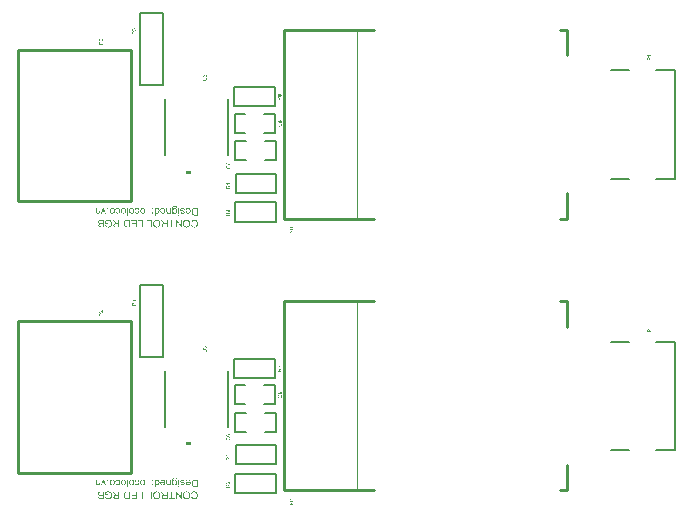
<source format=gto>
G04*
G04 #@! TF.GenerationSoftware,Altium Limited,Altium Designer,21.3.2 (30)*
G04*
G04 Layer_Color=65535*
%FSTAX24Y24*%
%MOIN*%
G70*
G04*
G04 #@! TF.SameCoordinates,B3087990-D193-403A-B466-816C1580CACB*
G04*
G04*
G04 #@! TF.FilePolarity,Positive*
G04*
G01*
G75*
%ADD18C,0.0100*%
%ADD28C,0.0059*%
%ADD29C,0.0070*%
%ADD30C,0.0098*%
%ADD31C,0.0039*%
%ADD32C,0.0060*%
G36*
X039089Y040942D02*
X039091Y040942D01*
X039092Y040941D01*
X039094Y040941D01*
X039096Y040941D01*
X0391Y040939D01*
X039103Y040938D01*
X039105Y040937D01*
X039107Y040935D01*
X03911Y040934D01*
X039112Y040932D01*
X039114Y04093D01*
X039114Y04093D01*
X039115Y040929D01*
X039115Y040929D01*
X039116Y040928D01*
X039117Y040927D01*
X039118Y040925D01*
X039119Y040923D01*
X03912Y040921D01*
X039121Y040919D01*
X039122Y040917D01*
X039123Y040915D01*
X039124Y040912D01*
X039125Y040909D01*
X039125Y040906D01*
X039126Y040903D01*
X039126Y040899D01*
Y040898D01*
X039126Y040897D01*
X039125Y040895D01*
X039125Y040894D01*
X039125Y040892D01*
X039124Y04089D01*
X039123Y040885D01*
X039122Y040881D01*
X03912Y040879D01*
X039119Y040876D01*
X039118Y040874D01*
X039116Y040872D01*
X039116Y040872D01*
X039115Y040871D01*
X039115Y040871D01*
X039114Y04087D01*
X039113Y040869D01*
X039112Y040869D01*
X039111Y040867D01*
X039109Y040866D01*
X039107Y040865D01*
X039105Y040864D01*
X039101Y040862D01*
X039096Y04086D01*
X039093Y04086D01*
X03909Y04086D01*
X039088Y040875D01*
X039088D01*
X039089Y040875D01*
X03909Y040875D01*
X03909Y040876D01*
X039092Y040876D01*
X039093Y040876D01*
X039096Y040877D01*
X039099Y040878D01*
X039102Y04088D01*
X039105Y040882D01*
X039107Y040884D01*
X039108Y040884D01*
X039108Y040885D01*
X039109Y040887D01*
X03911Y040888D01*
X039111Y040891D01*
X039112Y040893D01*
X039113Y040896D01*
X039113Y0409D01*
Y040901D01*
X039113Y040901D01*
X039113Y040903D01*
X039112Y040906D01*
X039111Y040909D01*
X03911Y040912D01*
X039108Y040915D01*
X039106Y040918D01*
X039105Y040918D01*
X039104Y040919D01*
X039102Y04092D01*
X0391Y040922D01*
X039098Y040923D01*
X039094Y040924D01*
X039091Y040925D01*
X039087Y040926D01*
X039086D01*
X039085Y040925D01*
X039083Y040925D01*
X039081Y040925D01*
X039078Y040924D01*
X039075Y040923D01*
X039072Y040921D01*
X039069Y040919D01*
X039069Y040918D01*
X039068Y040917D01*
X039067Y040916D01*
X039066Y040914D01*
X039064Y040911D01*
X039063Y040908D01*
X039063Y040905D01*
X039062Y040901D01*
Y040899D01*
X039062Y040898D01*
X039063Y040896D01*
X039063Y040895D01*
X039063Y040892D01*
X039064Y04089D01*
X03905Y040892D01*
Y040893D01*
X03905Y040893D01*
Y040896D01*
X03905Y040898D01*
X03905Y0409D01*
X039049Y040903D01*
X039048Y040906D01*
X039047Y040909D01*
X039045Y040912D01*
Y040912D01*
X039045Y040912D01*
X039044Y040913D01*
X039043Y040915D01*
X039042Y040916D01*
X039039Y040917D01*
X039036Y040919D01*
X039033Y04092D01*
X039031Y04092D01*
X039028D01*
X039027Y04092D01*
X039025Y040919D01*
X039022Y040919D01*
X03902Y040918D01*
X039018Y040916D01*
X039015Y040914D01*
X039015Y040914D01*
X039015Y040913D01*
X039014Y040912D01*
X039013Y04091D01*
X039012Y040908D01*
X039011Y040905D01*
X03901Y040903D01*
X03901Y040899D01*
Y040898D01*
X03901Y040896D01*
X039011Y040894D01*
X039011Y040892D01*
X039012Y040889D01*
X039014Y040887D01*
X039015Y040884D01*
X039016Y040884D01*
X039017Y040883D01*
X039018Y040882D01*
X03902Y040881D01*
X039022Y04088D01*
X039025Y040879D01*
X039028Y040877D01*
X039032Y040877D01*
X03903Y040861D01*
X039029D01*
X039029Y040861D01*
X039028Y040862D01*
X039027Y040862D01*
X039026Y040862D01*
X039024Y040863D01*
X039021Y040864D01*
X039017Y040866D01*
X039013Y040868D01*
X039009Y04087D01*
X039006Y040874D01*
X039005Y040874D01*
X039005Y040875D01*
X039005Y040875D01*
X039004Y040876D01*
X039004Y040877D01*
X039003Y040878D01*
X039002Y040879D01*
X039001Y040881D01*
X039Y040885D01*
X038998Y040889D01*
X038997Y040894D01*
X038997Y040896D01*
Y040901D01*
X038997Y040903D01*
X038998Y040905D01*
X038998Y040908D01*
X038999Y040911D01*
X039Y040915D01*
X039002Y040918D01*
Y040918D01*
X039002Y040918D01*
X039002Y040919D01*
X039003Y040921D01*
X039005Y040923D01*
X039007Y040925D01*
X039009Y040927D01*
X039011Y040929D01*
X039014Y040931D01*
X039014Y040931D01*
X039015Y040932D01*
X039017Y040933D01*
X039019Y040933D01*
X039021Y040934D01*
X039024Y040935D01*
X039027Y040936D01*
X03903Y040936D01*
X039031D01*
X039033Y040936D01*
X039035Y040935D01*
X039037Y040935D01*
X03904Y040934D01*
X039042Y040933D01*
X039045Y040931D01*
X039045Y040931D01*
X039046Y040931D01*
X039047Y040929D01*
X039049Y040928D01*
X03905Y040926D01*
X039052Y040924D01*
X039054Y040921D01*
X039055Y040918D01*
Y040919D01*
X039056Y040919D01*
X039056Y040919D01*
X039056Y04092D01*
X039057Y040922D01*
X039058Y040925D01*
X039059Y040928D01*
X039061Y040931D01*
X039063Y040933D01*
X039066Y040936D01*
X039066Y040936D01*
X039068Y040937D01*
X039069Y040938D01*
X039072Y040939D01*
X039075Y04094D01*
X039078Y040941D01*
X039082Y040942D01*
X039086Y040942D01*
X039088D01*
X039089Y040942D01*
D02*
G37*
G36*
X039037Y040844D02*
X039038Y040844D01*
X03904Y040844D01*
X039042Y040844D01*
X039044Y040843D01*
X039048Y040842D01*
X03905Y040841D01*
X039052Y04084D01*
X039055Y040839D01*
X039057Y040838D01*
X039059Y040836D01*
X039061Y040834D01*
X039062Y040834D01*
X039062Y040834D01*
X039062Y040833D01*
X039063Y040832D01*
X039064Y040831D01*
X039065Y04083D01*
X039066Y040828D01*
X039067Y040826D01*
X039068Y040823D01*
X039069Y040821D01*
X03907Y040818D01*
X039071Y040814D01*
X039071Y040811D01*
X039072Y040807D01*
X039072Y040802D01*
X039072Y040797D01*
Y040765D01*
X039124D01*
Y040748D01*
X038998D01*
Y0408D01*
X038998Y040803D01*
X038998Y040806D01*
X038998Y040809D01*
X038999Y040812D01*
X038999Y040815D01*
Y040815D01*
X038999Y040817D01*
X039Y040818D01*
X039Y04082D01*
X039001Y040823D01*
X039002Y040825D01*
X039003Y040828D01*
X039005Y04083D01*
X039005Y040831D01*
X039006Y040832D01*
X039007Y040833D01*
X039008Y040834D01*
X03901Y040836D01*
X039012Y040837D01*
X039014Y040839D01*
X039017Y040841D01*
X039017Y040841D01*
X039018Y040841D01*
X03902Y040842D01*
X039022Y040843D01*
X039025Y040843D01*
X039027Y040844D01*
X039031Y040844D01*
X039034Y040844D01*
X039036D01*
X039037Y040844D01*
D02*
G37*
G36*
X038022Y040513D02*
X03802D01*
X038019Y040514D01*
X038017Y040514D01*
X038015Y040514D01*
X038014Y040514D01*
X038012Y040515D01*
X038011D01*
X038011Y040515D01*
X03801Y040516D01*
X038008Y040516D01*
X038006Y040518D01*
X038004Y040519D01*
X038001Y040521D01*
X037998Y040523D01*
X037995Y040525D01*
X037995D01*
X037994Y040526D01*
X037993Y040527D01*
X037992Y040528D01*
X037989Y040531D01*
X037987Y040533D01*
X037983Y040537D01*
X03798Y040541D01*
X037976Y040546D01*
X037976Y040546D01*
X037975Y040546D01*
X037974Y040548D01*
X037973Y040549D01*
X037972Y04055D01*
X03797Y040552D01*
X037968Y040554D01*
X037966Y040557D01*
X037962Y040561D01*
X037958Y040566D01*
X037955Y040568D01*
X037953Y04057D01*
X037951Y040572D01*
X037949Y040573D01*
X037949D01*
X037949Y040574D01*
X037948Y040574D01*
X037948Y040575D01*
X037946Y040576D01*
X037943Y040577D01*
X03794Y040579D01*
X037937Y04058D01*
X037934Y040581D01*
X03793Y040581D01*
X03793D01*
X037929Y040581D01*
X037927Y040581D01*
X037925Y04058D01*
X037923Y040579D01*
X03792Y040578D01*
X037917Y040576D01*
X037915Y040574D01*
X037915Y040574D01*
X037914Y040573D01*
X037913Y040572D01*
X037912Y04057D01*
X037911Y040567D01*
X037909Y040564D01*
X037909Y040561D01*
X037909Y040557D01*
Y040556D01*
X037909Y040555D01*
X037909Y040553D01*
X037909Y04055D01*
X03791Y040548D01*
X037911Y040544D01*
X037913Y040542D01*
X037915Y040539D01*
X037916Y040538D01*
X037917Y040538D01*
X037918Y040537D01*
X03792Y040536D01*
X037923Y040534D01*
X037926Y040533D01*
X03793Y040532D01*
X037934Y040532D01*
X037932Y040516D01*
X037932D01*
X037931Y040516D01*
X037931D01*
X037929Y040517D01*
X037928Y040517D01*
X037926Y040517D01*
X037924Y040518D01*
X037922Y040518D01*
X037918Y04052D01*
X037913Y040522D01*
X037911Y040523D01*
X037909Y040525D01*
X037907Y040527D01*
X037905Y040528D01*
X037905Y040529D01*
X037905Y040529D01*
X037904Y04053D01*
X037904Y04053D01*
X037903Y040532D01*
X037902Y040533D01*
X037901Y040534D01*
X037901Y040536D01*
X0379Y040538D01*
X037899Y04054D01*
X037898Y040543D01*
X037897Y040545D01*
X037897Y040548D01*
X037896Y040551D01*
X037896Y040554D01*
X037896Y040557D01*
Y040559D01*
X037896Y04056D01*
X037896Y040562D01*
X037896Y040564D01*
X037897Y040566D01*
X037897Y040568D01*
X037898Y040572D01*
X0379Y040577D01*
X037901Y040579D01*
X037903Y040582D01*
X037904Y040584D01*
X037906Y040586D01*
X037906Y040586D01*
X037906Y040587D01*
X037907Y040587D01*
X037908Y040588D01*
X037909Y040589D01*
X03791Y040589D01*
X037911Y04059D01*
X037913Y040591D01*
X037916Y040593D01*
X037921Y040595D01*
X037923Y040596D01*
X037925Y040596D01*
X037928Y040597D01*
X037931Y040597D01*
X037932D01*
X037933Y040597D01*
X037936Y040596D01*
X037938Y040596D01*
X03794Y040595D01*
X037943Y040595D01*
X037946Y040593D01*
X037946Y040593D01*
X037947Y040593D01*
X037948Y040592D01*
X03795Y040591D01*
X037953Y04059D01*
X037955Y040588D01*
X037958Y040586D01*
X037961Y040583D01*
X037962Y040583D01*
X037963Y040582D01*
X037964Y040581D01*
X037964Y04058D01*
X037966Y040579D01*
X037967Y040577D01*
X037968Y040576D01*
X03797Y040574D01*
X037972Y040572D01*
X037974Y04057D01*
X037976Y040568D01*
X037978Y040565D01*
X037981Y040562D01*
X037983Y040559D01*
X037983Y040559D01*
X037984Y040559D01*
X037984Y040558D01*
X037985Y040557D01*
X037986Y040556D01*
X037987Y040555D01*
X03799Y040552D01*
X037992Y040549D01*
X037995Y040546D01*
X037997Y040543D01*
X037998Y040542D01*
X037999Y040541D01*
X037999Y040541D01*
X038Y040541D01*
X038001Y04054D01*
X038002Y040539D01*
X038003Y040538D01*
X038004Y040537D01*
X038007Y040535D01*
Y040597D01*
X038022D01*
Y040513D01*
D02*
G37*
G36*
X037936Y0405D02*
X037937Y0405D01*
X037939Y0405D01*
X03794Y0405D01*
X037942Y040499D01*
X037947Y040498D01*
X037949Y040497D01*
X037951Y040496D01*
X037954Y040495D01*
X037956Y040494D01*
X037958Y040492D01*
X03796Y04049D01*
X03796Y04049D01*
X037961Y04049D01*
X037961Y040489D01*
X037962Y040488D01*
X037963Y040487D01*
X037964Y040486D01*
X037965Y040484D01*
X037966Y040482D01*
X037967Y04048D01*
X037968Y040477D01*
X037969Y040474D01*
X037969Y04047D01*
X03797Y040467D01*
X037971Y040463D01*
X037971Y040458D01*
X037971Y040453D01*
Y040421D01*
X038022D01*
Y040405D01*
X037896D01*
Y040456D01*
X037897Y040459D01*
X037897Y040462D01*
X037897Y040465D01*
X037897Y040468D01*
X037898Y040471D01*
Y040472D01*
X037898Y040473D01*
X037898Y040474D01*
X037899Y040477D01*
X0379Y040479D01*
X037901Y040482D01*
X037902Y040484D01*
X037904Y040487D01*
X037904Y040487D01*
X037904Y040488D01*
X037905Y040489D01*
X037907Y04049D01*
X037908Y040492D01*
X037911Y040494D01*
X037913Y040495D01*
X037916Y040497D01*
X037916Y040497D01*
X037917Y040497D01*
X037919Y040498D01*
X037921Y040499D01*
X037923Y040499D01*
X037926Y0405D01*
X037929Y0405D01*
X037933Y040501D01*
X037934D01*
X037936Y0405D01*
D02*
G37*
G36*
X0563Y040034D02*
X056201D01*
X056202Y040034D01*
X056202Y040033D01*
X056203Y040032D01*
X056205Y04003D01*
X056206Y040028D01*
X056208Y040026D01*
X05621Y040023D01*
X056212Y04002D01*
Y040019D01*
X056212Y040019D01*
X056213Y040018D01*
X056214Y040016D01*
X056215Y040014D01*
X056216Y040012D01*
X056218Y040009D01*
X056219Y040006D01*
X05622Y040003D01*
X056205D01*
Y040004D01*
X056205Y040004D01*
X056205Y040005D01*
X056204Y040006D01*
X056203Y040007D01*
X056203Y040008D01*
X056201Y040011D01*
X056199Y040015D01*
X056196Y040018D01*
X056193Y040022D01*
X05619Y040026D01*
X05619Y040026D01*
X05619Y040026D01*
X056189Y040027D01*
X056189Y040028D01*
X056187Y040029D01*
X056185Y040032D01*
X056182Y040034D01*
X056179Y040036D01*
X056176Y040038D01*
X056173Y04004D01*
Y04005D01*
X0563D01*
Y040034D01*
D02*
G37*
G36*
X056213Y039977D02*
X056215Y039976D01*
X056216Y039976D01*
X056218Y039976D01*
X05622Y039975D01*
X056224Y039974D01*
X056226Y039973D01*
X056229Y039972D01*
X056231Y039971D01*
X056233Y03997D01*
X056235Y039968D01*
X056238Y039966D01*
X056238Y039966D01*
X056238Y039966D01*
X056239Y039965D01*
X056239Y039964D01*
X05624Y039963D01*
X056241Y039962D01*
X056242Y03996D01*
X056243Y039958D01*
X056244Y039956D01*
X056245Y039953D01*
X056246Y03995D01*
X056247Y039947D01*
X056248Y039943D01*
X056248Y039939D01*
X056249Y039934D01*
X056249Y03993D01*
Y039897D01*
X0563D01*
Y039881D01*
X056174D01*
Y039932D01*
X056174Y039935D01*
X056174Y039938D01*
X056174Y039941D01*
X056175Y039945D01*
X056175Y039947D01*
Y039948D01*
X056176Y039949D01*
X056176Y039951D01*
X056176Y039953D01*
X056177Y039955D01*
X056178Y039958D01*
X05618Y03996D01*
X056181Y039963D01*
X056181Y039963D01*
X056182Y039964D01*
X056183Y039965D01*
X056184Y039966D01*
X056186Y039968D01*
X056188Y03997D01*
X05619Y039971D01*
X056193Y039973D01*
X056194Y039973D01*
X056194Y039973D01*
X056196Y039974D01*
X056198Y039975D01*
X056201Y039975D01*
X056204Y039976D01*
X056207Y039977D01*
X056211Y039977D01*
X056212D01*
X056213Y039977D01*
D02*
G37*
G36*
X041451Y039401D02*
X041453Y039401D01*
X041454Y039401D01*
X041456Y0394D01*
X041458Y0394D01*
X041463Y039399D01*
X041465Y039397D01*
X041467Y039396D01*
X04147Y039395D01*
X041472Y039393D01*
X041474Y039391D01*
X041477Y039389D01*
X041477Y039389D01*
X041477Y039389D01*
X041478Y039388D01*
X041478Y039387D01*
X041479Y039386D01*
X04148Y039385D01*
X041481Y039383D01*
X041482Y039381D01*
X041483Y039379D01*
X041484Y039377D01*
X041485Y039374D01*
X041486Y039371D01*
X041487Y039369D01*
X041487Y039365D01*
X041488Y039362D01*
X041488Y039359D01*
Y039357D01*
X041488Y039356D01*
X041488Y039355D01*
X041487Y039353D01*
X041487Y039351D01*
X041487Y039349D01*
X041486Y039345D01*
X041484Y03934D01*
X041483Y039338D01*
X041481Y039336D01*
X04148Y039334D01*
X041478Y039331D01*
X041478Y039331D01*
X041478Y039331D01*
X041477Y03933D01*
X041476Y03933D01*
X041475Y039329D01*
X041474Y039328D01*
X041473Y039327D01*
X041471Y039326D01*
X041469Y039325D01*
X041468Y039324D01*
X041463Y039322D01*
X041458Y03932D01*
X041455Y039319D01*
X041452Y039319D01*
X04145Y039335D01*
X041451D01*
X041451Y039335D01*
X041452Y039335D01*
X041453Y039335D01*
X041454Y039335D01*
X041455Y039336D01*
X041458Y039337D01*
X041461Y039338D01*
X041464Y039339D01*
X041467Y039341D01*
X04147Y039343D01*
X04147Y039344D01*
X04147Y039345D01*
X041471Y039346D01*
X041472Y039348D01*
X041473Y03935D01*
X041474Y039353D01*
X041475Y039356D01*
X041475Y039359D01*
Y03936D01*
X041475Y039361D01*
X041475Y039363D01*
X041474Y039365D01*
X041473Y039368D01*
X041472Y039371D01*
X04147Y039375D01*
X041468Y039377D01*
X041467Y039378D01*
X041466Y039379D01*
X041465Y03938D01*
X041462Y039381D01*
X04146Y039383D01*
X041457Y039384D01*
X041453Y039385D01*
X041449Y039385D01*
X041448D01*
X041447Y039385D01*
X041445Y039385D01*
X041443Y039384D01*
X04144Y039383D01*
X041437Y039382D01*
X041434Y03938D01*
X041431Y039378D01*
X041431Y039378D01*
X04143Y039377D01*
X041429Y039375D01*
X041428Y039373D01*
X041427Y039371D01*
X041426Y039368D01*
X041425Y039364D01*
X041424Y03936D01*
Y039359D01*
X041425Y039357D01*
X041425Y039356D01*
X041425Y039354D01*
X041426Y039352D01*
X041426Y039349D01*
X041412Y039351D01*
Y039352D01*
X041413Y039353D01*
Y039355D01*
X041412Y039357D01*
X041412Y03936D01*
X041411Y039362D01*
X04141Y039365D01*
X041409Y039368D01*
X041408Y039371D01*
Y039372D01*
X041407Y039372D01*
X041407Y039373D01*
X041405Y039374D01*
X041404Y039375D01*
X041401Y039377D01*
X041399Y039378D01*
X041396Y039379D01*
X041394Y039379D01*
X04139D01*
X041389Y039379D01*
X041387Y039379D01*
X041385Y039378D01*
X041382Y039377D01*
X04138Y039376D01*
X041378Y039374D01*
X041378Y039373D01*
X041377Y039373D01*
X041376Y039371D01*
X041375Y03937D01*
X041374Y039367D01*
X041373Y039365D01*
X041372Y039362D01*
X041372Y039359D01*
Y039357D01*
X041372Y039356D01*
X041373Y039353D01*
X041374Y039351D01*
X041374Y039349D01*
X041376Y039346D01*
X041378Y039344D01*
X041378Y039344D01*
X041379Y039343D01*
X04138Y039342D01*
X041382Y039341D01*
X041384Y039339D01*
X041387Y039338D01*
X041391Y039337D01*
X041395Y039336D01*
X041392Y039321D01*
X041392D01*
X041391Y039321D01*
X04139Y039321D01*
X041389Y039321D01*
X041388Y039322D01*
X041387Y039322D01*
X041383Y039323D01*
X041379Y039325D01*
X041375Y039327D01*
X041371Y03933D01*
X041368Y039333D01*
X041368Y039334D01*
X041367Y039334D01*
X041367Y039335D01*
X041367Y039335D01*
X041366Y039336D01*
X041365Y039337D01*
X041364Y039339D01*
X041363Y03934D01*
X041362Y039344D01*
X041361Y039348D01*
X04136Y039353D01*
X041359Y039356D01*
Y03936D01*
X041359Y039362D01*
X04136Y039365D01*
X04136Y039367D01*
X041361Y039371D01*
X041362Y039374D01*
X041364Y039377D01*
Y039377D01*
X041364Y039378D01*
X041365Y039379D01*
X041366Y03938D01*
X041367Y039382D01*
X041369Y039384D01*
X041371Y039387D01*
X041373Y039389D01*
X041376Y039391D01*
X041376Y039391D01*
X041377Y039391D01*
X041379Y039392D01*
X041381Y039393D01*
X041383Y039394D01*
X041386Y039395D01*
X041389Y039395D01*
X041392Y039395D01*
X041394D01*
X041395Y039395D01*
X041397Y039395D01*
X041399Y039394D01*
X041402Y039393D01*
X041404Y039392D01*
X041407Y039391D01*
X041407Y039391D01*
X041408Y03939D01*
X041409Y039389D01*
X041411Y039387D01*
X041412Y039386D01*
X041414Y039383D01*
X041416Y039381D01*
X041418Y039378D01*
Y039378D01*
X041418Y039378D01*
X041418Y039379D01*
X041418Y03938D01*
X041419Y039382D01*
X04142Y039384D01*
X041421Y039387D01*
X041423Y03939D01*
X041426Y039393D01*
X041428Y039395D01*
X041429Y039395D01*
X04143Y039396D01*
X041432Y039397D01*
X041434Y039398D01*
X041437Y039399D01*
X04144Y039401D01*
X041444Y039401D01*
X041449Y039401D01*
X04145D01*
X041451Y039401D01*
D02*
G37*
G36*
X041437Y039297D02*
X041439D01*
X041441Y039297D01*
X041444Y039297D01*
X041448Y039296D01*
X041454Y039296D01*
X041458Y039294D01*
X041461Y039294D01*
X041463Y039293D01*
X041463D01*
X041464Y039293D01*
X041464Y039292D01*
X041465Y039292D01*
X041467Y039291D01*
X041469Y039289D01*
X041472Y039287D01*
X041475Y039285D01*
X041478Y039281D01*
X041481Y039277D01*
Y039277D01*
X041481Y039277D01*
X041482Y039276D01*
X041482Y039275D01*
X041483Y039274D01*
X041483Y039273D01*
X041484Y039271D01*
X041485Y03927D01*
X041485Y039268D01*
X041486Y039265D01*
X041486Y039263D01*
X041487Y03926D01*
X041487Y039258D01*
X041488Y039255D01*
X041488Y039248D01*
Y039246D01*
X041488Y039245D01*
Y039244D01*
X041488Y039242D01*
X041487Y03924D01*
X041487Y039238D01*
X041487Y039233D01*
X041485Y039228D01*
X041484Y039224D01*
X041482Y039219D01*
Y039219D01*
X041482Y039219D01*
X041481Y039218D01*
X041481Y039217D01*
X041479Y039215D01*
X041477Y039213D01*
X041475Y03921D01*
X041472Y039208D01*
X041468Y039205D01*
X041464Y039203D01*
X041464D01*
X041464Y039203D01*
X041463Y039203D01*
X041462Y039202D01*
X041461Y039202D01*
X04146Y039202D01*
X041458Y039201D01*
X041456Y039201D01*
X041454Y0392D01*
X041451Y0392D01*
X041449Y039199D01*
X041446Y039199D01*
X041443Y039199D01*
X04144Y039199D01*
X041436Y039198D01*
X04136D01*
Y039215D01*
X041435D01*
X041437Y039215D01*
X041438D01*
X041442Y039215D01*
X041446Y039216D01*
X04145Y039216D01*
X041454Y039217D01*
X041455Y039217D01*
X041457Y039218D01*
X041457Y039218D01*
X041458Y039219D01*
X041459Y039219D01*
X041461Y039221D01*
X041463Y039222D01*
X041465Y039224D01*
X041467Y039226D01*
X041469Y039228D01*
X041469Y039229D01*
X041469Y03923D01*
X04147Y039231D01*
X041471Y039234D01*
X041472Y039236D01*
X041472Y039239D01*
X041473Y039243D01*
X041473Y039247D01*
Y039248D01*
X041473Y03925D01*
Y039251D01*
X041473Y039253D01*
X041472Y039257D01*
X041471Y039261D01*
X041469Y039265D01*
X041467Y039269D01*
X041466Y039271D01*
X041465Y039273D01*
X041464Y039273D01*
X041464Y039273D01*
X041464Y039274D01*
X041463Y039274D01*
X041462Y039275D01*
X041461Y039275D01*
X041459Y039276D01*
X041458Y039277D01*
X041456Y039278D01*
X041453Y039278D01*
X04145Y039279D01*
X041448Y039279D01*
X041444Y03928D01*
X041441Y03928D01*
X041437Y039281D01*
X04136D01*
Y039297D01*
X041436D01*
X041437Y039297D01*
D02*
G37*
G36*
X043942Y038752D02*
X043943Y038752D01*
X043945Y038751D01*
X043946Y038751D01*
X043948Y03875D01*
X043953Y038749D01*
X043955Y038748D01*
X043957Y038747D01*
X04396Y038745D01*
X043962Y038744D01*
X043964Y038742D01*
X043967Y03874D01*
X043967Y03874D01*
X043967Y038739D01*
X043968Y038738D01*
X043968Y038737D01*
X043969Y038736D01*
X04397Y038735D01*
X043971Y038733D01*
X043972Y038731D01*
X043973Y038729D01*
X043974Y038727D01*
X043975Y038725D01*
X043976Y038722D01*
X043977Y038719D01*
X043978Y038716D01*
X043978Y038713D01*
X043978Y038709D01*
Y038708D01*
X043978Y038707D01*
X043978Y038705D01*
X043978Y038703D01*
X043977Y038702D01*
X043977Y0387D01*
X043976Y038695D01*
X043974Y038691D01*
X043973Y038688D01*
X043972Y038686D01*
X04397Y038684D01*
X043968Y038682D01*
X043968Y038682D01*
X043968Y038681D01*
X043967Y038681D01*
X043966Y03868D01*
X043966Y038679D01*
X043964Y038678D01*
X043963Y038677D01*
X043961Y038676D01*
X04396Y038675D01*
X043958Y038674D01*
X043953Y038672D01*
X043948Y03867D01*
X043946Y03867D01*
X043943Y038669D01*
X043941Y038685D01*
X043941D01*
X043941Y038685D01*
X043942Y038685D01*
X043943Y038685D01*
X043944Y038686D01*
X043945Y038686D01*
X043948Y038687D01*
X043951Y038688D01*
X043954Y03869D01*
X043957Y038692D01*
X04396Y038694D01*
X04396Y038694D01*
X043961Y038695D01*
X043962Y038696D01*
X043962Y038698D01*
X043964Y0387D01*
X043964Y038703D01*
X043965Y038706D01*
X043965Y038709D01*
Y038711D01*
X043965Y038711D01*
X043965Y038713D01*
X043964Y038716D01*
X043964Y038719D01*
X043962Y038722D01*
X04396Y038725D01*
X043958Y038728D01*
X043958Y038728D01*
X043956Y038729D01*
X043955Y03873D01*
X043953Y038732D01*
X04395Y038733D01*
X043947Y038734D01*
X043943Y038735D01*
X043939Y038735D01*
X043938D01*
X043937Y038735D01*
X043935Y038735D01*
X043933Y038735D01*
X04393Y038734D01*
X043927Y038733D01*
X043924Y038731D01*
X043922Y038728D01*
X043921Y038728D01*
X04392Y038727D01*
X043919Y038726D01*
X043918Y038724D01*
X043917Y038721D01*
X043916Y038718D01*
X043915Y038715D01*
X043915Y038711D01*
Y038709D01*
X043915Y038708D01*
X043915Y038706D01*
X043915Y038704D01*
X043916Y038702D01*
X043916Y0387D01*
X043903Y038702D01*
Y038703D01*
X043903Y038703D01*
Y038706D01*
X043902Y038708D01*
X043902Y03871D01*
X043902Y038713D01*
X043901Y038716D01*
X043899Y038719D01*
X043898Y038722D01*
Y038722D01*
X043898Y038722D01*
X043897Y038723D01*
X043896Y038724D01*
X043894Y038726D01*
X043892Y038727D01*
X043889Y038729D01*
X043886Y038729D01*
X043884Y03873D01*
X04388D01*
X043879Y038729D01*
X043877Y038729D01*
X043875Y038728D01*
X043872Y038727D01*
X04387Y038726D01*
X043868Y038724D01*
X043868Y038724D01*
X043867Y038723D01*
X043866Y038722D01*
X043865Y03872D01*
X043864Y038718D01*
X043863Y038715D01*
X043862Y038712D01*
X043862Y038709D01*
Y038708D01*
X043863Y038706D01*
X043863Y038704D01*
X043864Y038701D01*
X043865Y038699D01*
X043866Y038697D01*
X043868Y038694D01*
X043868Y038694D01*
X043869Y038693D01*
X04387Y038692D01*
X043872Y038691D01*
X043874Y03869D01*
X043877Y038688D01*
X043881Y038687D01*
X043885Y038687D01*
X043882Y038671D01*
X043882D01*
X043881Y038671D01*
X043881Y038671D01*
X043879Y038672D01*
X043878Y038672D01*
X043877Y038673D01*
X043873Y038674D01*
X043869Y038675D01*
X043865Y038678D01*
X043861Y03868D01*
X043858Y038684D01*
X043858Y038684D01*
X043858Y038684D01*
X043857Y038685D01*
X043857Y038686D01*
X043856Y038687D01*
X043855Y038688D01*
X043855Y038689D01*
X043854Y038691D01*
X043852Y038694D01*
X043851Y038699D01*
X04385Y038703D01*
X043849Y038706D01*
Y038711D01*
X04385Y038713D01*
X04385Y038715D01*
X043851Y038718D01*
X043851Y038721D01*
X043853Y038724D01*
X043854Y038728D01*
Y038728D01*
X043854Y038728D01*
X043855Y038729D01*
X043856Y038731D01*
X043857Y038733D01*
X043859Y038735D01*
X043861Y038737D01*
X043863Y038739D01*
X043866Y038741D01*
X043866Y038741D01*
X043867Y038742D01*
X043869Y038742D01*
X043871Y038743D01*
X043873Y038744D01*
X043876Y038745D01*
X043879Y038746D01*
X043882Y038746D01*
X043884D01*
X043885Y038746D01*
X043887Y038745D01*
X043889Y038745D01*
X043892Y038744D01*
X043895Y038743D01*
X043897Y038741D01*
X043898Y038741D01*
X043898Y03874D01*
X0439Y038739D01*
X043901Y038738D01*
X043903Y038736D01*
X043904Y038734D01*
X043906Y038731D01*
X043908Y038728D01*
Y038728D01*
X043908Y038729D01*
X043908Y038729D01*
X043908Y03873D01*
X043909Y038732D01*
X04391Y038735D01*
X043912Y038737D01*
X043913Y03874D01*
X043916Y038743D01*
X043918Y038746D01*
X043919Y038746D01*
X04392Y038747D01*
X043922Y038748D01*
X043924Y038749D01*
X043927Y03875D01*
X04393Y038751D01*
X043934Y038752D01*
X043939Y038752D01*
X04394D01*
X043942Y038752D01*
D02*
G37*
G36*
X043976Y038639D02*
X04395Y038622D01*
X04395D01*
X043949Y038622D01*
X043949Y038621D01*
X043948Y038621D01*
X043946Y03862D01*
X043943Y038618D01*
X043941Y038616D01*
X043938Y038614D01*
X043935Y038612D01*
X043932Y03861D01*
X043932Y03861D01*
X043932Y038609D01*
X04393Y038608D01*
X043929Y038607D01*
X043926Y038604D01*
X043925Y038603D01*
X043924Y038602D01*
X043924Y038601D01*
X043924Y038601D01*
X043923Y0386D01*
X043923Y038599D01*
X043922Y038598D01*
X043922Y038597D01*
X043921Y038594D01*
Y038594D01*
X043921Y038593D01*
Y038593D01*
X04392Y038592D01*
X04392Y03859D01*
Y038589D01*
X04392Y038587D01*
Y038566D01*
X043976D01*
Y038549D01*
X04385D01*
Y038607D01*
X04385Y038609D01*
Y03861D01*
X04385Y038614D01*
X043851Y038618D01*
X043851Y038622D01*
X043852Y038626D01*
X043853Y038628D01*
X043853Y03863D01*
Y03863D01*
X043854Y03863D01*
X043854Y038632D01*
X043855Y038633D01*
X043856Y038635D01*
X043858Y038637D01*
X04386Y03864D01*
X043863Y038642D01*
X043865Y038644D01*
X043866D01*
X043866Y038644D01*
X043867Y038645D01*
X043869Y038646D01*
X043871Y038647D01*
X043874Y038648D01*
X043877Y038649D01*
X043881Y038649D01*
X043884Y038649D01*
X043886D01*
X043887Y038649D01*
X043888D01*
X043889Y038649D01*
X043892Y038648D01*
X043896Y038647D01*
X0439Y038646D01*
X043904Y038644D01*
X043905Y038642D01*
X043907Y038641D01*
X043907Y03864D01*
X043908Y03864D01*
X043908Y03864D01*
X043909Y038639D01*
X043909Y038638D01*
X04391Y038637D01*
X043911Y038636D01*
X043912Y038634D01*
X043913Y038632D01*
X043914Y03863D01*
X043915Y038628D01*
X043916Y038626D01*
X043917Y038623D01*
X043918Y03862D01*
X043918Y038617D01*
X043919Y038614D01*
X043919Y038614D01*
X043919Y038615D01*
X04392Y038616D01*
X043921Y038618D01*
X043923Y038621D01*
X043924Y038622D01*
X043925Y038624D01*
X043925Y038624D01*
X043926Y038625D01*
X043928Y038627D01*
X04393Y038628D01*
X043932Y03863D01*
X043935Y038633D01*
X043938Y038635D01*
X043942Y038638D01*
X043976Y038659D01*
Y038639D01*
D02*
G37*
G36*
X043947Y037879D02*
X043948Y037879D01*
X04395Y037878D01*
X043952Y037878D01*
X043954Y037878D01*
X043959Y037877D01*
X043964Y037875D01*
X043966Y037874D01*
X043969Y037872D01*
X043971Y037871D01*
X043973Y037869D01*
X043974Y037869D01*
X043974Y037868D01*
X043975Y037868D01*
X043976Y037867D01*
X043977Y037865D01*
X043978Y037864D01*
X04398Y037862D01*
X043981Y03786D01*
X043983Y037858D01*
X043984Y037855D01*
X043985Y037853D01*
X043986Y03785D01*
X043987Y037847D01*
X043988Y037843D01*
X043989Y03784D01*
X043989Y037836D01*
Y037834D01*
X043989Y037833D01*
X043988Y037831D01*
X043988Y03783D01*
X043988Y037828D01*
X043988Y037826D01*
X043986Y037821D01*
X043985Y037817D01*
X043984Y037814D01*
X043982Y037812D01*
X043981Y03781D01*
X043979Y037808D01*
X043979Y037807D01*
X043979Y037807D01*
X043978Y037807D01*
X043978Y037806D01*
X043977Y037805D01*
X043976Y037804D01*
X043974Y037803D01*
X043972Y037802D01*
X043971Y037801D01*
X043969Y0378D01*
X043964Y037798D01*
X043959Y037796D01*
X043957Y037796D01*
X043954Y037795D01*
X043952Y037812D01*
X043953D01*
X043953Y037812D01*
X043954Y037812D01*
X043956Y037812D01*
X043959Y037813D01*
X043962Y037814D01*
X043965Y037816D01*
X043968Y037818D01*
X04397Y03782D01*
X04397Y03782D01*
X043971Y037821D01*
X043972Y037822D01*
X043973Y037824D01*
X043974Y037826D01*
X043975Y037829D01*
X043976Y037832D01*
X043976Y037836D01*
Y037837D01*
X043976Y037838D01*
X043976Y03784D01*
X043975Y037842D01*
X043974Y037845D01*
X043973Y037848D01*
X04397Y037852D01*
X043969Y037853D01*
X043968Y037855D01*
X043967Y037855D01*
X043967Y037855D01*
X043967Y037855D01*
X043966Y037856D01*
X043964Y037857D01*
X043962Y037859D01*
X043959Y03786D01*
X043955Y037861D01*
X04395Y037862D01*
X043948Y037863D01*
X043944D01*
X043943Y037862D01*
X043942D01*
X043941Y037862D01*
X043938Y037862D01*
X043934Y037861D01*
X043931Y037859D01*
X043928Y037858D01*
X043925Y037855D01*
X043924D01*
X043924Y037855D01*
X043923Y037854D01*
X043922Y037852D01*
X043921Y03785D01*
X043919Y037847D01*
X043918Y037844D01*
X043917Y03784D01*
X043917Y037838D01*
Y037834D01*
X043917Y037833D01*
X043917Y037831D01*
X043918Y037829D01*
X043918Y037827D01*
X043919Y037824D01*
X04392Y037822D01*
X04392Y037822D01*
X043921Y037821D01*
X043922Y03782D01*
X043923Y037818D01*
X043924Y037817D01*
X043925Y037816D01*
X043927Y037814D01*
X043929Y037813D01*
X043927Y037798D01*
X043862Y03781D01*
Y037873D01*
X043877D01*
Y037822D01*
X043911Y037816D01*
X043911Y037816D01*
X043911Y037816D01*
X04391Y037817D01*
X04391Y037818D01*
X043909Y037819D01*
X043909Y03782D01*
X043907Y037823D01*
X043906Y037827D01*
X043904Y037831D01*
X043903Y037835D01*
X043903Y037837D01*
Y037841D01*
X043903Y037842D01*
X043903Y037844D01*
X043904Y037845D01*
X043904Y037847D01*
X043905Y037849D01*
X043906Y037854D01*
X043907Y037856D01*
X043908Y037858D01*
X043909Y037861D01*
X043911Y037863D01*
X043913Y037865D01*
X043915Y037867D01*
X043915Y037868D01*
X043915Y037868D01*
X043916Y037869D01*
X043917Y037869D01*
X043918Y03787D01*
X043919Y037871D01*
X043921Y037872D01*
X043923Y037873D01*
X043925Y037874D01*
X043927Y037875D01*
X043929Y037876D01*
X043932Y037877D01*
X043935Y037878D01*
X043938Y037878D01*
X043941Y037879D01*
X043944Y037879D01*
X043946D01*
X043947Y037879D01*
D02*
G37*
G36*
X043948Y037781D02*
X043949Y037781D01*
X04395Y03778D01*
X043952Y03778D01*
X043954Y037779D01*
X043956Y037778D01*
X043958Y037777D01*
X043963Y037774D01*
X043969Y037771D01*
X043971Y037769D01*
X043974Y037767D01*
X043976Y037765D01*
X043978Y037762D01*
X043978Y037762D01*
X043979Y037762D01*
X043979Y037761D01*
X04398Y03776D01*
X043981Y037758D01*
X043982Y037757D01*
X043982Y037755D01*
X043983Y037753D01*
X043984Y037751D01*
X043985Y037748D01*
X043986Y037745D01*
X043987Y037742D01*
X043988Y037739D01*
X043988Y037736D01*
X043989Y037733D01*
X043989Y037729D01*
Y037727D01*
X043989Y037725D01*
Y037724D01*
X043988Y037722D01*
X043988Y03772D01*
X043988Y037717D01*
X043987Y037712D01*
X043985Y037706D01*
X043983Y037701D01*
X043982Y037698D01*
X043981Y037696D01*
X04398Y037696D01*
X04398Y037695D01*
X04398Y037695D01*
X043979Y037694D01*
X043978Y037693D01*
X043977Y037691D01*
X043976Y03769D01*
X043974Y037689D01*
X043973Y037687D01*
X043971Y037685D01*
X043967Y037682D01*
X043962Y037679D01*
X043957Y037676D01*
X043956D01*
X043956Y037676D01*
X043955Y037676D01*
X043954Y037675D01*
X043952Y037675D01*
X043951Y037674D01*
X043949Y037674D01*
X043946Y037673D01*
X043944Y037673D01*
X043941Y037672D01*
X043936Y037671D01*
X043929Y03767D01*
X043923Y03767D01*
X043921D01*
X043919Y03767D01*
X043918D01*
X043916Y03767D01*
X043913Y03767D01*
X043911Y037671D01*
X043906Y037672D01*
X0439Y037673D01*
X043894Y037675D01*
X043889Y037677D01*
X043888Y037677D01*
X043888Y037678D01*
X043887Y037678D01*
X043886Y037679D01*
X043885Y037679D01*
X043883Y03768D01*
X04388Y037683D01*
X043877Y037686D01*
X043873Y037689D01*
X043869Y037694D01*
X043866Y037699D01*
X043866Y037699D01*
X043866Y037699D01*
X043865Y0377D01*
X043865Y037701D01*
X043864Y037702D01*
X043864Y037704D01*
X043863Y037706D01*
X043862Y037708D01*
X043862Y03771D01*
X043861Y037712D01*
X04386Y037717D01*
X043859Y037723D01*
X043858Y037729D01*
Y037731D01*
X043859Y037732D01*
X043859Y037734D01*
X043859Y037736D01*
X043859Y037738D01*
X04386Y03774D01*
X043861Y037745D01*
X043862Y037751D01*
X043864Y037753D01*
X043865Y037756D01*
X043866Y037758D01*
X043868Y037761D01*
X043868Y037761D01*
X043868Y037762D01*
X043869Y037762D01*
X04387Y037763D01*
X043871Y037764D01*
X043872Y037765D01*
X043874Y037767D01*
X043875Y037768D01*
X043877Y03777D01*
X043879Y037771D01*
X043881Y037773D01*
X043884Y037774D01*
X043886Y037775D01*
X043889Y037777D01*
X043892Y037778D01*
X043895Y037779D01*
X043899Y037763D01*
X043899D01*
X043899Y037762D01*
X043898Y037762D01*
X043897Y037762D01*
X043896Y037761D01*
X043894Y037761D01*
X043891Y037759D01*
X043888Y037757D01*
X043885Y037755D01*
X043882Y037753D01*
X043879Y03775D01*
X043879Y037749D01*
X043878Y037748D01*
X043877Y037746D01*
X043876Y037744D01*
X043875Y037741D01*
X043874Y037737D01*
X043873Y037733D01*
X043873Y037729D01*
Y037727D01*
X043873Y037726D01*
Y037725D01*
X043873Y037724D01*
X043874Y03772D01*
X043874Y037716D01*
X043876Y037712D01*
X043877Y037708D01*
X04388Y037704D01*
Y037704D01*
X04388Y037704D01*
X043881Y037703D01*
X043882Y037701D01*
X043885Y037699D01*
X043887Y037697D01*
X043891Y037695D01*
X043894Y037693D01*
X043899Y037691D01*
X043899D01*
X043899Y037691D01*
X0439Y03769D01*
X043901Y03769D01*
X043902Y03769D01*
X043903Y037689D01*
X043906Y037689D01*
X04391Y037688D01*
X043914Y037687D01*
X043918Y037687D01*
X043923Y037687D01*
X043925D01*
X043927Y037687D01*
X043928D01*
X04393Y037687D01*
X043932Y037687D01*
X043937Y037688D01*
X043941Y037689D01*
X043946Y03769D01*
X043951Y037691D01*
X043951D01*
X043951Y037692D01*
X043952Y037692D01*
X043953Y037692D01*
X043955Y037693D01*
X043957Y037695D01*
X04396Y037697D01*
X043963Y0377D01*
X043966Y037703D01*
X043969Y037706D01*
Y037706D01*
X043969Y037707D01*
X043969Y037707D01*
X04397Y037708D01*
X04397Y037709D01*
X043971Y03771D01*
X043972Y037712D01*
X043973Y037716D01*
X043974Y037719D01*
X043974Y037723D01*
X043975Y037727D01*
Y037729D01*
X043974Y03773D01*
Y037731D01*
X043974Y037732D01*
X043973Y037736D01*
X043973Y037739D01*
X043971Y037743D01*
X043969Y037747D01*
X043968Y037749D01*
X043967Y037751D01*
X043966Y037751D01*
X043966Y037751D01*
X043966Y037752D01*
X043965Y037753D01*
X043964Y037754D01*
X043963Y037754D01*
X043962Y037755D01*
X043961Y037756D01*
X043959Y037757D01*
X043957Y037759D01*
X043955Y03776D01*
X043953Y037761D01*
X043951Y037762D01*
X043948Y037763D01*
X043945Y037764D01*
X043943Y037764D01*
X043947Y037781D01*
X043947D01*
X043948Y037781D01*
D02*
G37*
G36*
X042226Y036471D02*
X042228D01*
X042231Y03647D01*
X042234Y03647D01*
X042238Y036469D01*
X042242Y036467D01*
X042245Y036466D01*
X042246D01*
X042246Y036465D01*
X042246Y036465D01*
X042247Y036465D01*
X042249Y036464D01*
X042251Y036462D01*
X042254Y03646D01*
X042256Y036458D01*
X042259Y036455D01*
X042261Y036452D01*
Y036451D01*
X042261Y036451D01*
X042262Y036451D01*
X042262Y03645D01*
X042263Y036448D01*
X042264Y036446D01*
X042265Y036443D01*
X042265Y036439D01*
X042266Y036435D01*
X042266Y036431D01*
Y03643D01*
X042266Y036429D01*
Y036428D01*
X042266Y036426D01*
X042266Y036425D01*
X042265Y036422D01*
X042265Y03642D01*
X042264Y036418D01*
X042263Y036415D01*
X042262Y036413D01*
X04226Y03641D01*
X042259Y036407D01*
X042257Y036405D01*
X042255Y036402D01*
X042252Y0364D01*
X042252Y0364D01*
X042251Y036399D01*
X042251Y036399D01*
X042249Y036398D01*
X042248Y036397D01*
X042246Y036396D01*
X042244Y036395D01*
X042241Y036394D01*
X042238Y036393D01*
X042235Y036391D01*
X042231Y036391D01*
X042226Y03639D01*
X042222Y036389D01*
X042217Y036388D01*
X042211Y036388D01*
X042205Y036388D01*
X042204D01*
X042202Y036388D01*
X042199D01*
X042196Y036388D01*
X042193Y036388D01*
X042189Y036389D01*
X042185Y036389D01*
X042181Y03639D01*
X042176Y036391D01*
X042172Y036392D01*
X042168Y036393D01*
X042163Y036395D01*
X042159Y036397D01*
X042156Y036399D01*
X042152Y036401D01*
X042152Y036401D01*
X042152Y036402D01*
X042151Y036402D01*
X04215Y036403D01*
X042149Y036404D01*
X042148Y036406D01*
X042146Y036408D01*
X042145Y036409D01*
X042144Y036412D01*
X042142Y036414D01*
X042141Y036417D01*
X04214Y036419D01*
X042139Y036423D01*
X042138Y036426D01*
X042138Y036429D01*
X042138Y036433D01*
Y036434D01*
X042138Y036435D01*
Y036437D01*
X042138Y036438D01*
X042139Y036442D01*
X04214Y036445D01*
X042141Y036449D01*
X042143Y036453D01*
X042145Y036455D01*
X042146Y036457D01*
X042146Y036457D01*
X042146Y036458D01*
X042147Y036458D01*
X042148Y036459D01*
X042148Y03646D01*
X04215Y03646D01*
X042152Y036462D01*
X042155Y036464D01*
X042159Y036466D01*
X042164Y036468D01*
X042169Y036469D01*
X04217Y036453D01*
X04217D01*
X04217Y036453D01*
X042169Y036453D01*
X042167Y036453D01*
X042165Y036452D01*
X042163Y036451D01*
X042161Y03645D01*
X042159Y036449D01*
X042157Y036447D01*
X042157Y036447D01*
X042156Y036446D01*
X042155Y036445D01*
X042154Y036443D01*
X042153Y036441D01*
X042152Y036438D01*
X042151Y036435D01*
X04215Y036432D01*
Y036431D01*
X042151Y036429D01*
X042151Y036428D01*
X042152Y036425D01*
X042152Y036423D01*
X042153Y036421D01*
X042155Y036419D01*
X042155Y036419D01*
X042156Y036418D01*
X042157Y036416D01*
X042159Y036415D01*
X042161Y036413D01*
X042163Y036411D01*
X042167Y036409D01*
X04217Y036407D01*
X04217D01*
X042171Y036407D01*
X042171Y036407D01*
X042172Y036407D01*
X042173Y036406D01*
X042174Y036406D01*
X042176Y036406D01*
X042178Y036405D01*
X04218Y036405D01*
X042182Y036404D01*
X042184Y036404D01*
X042187Y036404D01*
X04219Y036403D01*
X042193Y036403D01*
X042196Y036403D01*
X042199D01*
X042199Y036403D01*
X042198Y036404D01*
X042196Y036405D01*
X042195Y036407D01*
X042192Y036409D01*
X04219Y036411D01*
X042188Y036414D01*
X042187Y036417D01*
Y036417D01*
X042186Y036417D01*
X042186Y036418D01*
X042185Y03642D01*
X042184Y036422D01*
X042184Y036424D01*
X042183Y036427D01*
X042183Y03643D01*
X042182Y036434D01*
Y036435D01*
X042183Y036436D01*
X042183Y036438D01*
X042183Y036439D01*
X042183Y036441D01*
X042184Y036443D01*
X042185Y036447D01*
X042186Y036449D01*
X042187Y036451D01*
X042189Y036453D01*
X04219Y036456D01*
X042192Y036458D01*
X042194Y03646D01*
X042194Y03646D01*
X042194Y036461D01*
X042195Y036461D01*
X042196Y036462D01*
X042197Y036463D01*
X042198Y036463D01*
X0422Y036464D01*
X042202Y036465D01*
X042204Y036467D01*
X042206Y036467D01*
X042209Y036468D01*
X042211Y036469D01*
X042214Y03647D01*
X042217Y03647D01*
X04222Y036471D01*
X042223Y036471D01*
X042225D01*
X042226Y036471D01*
D02*
G37*
G36*
X042225Y036374D02*
X042226Y036374D01*
X042228Y036373D01*
X042229Y036372D01*
X042231Y036372D01*
X042234Y036371D01*
X042236Y03637D01*
X042241Y036367D01*
X042246Y036364D01*
X042249Y036362D01*
X042251Y03636D01*
X042253Y036358D01*
X042256Y036355D01*
X042256Y036355D01*
X042256Y036355D01*
X042257Y036354D01*
X042257Y036353D01*
X042258Y036351D01*
X042259Y03635D01*
X04226Y036348D01*
X042261Y036346D01*
X042262Y036344D01*
X042263Y036341D01*
X042264Y036338D01*
X042265Y036335D01*
X042265Y036332D01*
X042266Y036329D01*
X042266Y036326D01*
X042266Y036322D01*
Y03632D01*
X042266Y036318D01*
Y036317D01*
X042266Y036315D01*
X042266Y036313D01*
X042265Y03631D01*
X042264Y036305D01*
X042263Y036299D01*
X042261Y036294D01*
X04226Y036291D01*
X042258Y036289D01*
X042258Y036289D01*
X042258Y036288D01*
X042257Y036288D01*
X042257Y036287D01*
X042256Y036286D01*
X042255Y036284D01*
X042253Y036283D01*
X042252Y036281D01*
X04225Y03628D01*
X042249Y036278D01*
X042245Y036275D01*
X04224Y036272D01*
X042234Y036269D01*
X042234D01*
X042233Y036269D01*
X042232Y036269D01*
X042231Y036268D01*
X04223Y036268D01*
X042228Y036267D01*
X042226Y036267D01*
X042224Y036266D01*
X042222Y036265D01*
X042219Y036265D01*
X042213Y036264D01*
X042207Y036263D01*
X0422Y036263D01*
X042198D01*
X042197Y036263D01*
X042195D01*
X042193Y036263D01*
X042191Y036263D01*
X042189Y036264D01*
X042183Y036265D01*
X042178Y036266D01*
X042172Y036268D01*
X042166Y03627D01*
X042166Y03627D01*
X042165Y036271D01*
X042165Y036271D01*
X042164Y036272D01*
X042162Y036272D01*
X042161Y036273D01*
X042158Y036276D01*
X042154Y036279D01*
X04215Y036282D01*
X042147Y036287D01*
X042144Y036292D01*
X042144Y036292D01*
X042143Y036292D01*
X042143Y036293D01*
X042142Y036294D01*
X042142Y036295D01*
X042141Y036297D01*
X042141Y036299D01*
X04214Y036301D01*
X042139Y036303D01*
X042138Y036305D01*
X042137Y03631D01*
X042136Y036316D01*
X042136Y036322D01*
Y036324D01*
X042136Y036325D01*
X042136Y036327D01*
X042137Y036329D01*
X042137Y036331D01*
X042137Y036333D01*
X042138Y036338D01*
X04214Y036344D01*
X042141Y036346D01*
X042142Y036349D01*
X042144Y036351D01*
X042146Y036354D01*
X042146Y036354D01*
X042146Y036354D01*
X042147Y036355D01*
X042148Y036356D01*
X042148Y036357D01*
X04215Y036358D01*
X042151Y03636D01*
X042153Y036361D01*
X042154Y036362D01*
X042157Y036364D01*
X042159Y036366D01*
X042161Y036367D01*
X042164Y036368D01*
X042167Y03637D01*
X04217Y036371D01*
X042173Y036372D01*
X042177Y036356D01*
X042176D01*
X042176Y036355D01*
X042175Y036355D01*
X042174Y036355D01*
X042173Y036354D01*
X042172Y036354D01*
X042169Y036352D01*
X042166Y03635D01*
X042162Y036348D01*
X042159Y036346D01*
X042157Y036343D01*
X042156Y036342D01*
X042156Y036341D01*
X042155Y036339D01*
X042153Y036337D01*
X042152Y036334D01*
X042151Y03633D01*
X04215Y036326D01*
X04215Y036322D01*
Y03632D01*
X04215Y036319D01*
Y036318D01*
X042151Y036317D01*
X042151Y036313D01*
X042152Y036309D01*
X042153Y036305D01*
X042155Y036301D01*
X042157Y036297D01*
Y036297D01*
X042158Y036297D01*
X042159Y036296D01*
X04216Y036294D01*
X042162Y036292D01*
X042165Y03629D01*
X042168Y036288D01*
X042172Y036286D01*
X042176Y036284D01*
X042176D01*
X042177Y036284D01*
X042177Y036283D01*
X042178Y036283D01*
X042179Y036283D01*
X04218Y036282D01*
X042184Y036282D01*
X042187Y036281D01*
X042191Y03628D01*
X042196Y03628D01*
X0422Y03628D01*
X042203D01*
X042204Y03628D01*
X042206D01*
X042208Y03628D01*
X04221Y03628D01*
X042214Y036281D01*
X042219Y036282D01*
X042224Y036283D01*
X042228Y036284D01*
X042228D01*
X042229Y036285D01*
X042229Y036285D01*
X04223Y036285D01*
X042232Y036286D01*
X042235Y036288D01*
X042238Y03629D01*
X042241Y036293D01*
X042244Y036296D01*
X042246Y036299D01*
Y036299D01*
X042247Y0363D01*
X042247Y0363D01*
X042247Y036301D01*
X042248Y036302D01*
X042248Y036303D01*
X042249Y036305D01*
X04225Y036309D01*
X042251Y036312D01*
X042252Y036316D01*
X042252Y03632D01*
Y036322D01*
X042252Y036323D01*
Y036324D01*
X042252Y036325D01*
X042251Y036329D01*
X04225Y036332D01*
X042249Y036336D01*
X042247Y03634D01*
X042246Y036342D01*
X042244Y036344D01*
X042244Y036344D01*
X042244Y036344D01*
X042243Y036345D01*
X042243Y036346D01*
X042242Y036346D01*
X042241Y036347D01*
X04224Y036348D01*
X042238Y036349D01*
X042236Y03635D01*
X042235Y036352D01*
X042233Y036353D01*
X042231Y036354D01*
X042228Y036355D01*
X042226Y036356D01*
X042223Y036357D01*
X04222Y036357D01*
X042224Y036374D01*
X042224D01*
X042225Y036374D01*
D02*
G37*
G36*
X040957Y036096D02*
X040807D01*
Y036196D01*
X040957D01*
Y036096D01*
D02*
G37*
G36*
X042264Y035762D02*
X042166D01*
X042166Y035761D01*
X042167Y035761D01*
X042168Y035759D01*
X042169Y035758D01*
X042171Y035756D01*
X042173Y035753D01*
X042175Y03575D01*
X042177Y035747D01*
Y035747D01*
X042177Y035747D01*
X042178Y035745D01*
X042179Y035744D01*
X04218Y035741D01*
X042181Y035739D01*
X042182Y035736D01*
X042183Y035733D01*
X042185Y035731D01*
X04217D01*
Y035731D01*
X042169Y035731D01*
X042169Y035732D01*
X042169Y035733D01*
X042168Y035734D01*
X042167Y035735D01*
X042165Y035738D01*
X042163Y035742D01*
X042161Y035746D01*
X042158Y035749D01*
X042155Y035753D01*
X042155Y035753D01*
X042155Y035754D01*
X042154Y035754D01*
X042153Y035755D01*
X042152Y035757D01*
X042149Y035759D01*
X042147Y035761D01*
X042144Y035763D01*
X042141Y035765D01*
X042138Y035767D01*
Y035777D01*
X042264D01*
Y035762D01*
D02*
G37*
G36*
Y035688D02*
X042238Y035672D01*
X042238D01*
X042238Y035671D01*
X042237Y035671D01*
X042236Y03567D01*
X042234Y035669D01*
X042232Y035668D01*
X042229Y035666D01*
X042226Y035664D01*
X042223Y035662D01*
X042221Y03566D01*
X042221Y03566D01*
X04222Y035659D01*
X042219Y035658D01*
X042218Y035657D01*
X042215Y035654D01*
X042214Y035653D01*
X042213Y035651D01*
X042212Y035651D01*
X042212Y035651D01*
X042212Y03565D01*
X042211Y035649D01*
X042211Y035648D01*
X04221Y035646D01*
X042209Y035643D01*
Y035643D01*
X042209Y035643D01*
Y035642D01*
X042209Y035641D01*
X042209Y03564D01*
Y035639D01*
X042209Y035637D01*
Y035615D01*
X042264D01*
Y035598D01*
X042139D01*
Y035657D01*
X042139Y035658D01*
Y03566D01*
X042139Y035664D01*
X042139Y035668D01*
X04214Y035672D01*
X042141Y035676D01*
X042141Y035678D01*
X042142Y03568D01*
Y03568D01*
X042142Y03568D01*
X042143Y035681D01*
X042143Y035683D01*
X042145Y035685D01*
X042146Y035687D01*
X042149Y035689D01*
X042151Y035692D01*
X042154Y035694D01*
X042154D01*
X042154Y035694D01*
X042155Y035695D01*
X042157Y035695D01*
X04216Y035696D01*
X042162Y035697D01*
X042166Y035698D01*
X042169Y035699D01*
X042173Y035699D01*
X042174D01*
X042175Y035699D01*
X042176D01*
X042178Y035699D01*
X042181Y035698D01*
X042184Y035697D01*
X042188Y035695D01*
X042192Y035693D01*
X042194Y035692D01*
X042196Y03569D01*
X042196Y03569D01*
X042196Y03569D01*
X042197Y035689D01*
X042197Y035689D01*
X042198Y035688D01*
X042199Y035687D01*
X042199Y035685D01*
X042201Y035684D01*
X042201Y035682D01*
X042202Y03568D01*
X042203Y035678D01*
X042204Y035675D01*
X042205Y035673D01*
X042206Y03567D01*
X042207Y035667D01*
X042207Y035664D01*
X042207Y035664D01*
X042208Y035665D01*
X042208Y035666D01*
X042209Y035667D01*
X042211Y03567D01*
X042212Y035672D01*
X042213Y035674D01*
X042214Y035674D01*
X042215Y035675D01*
X042216Y035676D01*
X042218Y035678D01*
X042221Y03568D01*
X042223Y035682D01*
X042227Y035685D01*
X04223Y035687D01*
X042264Y035709D01*
Y035688D01*
D02*
G37*
G36*
X040426Y035028D02*
X040429D01*
X040432Y035028D01*
X040436Y035027D01*
X04044Y035026D01*
X040448Y035025D01*
X040457Y035022D01*
X040466Y035018D01*
X040474Y035013D01*
X040474Y035013D01*
X040474Y035013D01*
X040477Y03501D01*
X04048Y035007D01*
X040483Y035002D01*
X040487Y034996D01*
X04049Y034989D01*
X040491Y034984D01*
X040492Y03498D01*
X040493Y034975D01*
Y034969D01*
X040463Y034973D01*
Y034974D01*
X040462Y034975D01*
X040462Y034978D01*
X040461Y034981D01*
X040459Y034985D01*
X040458Y034988D01*
X040455Y034991D01*
X040452Y034994D01*
X040452Y034994D01*
X04045Y034995D01*
X040448Y034997D01*
X040444Y034998D01*
X04044Y035D01*
X040434Y035001D01*
X040428Y035002D01*
X040421Y035003D01*
X040417D01*
X040414Y035002D01*
X040408Y035002D01*
X040403Y035001D01*
X040398Y034999D01*
X040392Y034997D01*
X040388Y034994D01*
X040387Y034994D01*
X040386Y034993D01*
X040384Y03499D01*
X040381Y034988D01*
X040379Y034984D01*
X040376Y03498D01*
X040374Y034975D01*
X040372Y03497D01*
Y03497D01*
X040371Y034968D01*
X040371Y034965D01*
X040371Y034962D01*
X04037Y034959D01*
Y034956D01*
X04037Y034953D01*
Y034949D01*
Y034945D01*
X04037Y034941D01*
Y034936D01*
Y03493D01*
X04037Y034931D01*
X040371Y034931D01*
X040372Y034933D01*
X040373Y034934D01*
X040375Y034936D01*
X040378Y034938D01*
X04038Y03494D01*
X040383Y034942D01*
X040391Y034947D01*
X040399Y034951D01*
X040404Y034952D01*
X040409Y034953D01*
X040415Y034954D01*
X04042Y034954D01*
X040422D01*
X040424Y034954D01*
X040426D01*
X04043Y034954D01*
X040433Y034953D01*
X040437Y034952D01*
X040442Y034951D01*
X040446Y03495D01*
X040451Y034948D01*
X040456Y034946D01*
X040461Y034943D01*
X040466Y03494D01*
X04047Y034936D01*
X040475Y034932D01*
X040479Y034927D01*
X040479Y034927D01*
X040479Y034926D01*
X040481Y034925D01*
X040482Y034923D01*
X040483Y03492D01*
X040485Y034917D01*
X040487Y034913D01*
X040489Y034909D01*
X040491Y034905D01*
X040493Y034899D01*
X040494Y034894D01*
X040496Y034889D01*
X040498Y034876D01*
X040499Y034869D01*
X040499Y034862D01*
Y034862D01*
Y034861D01*
Y03486D01*
Y034858D01*
X040499Y034855D01*
Y034853D01*
X040498Y034846D01*
X040497Y034839D01*
X040495Y034831D01*
X040493Y034823D01*
X04049Y034814D01*
Y034814D01*
X040489Y034813D01*
X040489Y034812D01*
X040488Y034811D01*
X040486Y034807D01*
X040483Y034801D01*
X040479Y034796D01*
X040474Y034791D01*
X040469Y034785D01*
X040462Y03478D01*
X040462D01*
X040462Y03478D01*
X040461Y034779D01*
X040459Y034778D01*
X040455Y034776D01*
X04045Y034774D01*
X040444Y034772D01*
X040437Y034769D01*
X040429Y034768D01*
X04042Y034768D01*
X040417D01*
X040415Y034768D01*
X040412Y034768D01*
X040409Y034769D01*
X040405Y03477D01*
X040401Y034771D01*
X040397Y034772D01*
X040393Y034774D01*
X040388Y034776D01*
X040384Y034779D01*
X040379Y034782D01*
X040375Y034785D01*
X040371Y034789D01*
X040367Y034794D01*
Y034772D01*
X040338D01*
Y03493D01*
Y03493D01*
Y034931D01*
Y034934D01*
Y034937D01*
X040339Y03494D01*
Y034944D01*
X040339Y034948D01*
X040339Y034953D01*
X04034Y034963D01*
X040342Y034973D01*
X040343Y034978D01*
X040344Y034982D01*
X040345Y034986D01*
X040347Y03499D01*
Y03499D01*
X040347Y03499D01*
X040349Y034993D01*
X040351Y034996D01*
X040353Y035D01*
X040357Y035004D01*
X040362Y035009D01*
X040368Y035014D01*
X040375Y035018D01*
X040375D01*
X040375Y035018D01*
X040376Y035019D01*
X040378Y035019D01*
X04038Y03502D01*
X040382Y035021D01*
X040387Y035023D01*
X040394Y035025D01*
X040402Y035026D01*
X040411Y035028D01*
X040421Y035028D01*
X040424D01*
X040426Y035028D01*
D02*
G37*
G36*
X039837Y034958D02*
X039841Y034958D01*
X039846Y034957D01*
X039852Y034955D01*
X039859Y034953D01*
X039866Y03495D01*
X039873Y034946D01*
X039873D01*
X039874Y034946D01*
X039876Y034944D01*
X039879Y034941D01*
X039883Y034938D01*
X039888Y034933D01*
X039893Y034927D01*
X039897Y034921D01*
X039901Y034913D01*
Y034913D01*
X039902Y034912D01*
X039902Y034911D01*
X039903Y034909D01*
X039904Y034907D01*
X039905Y034905D01*
X039905Y034902D01*
X039906Y034899D01*
X039908Y034891D01*
X03991Y034883D01*
X039911Y034874D01*
X039911Y034863D01*
Y034863D01*
Y034862D01*
Y034861D01*
Y034859D01*
X039911Y034856D01*
Y034854D01*
X03991Y034847D01*
X039909Y034839D01*
X039907Y034831D01*
X039905Y034822D01*
X039902Y034814D01*
Y034814D01*
X039902Y034813D01*
X039901Y034812D01*
X0399Y03481D01*
X039898Y034806D01*
X039895Y034801D01*
X039892Y034796D01*
X039887Y03479D01*
X039881Y034784D01*
X039875Y03478D01*
X039874D01*
X039874Y034779D01*
X039873Y034779D01*
X039872Y034778D01*
X039868Y034776D01*
X039863Y034773D01*
X039857Y034771D01*
X03985Y034769D01*
X039842Y034768D01*
X039834Y034768D01*
X039832D01*
X039829Y034768D01*
X039825Y034768D01*
X03982Y034769D01*
X039815Y034771D01*
X03981Y034772D01*
X039805Y034775D01*
X039804Y034775D01*
X039803Y034776D01*
X039801Y034778D01*
X039798Y03478D01*
X039794Y034782D01*
X039791Y034785D01*
X039787Y034789D01*
X039784Y034793D01*
Y034702D01*
X039753D01*
Y034954D01*
X039782D01*
Y034931D01*
X039782Y034932D01*
X039782Y034933D01*
X039783Y034934D01*
X039785Y034936D01*
X039787Y034938D01*
X039789Y03494D01*
X039791Y034942D01*
X039795Y034945D01*
X039798Y034947D01*
X039802Y03495D01*
X039806Y034952D01*
X039811Y034954D01*
X039815Y034956D01*
X039821Y034957D01*
X039827Y034958D01*
X039833Y034958D01*
X039835D01*
X039837Y034958D01*
D02*
G37*
G36*
X039695Y034919D02*
X03966D01*
Y034954D01*
X039695D01*
Y034919D01*
D02*
G37*
G36*
X038207D02*
X038172D01*
Y034954D01*
X038207D01*
Y034919D01*
D02*
G37*
G36*
X040682Y034958D02*
X040685D01*
X040688Y034958D01*
X040692Y034957D01*
X040696Y034957D01*
X040705Y034955D01*
X040714Y034952D01*
X040723Y034949D01*
X040727Y034946D01*
X04073Y034944D01*
X040731Y034943D01*
X040731Y034943D01*
X040733Y034941D01*
X040736Y034938D01*
X04074Y034933D01*
X040744Y034926D01*
X040748Y034919D01*
X040751Y03491D01*
X040754Y0349D01*
X040723Y034895D01*
Y034895D01*
Y034896D01*
X040723Y034898D01*
X040722Y034902D01*
X04072Y034906D01*
X040719Y03491D01*
X040716Y034915D01*
X040713Y034919D01*
X040709Y034923D01*
X040708Y034924D01*
X040707Y034925D01*
X040704Y034926D01*
X0407Y034928D01*
X040696Y03493D01*
X04069Y034931D01*
X040684Y034933D01*
X040676Y034933D01*
X040672D01*
X040669Y034933D01*
X040664Y034932D01*
X040659Y034931D01*
X040653Y034929D01*
X040649Y034927D01*
X040644Y034925D01*
X040644Y034924D01*
X040643Y034923D01*
X040641Y034921D01*
X040639Y034919D01*
X040637Y034916D01*
X040635Y034912D01*
X040634Y034909D01*
X040634Y034904D01*
Y034904D01*
Y034902D01*
X040634Y034901D01*
X040635Y034898D01*
X040636Y034895D01*
X040638Y034893D01*
X04064Y03489D01*
X040643Y034888D01*
X040644Y034887D01*
X040645Y034887D01*
X040647Y034886D01*
X040649Y034885D01*
X040654Y034883D01*
X040656Y034882D01*
X040659Y034882D01*
X040663Y03488D01*
X040666Y034879D01*
X04067Y034878D01*
X040675Y034877D01*
X040675D01*
X040676Y034877D01*
X040678Y034876D01*
X04068Y034876D01*
X040683Y034875D01*
X040687Y034874D01*
X040693Y034872D01*
X040701Y03487D01*
X040709Y034867D01*
X040716Y034865D01*
X04072Y034863D01*
X040722Y034862D01*
X040723Y034862D01*
X040724Y034861D01*
X040727Y03486D01*
X040729Y034858D01*
X040733Y034855D01*
X040736Y034852D01*
X040739Y034849D01*
X040742Y034845D01*
X040743Y034845D01*
X040743Y034843D01*
X040744Y034841D01*
X040746Y034838D01*
X040747Y034834D01*
X040748Y03483D01*
X040748Y034826D01*
X040749Y03482D01*
Y03482D01*
Y034818D01*
X040748Y034816D01*
X040748Y034813D01*
X040747Y03481D01*
X040747Y034806D01*
X040745Y034802D01*
X040743Y034798D01*
X040743Y034797D01*
X040742Y034796D01*
X040741Y034794D01*
X040739Y034792D01*
X040737Y034789D01*
X040735Y034786D01*
X040732Y034783D01*
X040728Y03478D01*
X040728Y03478D01*
X040727Y03478D01*
X040725Y034779D01*
X040723Y034777D01*
X04072Y034776D01*
X040717Y034775D01*
X040713Y034773D01*
X040708Y034772D01*
X040708Y034771D01*
X040706Y034771D01*
X040704Y03477D01*
X0407Y034769D01*
X040696Y034769D01*
X040692Y034768D01*
X040687Y034768D01*
X040678D01*
X040674Y034768D01*
X040669Y034768D01*
X040663Y034769D01*
X040657Y034771D01*
X04065Y034772D01*
X040644Y034774D01*
X040644D01*
X040643Y034775D01*
X040641Y034775D01*
X040638Y034777D01*
X040635Y034779D01*
X040631Y034781D01*
X040627Y034784D01*
X040623Y034787D01*
X04062Y034791D01*
X04062Y034791D01*
X040619Y034793D01*
X040617Y034795D01*
X040616Y034798D01*
X040614Y034803D01*
X040612Y034807D01*
X04061Y034813D01*
X040609Y034819D01*
X040639Y034823D01*
Y034822D01*
X04064Y034821D01*
X04064Y034818D01*
X040641Y034815D01*
X040643Y034812D01*
X040645Y034808D01*
X040648Y034804D01*
X040652Y034801D01*
X040652Y034801D01*
X040653Y0348D01*
X040656Y034799D01*
X040659Y034797D01*
X040663Y034796D01*
X040667Y034794D01*
X040673Y034793D01*
X040679Y034793D01*
X040683D01*
X040687Y034793D01*
X040691Y034794D01*
X040696Y034795D01*
X040701Y034796D01*
X040706Y034798D01*
X04071Y0348D01*
X04071Y034801D01*
X040711Y034801D01*
X040713Y034803D01*
X040714Y034805D01*
X040716Y034807D01*
X040717Y03481D01*
X040719Y034814D01*
X040719Y034817D01*
Y034817D01*
Y034818D01*
X040719Y034819D01*
Y03482D01*
X040717Y034824D01*
X040715Y034828D01*
X040715Y034828D01*
X040715Y034828D01*
X040714Y03483D01*
X040712Y034831D01*
X040711Y034832D01*
X040709Y034833D01*
X040706Y034834D01*
X040703Y034836D01*
X040703D01*
X040702Y034836D01*
X040701Y034836D01*
X040698Y034838D01*
X040695Y034839D01*
X04069Y03484D01*
X040687Y034841D01*
X040684Y034842D01*
X04068Y034843D01*
X040676Y034844D01*
X040676D01*
X040675Y034844D01*
X040673Y034844D01*
X040671Y034845D01*
X040668Y034846D01*
X040665Y034847D01*
X040658Y034849D01*
X04065Y034851D01*
X040643Y034854D01*
X040636Y034856D01*
X040633Y034857D01*
X04063Y034858D01*
X040629Y034859D01*
X040628Y034859D01*
X040626Y03486D01*
X040622Y034862D01*
X040619Y034864D01*
X040616Y034867D01*
X040613Y034871D01*
X04061Y034874D01*
X040609Y034875D01*
X040609Y034876D01*
X040607Y034878D01*
X040606Y034882D01*
X040605Y034886D01*
X040603Y03489D01*
X040602Y034895D01*
X040602Y034901D01*
Y034902D01*
Y034903D01*
X040602Y034906D01*
X040603Y03491D01*
X040604Y034915D01*
X040606Y034919D01*
X040608Y034925D01*
X040611Y03493D01*
X040612Y034931D01*
X040613Y034932D01*
X040615Y034935D01*
X040618Y034938D01*
X040622Y034941D01*
X040626Y034945D01*
X040631Y034948D01*
X040637Y034951D01*
X040638D01*
X040638Y034951D01*
X04064Y034952D01*
X040644Y034953D01*
X040649Y034955D01*
X040655Y034956D01*
X040661Y034957D01*
X040668Y034958D01*
X040676Y034958D01*
X040679D01*
X040682Y034958D01*
D02*
G37*
G36*
X042255Y034809D02*
X042253D01*
X042251Y03481D01*
X042249Y03481D01*
X042248Y03481D01*
X042246Y034811D01*
X042244Y034811D01*
X042244D01*
X042243Y034811D01*
X042242Y034812D01*
X042241Y034813D01*
X042239Y034814D01*
X042236Y034815D01*
X042233Y034817D01*
X04223Y034819D01*
X042227Y034821D01*
X042227D01*
X042227Y034822D01*
X042226Y034823D01*
X042224Y034824D01*
X042222Y034827D01*
X042219Y034829D01*
X042216Y034833D01*
X042212Y034837D01*
X042208Y034842D01*
X042208Y034842D01*
X042207Y034843D01*
X042207Y034844D01*
X042205Y034845D01*
X042204Y034847D01*
X042202Y034849D01*
X042201Y034851D01*
X042199Y034853D01*
X042194Y034857D01*
X04219Y034862D01*
X042188Y034864D01*
X042185Y034866D01*
X042183Y034868D01*
X042181Y034869D01*
X042181D01*
X042181Y03487D01*
X042181Y03487D01*
X04218Y034871D01*
X042178Y034872D01*
X042175Y034873D01*
X042173Y034875D01*
X042169Y034876D01*
X042166Y034877D01*
X042163Y034877D01*
X042162D01*
X042161Y034877D01*
X042159Y034877D01*
X042157Y034876D01*
X042155Y034875D01*
X042152Y034874D01*
X04215Y034872D01*
X042147Y03487D01*
X042147Y03487D01*
X042146Y034869D01*
X042145Y034868D01*
X042144Y034866D01*
X042143Y034863D01*
X042142Y03486D01*
X042141Y034857D01*
X042141Y034853D01*
Y034852D01*
X042141Y034851D01*
X042141Y034849D01*
X042142Y034846D01*
X042142Y034844D01*
X042144Y034841D01*
X042145Y034838D01*
X042148Y034835D01*
X042148Y034835D01*
X042149Y034834D01*
X04215Y034833D01*
X042152Y034832D01*
X042155Y03483D01*
X042158Y034829D01*
X042162Y034829D01*
X042166Y034828D01*
X042165Y034812D01*
X042164D01*
X042164Y034813D01*
X042163D01*
X042162Y034813D01*
X04216Y034813D01*
X042158Y034813D01*
X042157Y034814D01*
X042154Y034815D01*
X04215Y034816D01*
X042146Y034818D01*
X042144Y034819D01*
X042141Y034821D01*
X042139Y034823D01*
X042138Y034825D01*
X042137Y034825D01*
X042137Y034825D01*
X042137Y034826D01*
X042136Y034827D01*
X042135Y034828D01*
X042135Y034829D01*
X042134Y03483D01*
X042133Y034832D01*
X042132Y034834D01*
X042131Y034836D01*
X04213Y034839D01*
X04213Y034841D01*
X042129Y034844D01*
X042128Y034847D01*
X042128Y03485D01*
X042128Y034853D01*
Y034855D01*
X042128Y034856D01*
X042128Y034858D01*
X042129Y03486D01*
X042129Y034862D01*
X042129Y034864D01*
X042131Y034868D01*
X042132Y034873D01*
X042134Y034876D01*
X042135Y034878D01*
X042136Y03488D01*
X042138Y034882D01*
X042138Y034882D01*
X042139Y034883D01*
X042139Y034883D01*
X04214Y034884D01*
X042141Y034885D01*
X042142Y034886D01*
X042144Y034886D01*
X042145Y034888D01*
X042149Y034889D01*
X042153Y034891D01*
X042155Y034892D01*
X042158Y034892D01*
X04216Y034893D01*
X042163Y034893D01*
X042164D01*
X042166Y034893D01*
X042168Y034892D01*
X04217Y034892D01*
X042173Y034891D01*
X042175Y034891D01*
X042178Y03489D01*
X042178Y034889D01*
X042179Y034889D01*
X042181Y034888D01*
X042183Y034887D01*
X042185Y034886D01*
X042188Y034884D01*
X04219Y034882D01*
X042193Y034879D01*
X042194Y034879D01*
X042195Y034878D01*
X042196Y034877D01*
X042197Y034876D01*
X042198Y034875D01*
X042199Y034873D01*
X042201Y034872D01*
X042202Y03487D01*
X042204Y034868D01*
X042206Y034866D01*
X042208Y034864D01*
X042211Y034861D01*
X042213Y034858D01*
X042215Y034855D01*
X042216Y034855D01*
X042216Y034855D01*
X042217Y034854D01*
X042217Y034853D01*
X042218Y034852D01*
X042219Y034851D01*
X042222Y034848D01*
X042225Y034845D01*
X042227Y034842D01*
X04223Y034839D01*
X042231Y034838D01*
X042231Y034837D01*
X042232Y034837D01*
X042232Y034837D01*
X042233Y034836D01*
X042234Y034835D01*
X042235Y034834D01*
X042237Y034833D01*
X04224Y034831D01*
Y034893D01*
X042255D01*
Y034809D01*
D02*
G37*
G36*
X040291Y034772D02*
X040264D01*
Y034798D01*
X040263Y034797D01*
X040262Y034796D01*
X040261Y034795D01*
X04026Y034793D01*
X040258Y034791D01*
X040255Y034788D01*
X040252Y034785D01*
X040249Y034783D01*
X040245Y03478D01*
X040241Y034777D01*
X040236Y034775D01*
X040231Y034772D01*
X040225Y034771D01*
X040219Y034769D01*
X040213Y034768D01*
X040206Y034768D01*
X040203D01*
X0402Y034768D01*
X040196Y034768D01*
X040191Y034769D01*
X040186Y03477D01*
X040181Y034772D01*
X040175Y034774D01*
X040175Y034774D01*
X040173Y034775D01*
X040171Y034776D01*
X040168Y034778D01*
X040164Y03478D01*
X040161Y034783D01*
X040158Y034786D01*
X040155Y034789D01*
X040154Y03479D01*
X040154Y034791D01*
X040153Y034793D01*
X040151Y034796D01*
X040149Y034799D01*
X040148Y034803D01*
X040146Y034807D01*
X040145Y034812D01*
Y034812D01*
X040145Y034814D01*
X040144Y034816D01*
X040144Y034819D01*
Y034823D01*
X040143Y034828D01*
X040143Y034835D01*
Y034842D01*
Y034954D01*
X040174D01*
Y034844D01*
Y034843D01*
Y034843D01*
Y03484D01*
Y034837D01*
X040174Y034833D01*
X040175Y034828D01*
X040175Y034824D01*
X040177Y034819D01*
X040178Y034815D01*
Y034815D01*
X040178Y034814D01*
X04018Y034812D01*
X040181Y03481D01*
X040182Y034808D01*
X040185Y034805D01*
X040188Y034803D01*
X040191Y0348D01*
X040191Y0348D01*
X040192Y034799D01*
X040194Y034799D01*
X040197Y034797D01*
X0402Y034796D01*
X040204Y034795D01*
X040208Y034795D01*
X040212Y034795D01*
X040214D01*
X040216Y034795D01*
X040219Y034795D01*
X040224Y034796D01*
X040229Y034798D01*
X040235Y0348D01*
X040241Y034803D01*
X040246Y034807D01*
X040247Y034808D01*
X040248Y03481D01*
X040249Y034811D01*
X04025Y034813D01*
X040252Y034815D01*
X040253Y034818D01*
X040254Y034821D01*
X040256Y034824D01*
X040257Y034828D01*
X040258Y034833D01*
X040259Y034838D01*
X04026Y034843D01*
X04026Y034849D01*
Y034855D01*
Y034954D01*
X040291D01*
Y034772D01*
D02*
G37*
G36*
X037942D02*
X037914D01*
Y034798D01*
X037914Y034797D01*
X037913Y034796D01*
X037912Y034795D01*
X03791Y034793D01*
X037908Y034791D01*
X037906Y034788D01*
X037903Y034785D01*
X037899Y034783D01*
X037895Y03478D01*
X037891Y034777D01*
X037886Y034775D01*
X037881Y034772D01*
X037875Y034771D01*
X03787Y034769D01*
X037863Y034768D01*
X037856Y034768D01*
X037853D01*
X03785Y034768D01*
X037846Y034768D01*
X037842Y034769D01*
X037836Y03477D01*
X037831Y034772D01*
X037826Y034774D01*
X037825Y034774D01*
X037824Y034775D01*
X037821Y034776D01*
X037818Y034778D01*
X037815Y03478D01*
X037811Y034783D01*
X037808Y034786D01*
X037805Y034789D01*
X037805Y03479D01*
X037804Y034791D01*
X037803Y034793D01*
X037801Y034796D01*
X0378Y034799D01*
X037798Y034803D01*
X037796Y034807D01*
X037795Y034812D01*
Y034812D01*
X037795Y034814D01*
X037795Y034816D01*
X037794Y034819D01*
Y034823D01*
X037794Y034828D01*
X037793Y034835D01*
Y034842D01*
Y034954D01*
X037824D01*
Y034844D01*
Y034843D01*
Y034843D01*
Y03484D01*
Y034837D01*
X037825Y034833D01*
X037825Y034828D01*
X037826Y034824D01*
X037827Y034819D01*
X037828Y034815D01*
Y034815D01*
X037829Y034814D01*
X03783Y034812D01*
X037831Y03481D01*
X037833Y034808D01*
X037835Y034805D01*
X037838Y034803D01*
X037841Y0348D01*
X037842Y0348D01*
X037843Y034799D01*
X037845Y034799D01*
X037847Y034797D01*
X03785Y034796D01*
X037854Y034795D01*
X037858Y034795D01*
X037863Y034795D01*
X037864D01*
X037866Y034795D01*
X03787Y034795D01*
X037874Y034796D01*
X037879Y034798D01*
X037885Y0348D01*
X037891Y034803D01*
X037896Y034807D01*
X037897Y034808D01*
X037899Y03481D01*
X0379Y034811D01*
X037901Y034813D01*
X037902Y034815D01*
X037903Y034818D01*
X037905Y034821D01*
X037906Y034824D01*
X037907Y034828D01*
X037908Y034833D01*
X037909Y034838D01*
X03791Y034843D01*
X037911Y034849D01*
Y034855D01*
Y034954D01*
X037942D01*
Y034772D01*
D02*
G37*
G36*
X039166Y034958D02*
X03917Y034958D01*
X039173Y034957D01*
X039177Y034956D01*
X039182Y034955D01*
X039192Y034953D01*
X039196Y03495D01*
X039201Y034948D01*
X039207Y034945D01*
X039211Y034942D01*
X039216Y034938D01*
X03922Y034934D01*
X039221Y034934D01*
X039221Y034933D01*
X039223Y034931D01*
X039224Y03493D01*
X039225Y034927D01*
X039228Y034924D01*
X039229Y03492D01*
X039232Y034916D01*
X039234Y034911D01*
X039236Y034906D01*
X039238Y034901D01*
X039239Y034894D01*
X039241Y034887D01*
X039242Y03488D01*
X039243Y034872D01*
X039243Y034864D01*
Y034863D01*
Y034862D01*
Y034861D01*
Y034859D01*
X039243Y034856D01*
Y034853D01*
X039242Y03485D01*
X039242Y034846D01*
X039241Y034838D01*
X039239Y03483D01*
X039237Y034821D01*
X039233Y034812D01*
Y034812D01*
X039233Y034811D01*
X039232Y03481D01*
X039232Y034808D01*
X039229Y034804D01*
X039226Y0348D01*
X039222Y034794D01*
X039217Y034789D01*
X039211Y034783D01*
X039204Y034779D01*
X039203D01*
X039203Y034779D01*
X039201Y034778D01*
X0392Y034777D01*
X039198Y034776D01*
X039196Y034775D01*
X039191Y034773D01*
X039184Y034771D01*
X039177Y034769D01*
X039169Y034768D01*
X03916Y034768D01*
X039157D01*
X039155Y034768D01*
X039153D01*
X03915Y034768D01*
X039143Y034769D01*
X039135Y034771D01*
X039127Y034774D01*
X039119Y034778D01*
X039112Y034783D01*
X039111D01*
X039111Y034784D01*
X039109Y034786D01*
X039105Y034789D01*
X039101Y034794D01*
X039097Y0348D01*
X039093Y034807D01*
X03909Y034815D01*
X039087Y034825D01*
X039117Y03483D01*
Y03483D01*
X039118Y034829D01*
X039118Y034827D01*
X039119Y034824D01*
X039121Y03482D01*
X039123Y034815D01*
X039126Y034811D01*
X039129Y034806D01*
X039133Y034803D01*
X039133Y034802D01*
X039134Y034801D01*
X039137Y0348D01*
X03914Y034798D01*
X039144Y034796D01*
X039148Y034795D01*
X039153Y034793D01*
X039159Y034793D01*
X039161D01*
X039163Y034793D01*
X039167Y034794D01*
X039172Y034795D01*
X039178Y034797D01*
X039185Y0348D01*
X039191Y034804D01*
X039194Y034807D01*
X039197Y03481D01*
Y03481D01*
X039197Y034811D01*
X039198Y034812D01*
X039199Y034813D01*
X0392Y034815D01*
X039201Y034817D01*
X039203Y03482D01*
X039204Y034823D01*
X039205Y034826D01*
X039207Y03483D01*
X039208Y034835D01*
X039209Y034839D01*
X03921Y034844D01*
X039211Y03485D01*
X039211Y034856D01*
Y034863D01*
Y034863D01*
Y034864D01*
Y034867D01*
X039211Y034869D01*
Y034872D01*
X039211Y034875D01*
X039209Y034883D01*
X039208Y034892D01*
X039205Y034901D01*
X039202Y034909D01*
X0392Y034913D01*
X039197Y034917D01*
X039197Y034917D01*
X039195Y034919D01*
X039192Y034922D01*
X039188Y034925D01*
X039182Y034928D01*
X039176Y03493D01*
X039169Y034932D01*
X039165Y034933D01*
X039161Y034933D01*
X03916D01*
X039158Y034933D01*
X039154Y034932D01*
X03915Y034931D01*
X039145Y03493D01*
X03914Y034928D01*
X039135Y034926D01*
X03913Y034922D01*
X03913Y034922D01*
X039129Y03492D01*
X039126Y034917D01*
X039124Y034913D01*
X039121Y034909D01*
X039118Y034903D01*
X039116Y034895D01*
X039115Y034887D01*
X039084Y034891D01*
Y034892D01*
X039085Y034893D01*
X039085Y034894D01*
X039085Y034897D01*
X039086Y034899D01*
X039087Y034902D01*
X039089Y03491D01*
X039093Y034917D01*
X039097Y034926D01*
X039103Y034934D01*
X039106Y034937D01*
X03911Y034941D01*
X03911Y034941D01*
X039111Y034942D01*
X039112Y034942D01*
X039114Y034943D01*
X039116Y034945D01*
X039118Y034946D01*
X039121Y034948D01*
X039124Y03495D01*
X039131Y034953D01*
X03914Y034955D01*
X039149Y034958D01*
X039155Y034958D01*
X03916Y034958D01*
X039164D01*
X039166Y034958D01*
D02*
G37*
G36*
X03852D02*
X038524Y034958D01*
X038527Y034957D01*
X038531Y034956D01*
X038536Y034955D01*
X038545Y034953D01*
X03855Y03495D01*
X038555Y034948D01*
X03856Y034945D01*
X038565Y034942D01*
X03857Y034938D01*
X038574Y034934D01*
X038575Y034934D01*
X038575Y034933D01*
X038576Y034931D01*
X038578Y03493D01*
X038579Y034927D01*
X038582Y034924D01*
X038583Y03492D01*
X038586Y034916D01*
X038588Y034911D01*
X03859Y034906D01*
X038592Y034901D01*
X038593Y034894D01*
X038595Y034887D01*
X038596Y03488D01*
X038596Y034872D01*
X038597Y034864D01*
Y034863D01*
Y034862D01*
Y034861D01*
Y034859D01*
X038596Y034856D01*
Y034853D01*
X038596Y03485D01*
X038596Y034846D01*
X038595Y034838D01*
X038593Y03483D01*
X038591Y034821D01*
X038587Y034812D01*
Y034812D01*
X038587Y034811D01*
X038586Y03481D01*
X038586Y034808D01*
X038583Y034804D01*
X03858Y0348D01*
X038576Y034794D01*
X038571Y034789D01*
X038564Y034783D01*
X038558Y034779D01*
X038557D01*
X038556Y034779D01*
X038555Y034778D01*
X038554Y034777D01*
X038552Y034776D01*
X03855Y034775D01*
X038544Y034773D01*
X038538Y034771D01*
X038531Y034769D01*
X038523Y034768D01*
X038514Y034768D01*
X038511D01*
X038509Y034768D01*
X038507D01*
X038504Y034768D01*
X038497Y034769D01*
X038489Y034771D01*
X038481Y034774D01*
X038473Y034778D01*
X038465Y034783D01*
X038465D01*
X038465Y034784D01*
X038463Y034786D01*
X038459Y034789D01*
X038455Y034794D01*
X038451Y0348D01*
X038447Y034807D01*
X038444Y034815D01*
X038441Y034825D01*
X038471Y03483D01*
Y03483D01*
X038472Y034829D01*
X038472Y034827D01*
X038473Y034824D01*
X038475Y03482D01*
X038477Y034815D01*
X03848Y034811D01*
X038483Y034806D01*
X038487Y034803D01*
X038487Y034802D01*
X038488Y034801D01*
X038491Y0348D01*
X038494Y034798D01*
X038498Y034796D01*
X038502Y034795D01*
X038507Y034793D01*
X038513Y034793D01*
X038515D01*
X038517Y034793D01*
X038521Y034794D01*
X038526Y034795D01*
X038532Y034797D01*
X038539Y0348D01*
X038545Y034804D01*
X038548Y034807D01*
X038551Y03481D01*
Y03481D01*
X038551Y034811D01*
X038552Y034812D01*
X038553Y034813D01*
X038554Y034815D01*
X038555Y034817D01*
X038556Y03482D01*
X038558Y034823D01*
X038559Y034826D01*
X03856Y03483D01*
X038562Y034835D01*
X038563Y034839D01*
X038564Y034844D01*
X038564Y03485D01*
X038565Y034856D01*
Y034863D01*
Y034863D01*
Y034864D01*
Y034867D01*
X038565Y034869D01*
Y034872D01*
X038564Y034875D01*
X038563Y034883D01*
X038562Y034892D01*
X038559Y034901D01*
X038556Y034909D01*
X038554Y034913D01*
X038551Y034917D01*
X038551Y034917D01*
X038549Y034919D01*
X038545Y034922D01*
X038542Y034925D01*
X038536Y034928D01*
X03853Y03493D01*
X038523Y034932D01*
X038519Y034933D01*
X038515Y034933D01*
X038514D01*
X038512Y034933D01*
X038508Y034932D01*
X038504Y034931D01*
X038499Y03493D01*
X038494Y034928D01*
X038489Y034926D01*
X038484Y034922D01*
X038484Y034922D01*
X038483Y03492D01*
X03848Y034917D01*
X038478Y034913D01*
X038475Y034909D01*
X038472Y034903D01*
X03847Y034895D01*
X038469Y034887D01*
X038438Y034891D01*
Y034892D01*
X038438Y034893D01*
X038439Y034894D01*
X038439Y034897D01*
X03844Y034899D01*
X038441Y034902D01*
X038443Y03491D01*
X038447Y034917D01*
X038451Y034926D01*
X038457Y034934D01*
X03846Y034937D01*
X038464Y034941D01*
X038464Y034941D01*
X038465Y034942D01*
X038466Y034942D01*
X038468Y034943D01*
X038469Y034945D01*
X038472Y034946D01*
X038475Y034948D01*
X038478Y03495D01*
X038485Y034953D01*
X038494Y034955D01*
X038503Y034958D01*
X038509Y034958D01*
X038514Y034958D01*
X038518D01*
X03852Y034958D01*
D02*
G37*
G36*
X040565Y034772D02*
X040534D01*
Y034954D01*
X040565D01*
Y034772D01*
D02*
G37*
G36*
X039695D02*
X03966D01*
Y034807D01*
X039695D01*
Y034772D01*
D02*
G37*
G36*
X038137D02*
X038104D01*
X038065Y034881D01*
Y034882D01*
X038065Y034882D01*
X038064Y034883D01*
X038064Y034884D01*
X038063Y034888D01*
X038061Y034892D01*
X03806Y034898D01*
X038057Y034904D01*
X038056Y034911D01*
X038053Y034918D01*
X038053Y034917D01*
X038053Y034915D01*
X038052Y034913D01*
X03805Y034908D01*
X038049Y034903D01*
X038047Y034897D01*
X038044Y034891D01*
X038042Y034883D01*
X038001Y034772D01*
X037969D01*
X038039Y034954D01*
X038068D01*
X038137Y034772D01*
D02*
G37*
G36*
X040867Y034958D02*
X040871Y034958D01*
X040875Y034957D01*
X040879Y034956D01*
X040884Y034955D01*
X040894Y034953D01*
X040899Y03495D01*
X040905Y034948D01*
X04091Y034945D01*
X040915Y034942D01*
X04092Y034938D01*
X040925Y034934D01*
X040925Y034934D01*
X040926Y034933D01*
X040927Y034931D01*
X040928Y034929D01*
X04093Y034927D01*
X040932Y034924D01*
X040934Y03492D01*
X040936Y034916D01*
X040938Y034911D01*
X040941Y034906D01*
X040942Y034901D01*
X040944Y034894D01*
X040946Y034888D01*
X040947Y03488D01*
X040948Y034873D01*
X040948Y034865D01*
Y034864D01*
Y034863D01*
Y03486D01*
X040948Y034857D01*
X040947Y034853D01*
X040947Y034849D01*
X040946Y034844D01*
X040945Y034839D01*
X040942Y034827D01*
X04094Y034821D01*
X040938Y034815D01*
X040935Y034809D01*
X040932Y034804D01*
X040928Y034798D01*
X040924Y034793D01*
X040924Y034793D01*
X040923Y034792D01*
X040922Y034791D01*
X04092Y034789D01*
X040918Y034787D01*
X040915Y034785D01*
X040911Y034783D01*
X040908Y03478D01*
X040904Y034778D01*
X040899Y034776D01*
X040894Y034773D01*
X040888Y034772D01*
X040882Y03477D01*
X040876Y034769D01*
X04087Y034768D01*
X040863Y034768D01*
X040859D01*
X040857Y034768D01*
X040854Y034768D01*
X04085Y034769D01*
X040846Y03477D01*
X040841Y034771D01*
X040837Y034772D01*
X040832Y034774D01*
X040827Y034776D01*
X040822Y034778D01*
X040817Y034781D01*
X040812Y034784D01*
X040807Y034788D01*
X040803Y034793D01*
X040802Y034793D01*
X040802Y034794D01*
X0408Y034795D01*
X040799Y034797D01*
X040797Y0348D01*
X040795Y034803D01*
X040793Y034807D01*
X040791Y034811D01*
X040789Y034816D01*
X040787Y034821D01*
X040785Y034827D01*
X040783Y034833D01*
X040782Y03484D01*
X04078Y034847D01*
X04078Y034855D01*
X040779Y034863D01*
Y034863D01*
Y034865D01*
Y034867D01*
X04078Y034871D01*
X040916D01*
Y034871D01*
Y034872D01*
X040916Y034874D01*
Y034876D01*
X040916Y034879D01*
X040915Y034882D01*
X040914Y034888D01*
X040911Y034895D01*
X040909Y034903D01*
X040905Y034911D01*
X040899Y034917D01*
X040899D01*
X040899Y034918D01*
X040897Y03492D01*
X040893Y034922D01*
X040889Y034925D01*
X040883Y034928D01*
X040877Y03493D01*
X040869Y034932D01*
X040865Y034933D01*
X040861Y034933D01*
X040858D01*
X040855Y034933D01*
X040851Y034932D01*
X040846Y034931D01*
X040841Y034929D01*
X040837Y034927D01*
X040832Y034924D01*
X040831Y034924D01*
X04083Y034922D01*
X040827Y03492D01*
X040825Y034917D01*
X040822Y034913D01*
X040819Y034908D01*
X040815Y034902D01*
X040813Y034895D01*
X04078Y034899D01*
Y0349D01*
X040781Y034901D01*
X040781Y034902D01*
X040782Y034904D01*
X040783Y034906D01*
X040784Y034909D01*
X040787Y034915D01*
X040791Y034922D01*
X040796Y03493D01*
X040802Y034937D01*
X040809Y034943D01*
X040809D01*
X04081Y034944D01*
X040811Y034945D01*
X040813Y034946D01*
X040815Y034947D01*
X040817Y034948D01*
X04082Y034949D01*
X040823Y034951D01*
X040827Y034952D01*
X04083Y034954D01*
X040839Y034956D01*
X04085Y034958D01*
X040861Y034958D01*
X040865D01*
X040867Y034958D01*
D02*
G37*
G36*
X040026D02*
X040029Y034958D01*
X040033Y034957D01*
X040037Y034956D01*
X040042Y034955D01*
X040052Y034953D01*
X040058Y03495D01*
X040063Y034948D01*
X040068Y034945D01*
X040073Y034942D01*
X040078Y034938D01*
X040083Y034934D01*
X040083Y034934D01*
X040084Y034933D01*
X040085Y034931D01*
X040086Y034929D01*
X040088Y034927D01*
X04009Y034924D01*
X040092Y03492D01*
X040094Y034916D01*
X040097Y034911D01*
X040099Y034906D01*
X040101Y034901D01*
X040102Y034894D01*
X040104Y034888D01*
X040105Y03488D01*
X040106Y034873D01*
X040106Y034865D01*
Y034864D01*
Y034863D01*
Y03486D01*
X040106Y034857D01*
X040105Y034853D01*
X040105Y034849D01*
X040104Y034844D01*
X040103Y034839D01*
X0401Y034827D01*
X040098Y034821D01*
X040096Y034815D01*
X040093Y034809D01*
X04009Y034804D01*
X040086Y034798D01*
X040082Y034793D01*
X040082Y034793D01*
X040081Y034792D01*
X04008Y034791D01*
X040078Y034789D01*
X040076Y034787D01*
X040073Y034785D01*
X04007Y034783D01*
X040066Y03478D01*
X040062Y034778D01*
X040057Y034776D01*
X040052Y034773D01*
X040046Y034772D01*
X04004Y03477D01*
X040034Y034769D01*
X040028Y034768D01*
X040021Y034768D01*
X040017D01*
X040015Y034768D01*
X040012Y034768D01*
X040008Y034769D01*
X040004Y03477D01*
X039999Y034771D01*
X039995Y034772D01*
X03999Y034774D01*
X039985Y034776D01*
X03998Y034778D01*
X039975Y034781D01*
X03997Y034784D01*
X039965Y034788D01*
X039961Y034793D01*
X03996Y034793D01*
X03996Y034794D01*
X039959Y034795D01*
X039957Y034797D01*
X039955Y0348D01*
X039953Y034803D01*
X039951Y034807D01*
X039949Y034811D01*
X039947Y034816D01*
X039945Y034821D01*
X039943Y034827D01*
X039941Y034833D01*
X03994Y03484D01*
X039939Y034847D01*
X039938Y034855D01*
X039937Y034863D01*
Y034863D01*
Y034865D01*
Y034867D01*
X039938Y034871D01*
X040074D01*
Y034871D01*
Y034872D01*
X040074Y034874D01*
Y034876D01*
X040074Y034879D01*
X040073Y034882D01*
X040072Y034888D01*
X04007Y034895D01*
X040067Y034903D01*
X040063Y034911D01*
X040058Y034917D01*
X040057D01*
X040057Y034918D01*
X040055Y03492D01*
X040051Y034922D01*
X040047Y034925D01*
X040041Y034928D01*
X040035Y03493D01*
X040027Y034932D01*
X040023Y034933D01*
X040019Y034933D01*
X040016D01*
X040013Y034933D01*
X040009Y034932D01*
X040004Y034931D01*
X039999Y034929D01*
X039995Y034927D01*
X03999Y034924D01*
X039989Y034924D01*
X039988Y034922D01*
X039985Y03492D01*
X039983Y034917D01*
X03998Y034913D01*
X039977Y034908D01*
X039973Y034902D01*
X039971Y034895D01*
X039939Y034899D01*
Y0349D01*
X039939Y034901D01*
X039939Y034902D01*
X03994Y034904D01*
X039941Y034906D01*
X039942Y034909D01*
X039945Y034915D01*
X039949Y034922D01*
X039954Y03493D01*
X03996Y034937D01*
X039967Y034943D01*
X039967D01*
X039968Y034944D01*
X039969Y034945D01*
X039971Y034946D01*
X039973Y034947D01*
X039975Y034948D01*
X039978Y034949D01*
X039981Y034951D01*
X039985Y034952D01*
X039988Y034954D01*
X039997Y034956D01*
X040008Y034958D01*
X040019Y034958D01*
X040023D01*
X040026Y034958D01*
D02*
G37*
G36*
X039362D02*
X039366Y034958D01*
X039369Y034957D01*
X039374Y034956D01*
X039378Y034955D01*
X039388Y034953D01*
X039393Y03495D01*
X039398Y034948D01*
X039403Y034945D01*
X039409Y034942D01*
X039413Y034938D01*
X039418Y034934D01*
X039418Y034934D01*
X039419Y034933D01*
X03942Y034931D01*
X039422Y034929D01*
X039423Y034927D01*
X039425Y034924D01*
X039427Y03492D01*
X03943Y034916D01*
X039432Y034911D01*
X039434Y034906D01*
X039436Y0349D01*
X039438Y034894D01*
X039439Y034887D01*
X03944Y034879D01*
X039441Y034871D01*
X039441Y034863D01*
Y034862D01*
Y034861D01*
X039441Y034858D01*
Y034855D01*
X039441Y034851D01*
X03944Y034846D01*
X039439Y03484D01*
X039438Y034835D01*
X039436Y034829D01*
X039434Y034823D01*
X039432Y034816D01*
X039429Y03481D01*
X039426Y034804D01*
X039422Y034798D01*
X039418Y034793D01*
X039413Y034788D01*
X039413Y034788D01*
X039412Y034787D01*
X039411Y034786D01*
X039409Y034785D01*
X039407Y034783D01*
X039404Y034781D01*
X039401Y03478D01*
X039397Y034778D01*
X039393Y034776D01*
X039389Y034774D01*
X039379Y034771D01*
X039368Y034768D01*
X039362Y034768D01*
X039356Y034768D01*
X039352D01*
X03935Y034768D01*
X039346Y034768D01*
X039343Y034769D01*
X039339Y03477D01*
X039334Y034771D01*
X039324Y034774D01*
X039319Y034776D01*
X039314Y034778D01*
X039309Y034781D01*
X039304Y034784D01*
X039299Y034788D01*
X039294Y034792D01*
X039294Y034793D01*
X039293Y034793D01*
X039292Y034795D01*
X039291Y034797D01*
X039289Y034799D01*
X039287Y034803D01*
X039284Y034806D01*
X039282Y03481D01*
X03928Y034815D01*
X039278Y03482D01*
X039276Y034826D01*
X039274Y034832D01*
X039272Y034838D01*
X039271Y034845D01*
X039271Y034852D01*
X03927Y03486D01*
Y034861D01*
Y034862D01*
Y034864D01*
Y034866D01*
X039271Y034869D01*
X039271Y034873D01*
Y034876D01*
X039272Y03488D01*
X039273Y03489D01*
X039275Y034899D01*
X039278Y034908D01*
X039281Y034916D01*
Y034917D01*
X039282Y034917D01*
X039282Y034918D01*
X039283Y034919D01*
X039286Y034923D01*
X039289Y034927D01*
X039293Y034933D01*
X039299Y034938D01*
X039305Y034943D01*
X039312Y034947D01*
X039312D01*
X039313Y034948D01*
X039314Y034949D01*
X039316Y034949D01*
X039318Y03495D01*
X03932Y034951D01*
X039325Y034953D01*
X039331Y034955D01*
X039339Y034957D01*
X039347Y034958D01*
X039356Y034958D01*
X039359D01*
X039362Y034958D01*
D02*
G37*
G36*
X03899D02*
X038994Y034958D01*
X038997Y034957D01*
X039002Y034956D01*
X039006Y034955D01*
X039016Y034953D01*
X039021Y03495D01*
X039026Y034948D01*
X039031Y034945D01*
X039037Y034942D01*
X039041Y034938D01*
X039046Y034934D01*
X039046Y034934D01*
X039047Y034933D01*
X039048Y034931D01*
X03905Y034929D01*
X039051Y034927D01*
X039053Y034924D01*
X039055Y03492D01*
X039058Y034916D01*
X03906Y034911D01*
X039062Y034906D01*
X039064Y0349D01*
X039066Y034894D01*
X039067Y034887D01*
X039068Y034879D01*
X039069Y034871D01*
X039069Y034863D01*
Y034862D01*
Y034861D01*
X039069Y034858D01*
Y034855D01*
X039069Y034851D01*
X039068Y034846D01*
X039067Y03484D01*
X039066Y034835D01*
X039064Y034829D01*
X039062Y034823D01*
X03906Y034816D01*
X039057Y03481D01*
X039054Y034804D01*
X03905Y034798D01*
X039046Y034793D01*
X039041Y034788D01*
X039041Y034788D01*
X03904Y034787D01*
X039039Y034786D01*
X039037Y034785D01*
X039035Y034783D01*
X039032Y034781D01*
X039029Y03478D01*
X039025Y034778D01*
X039021Y034776D01*
X039017Y034774D01*
X039007Y034771D01*
X038996Y034768D01*
X03899Y034768D01*
X038984Y034768D01*
X03898D01*
X038978Y034768D01*
X038974Y034768D01*
X038971Y034769D01*
X038967Y03477D01*
X038962Y034771D01*
X038952Y034774D01*
X038947Y034776D01*
X038942Y034778D01*
X038937Y034781D01*
X038932Y034784D01*
X038927Y034788D01*
X038922Y034792D01*
X038922Y034793D01*
X038921Y034793D01*
X03892Y034795D01*
X038919Y034797D01*
X038917Y034799D01*
X038915Y034803D01*
X038912Y034806D01*
X03891Y03481D01*
X038908Y034815D01*
X038906Y03482D01*
X038904Y034826D01*
X038902Y034832D01*
X0389Y034838D01*
X038899Y034845D01*
X038899Y034852D01*
X038898Y03486D01*
Y034861D01*
Y034862D01*
Y034864D01*
Y034866D01*
X038899Y034869D01*
X038899Y034873D01*
Y034876D01*
X0389Y03488D01*
X038901Y03489D01*
X038903Y034899D01*
X038905Y034908D01*
X038909Y034916D01*
Y034917D01*
X038909Y034917D01*
X03891Y034918D01*
X038911Y034919D01*
X038914Y034923D01*
X038917Y034927D01*
X038921Y034933D01*
X038927Y034938D01*
X038933Y034943D01*
X03894Y034947D01*
X03894D01*
X038941Y034948D01*
X038942Y034949D01*
X038944Y034949D01*
X038946Y03495D01*
X038948Y034951D01*
X038953Y034953D01*
X038959Y034955D01*
X038967Y034957D01*
X038975Y034958D01*
X038984Y034958D01*
X038987D01*
X03899Y034958D01*
D02*
G37*
G36*
X038716D02*
X038719Y034958D01*
X038723Y034957D01*
X038728Y034956D01*
X038732Y034955D01*
X038742Y034953D01*
X038747Y03495D01*
X038752Y034948D01*
X038757Y034945D01*
X038762Y034942D01*
X038767Y034938D01*
X038772Y034934D01*
X038772Y034934D01*
X038773Y034933D01*
X038774Y034931D01*
X038776Y034929D01*
X038777Y034927D01*
X038779Y034924D01*
X038781Y03492D01*
X038784Y034916D01*
X038786Y034911D01*
X038788Y034906D01*
X03879Y0349D01*
X038792Y034894D01*
X038793Y034887D01*
X038794Y034879D01*
X038795Y034871D01*
X038795Y034863D01*
Y034862D01*
Y034861D01*
X038795Y034858D01*
Y034855D01*
X038794Y034851D01*
X038794Y034846D01*
X038793Y03484D01*
X038792Y034835D01*
X03879Y034829D01*
X038788Y034823D01*
X038786Y034816D01*
X038783Y03481D01*
X03878Y034804D01*
X038776Y034798D01*
X038772Y034793D01*
X038767Y034788D01*
X038767Y034788D01*
X038766Y034787D01*
X038765Y034786D01*
X038763Y034785D01*
X038761Y034783D01*
X038758Y034781D01*
X038755Y03478D01*
X038751Y034778D01*
X038747Y034776D01*
X038743Y034774D01*
X038733Y034771D01*
X038722Y034768D01*
X038716Y034768D01*
X03871Y034768D01*
X038706D01*
X038703Y034768D01*
X0387Y034768D01*
X038697Y034769D01*
X038693Y03477D01*
X038688Y034771D01*
X038678Y034774D01*
X038673Y034776D01*
X038668Y034778D01*
X038663Y034781D01*
X038658Y034784D01*
X038653Y034788D01*
X038648Y034792D01*
X038648Y034793D01*
X038647Y034793D01*
X038646Y034795D01*
X038645Y034797D01*
X038643Y034799D01*
X038641Y034803D01*
X038638Y034806D01*
X038636Y03481D01*
X038634Y034815D01*
X038632Y03482D01*
X03863Y034826D01*
X038628Y034832D01*
X038626Y034838D01*
X038625Y034845D01*
X038624Y034852D01*
X038624Y03486D01*
Y034861D01*
Y034862D01*
Y034864D01*
Y034866D01*
X038624Y034869D01*
X038625Y034873D01*
Y034876D01*
X038626Y03488D01*
X038627Y03489D01*
X038629Y034899D01*
X038631Y034908D01*
X038635Y034916D01*
Y034917D01*
X038635Y034917D01*
X038636Y034918D01*
X038637Y034919D01*
X038639Y034923D01*
X038643Y034927D01*
X038647Y034933D01*
X038653Y034938D01*
X038659Y034943D01*
X038666Y034947D01*
X038666D01*
X038667Y034948D01*
X038668Y034949D01*
X03867Y034949D01*
X038671Y03495D01*
X038674Y034951D01*
X038679Y034953D01*
X038685Y034955D01*
X038693Y034957D01*
X038701Y034958D01*
X03871Y034958D01*
X038713D01*
X038716Y034958D01*
D02*
G37*
G36*
X038344D02*
X038347Y034958D01*
X038351Y034957D01*
X038356Y034956D01*
X03836Y034955D01*
X03837Y034953D01*
X038375Y03495D01*
X03838Y034948D01*
X038385Y034945D01*
X03839Y034942D01*
X038395Y034938D01*
X0384Y034934D01*
X0384Y034934D01*
X038401Y034933D01*
X038402Y034931D01*
X038404Y034929D01*
X038405Y034927D01*
X038407Y034924D01*
X038409Y03492D01*
X038412Y034916D01*
X038414Y034911D01*
X038416Y034906D01*
X038418Y0349D01*
X03842Y034894D01*
X038421Y034887D01*
X038422Y034879D01*
X038423Y034871D01*
X038423Y034863D01*
Y034862D01*
Y034861D01*
X038423Y034858D01*
Y034855D01*
X038422Y034851D01*
X038422Y034846D01*
X038421Y03484D01*
X03842Y034835D01*
X038418Y034829D01*
X038416Y034823D01*
X038414Y034816D01*
X038411Y03481D01*
X038408Y034804D01*
X038404Y034798D01*
X0384Y034793D01*
X038395Y034788D01*
X038395Y034788D01*
X038394Y034787D01*
X038393Y034786D01*
X038391Y034785D01*
X038389Y034783D01*
X038386Y034781D01*
X038383Y03478D01*
X038379Y034778D01*
X038375Y034776D01*
X038371Y034774D01*
X038361Y034771D01*
X03835Y034768D01*
X038344Y034768D01*
X038338Y034768D01*
X038334D01*
X038331Y034768D01*
X038328Y034768D01*
X038325Y034769D01*
X038321Y03477D01*
X038316Y034771D01*
X038306Y034774D01*
X038301Y034776D01*
X038296Y034778D01*
X038291Y034781D01*
X038286Y034784D01*
X038281Y034788D01*
X038276Y034792D01*
X038276Y034793D01*
X038275Y034793D01*
X038274Y034795D01*
X038273Y034797D01*
X038271Y034799D01*
X038268Y034803D01*
X038266Y034806D01*
X038264Y03481D01*
X038262Y034815D01*
X03826Y03482D01*
X038258Y034826D01*
X038256Y034832D01*
X038254Y034838D01*
X038253Y034845D01*
X038252Y034852D01*
X038252Y03486D01*
Y034861D01*
Y034862D01*
Y034864D01*
Y034866D01*
X038252Y034869D01*
X038253Y034873D01*
Y034876D01*
X038254Y03488D01*
X038255Y03489D01*
X038257Y034899D01*
X038259Y034908D01*
X038263Y034916D01*
Y034917D01*
X038263Y034917D01*
X038264Y034918D01*
X038265Y034919D01*
X038267Y034923D01*
X038271Y034927D01*
X038275Y034933D01*
X038281Y034938D01*
X038287Y034943D01*
X038294Y034947D01*
X038294D01*
X038295Y034948D01*
X038296Y034949D01*
X038298Y034949D01*
X038299Y03495D01*
X038302Y034951D01*
X038307Y034953D01*
X038313Y034955D01*
X038321Y034957D01*
X038329Y034958D01*
X038338Y034958D01*
X038341D01*
X038344Y034958D01*
D02*
G37*
G36*
X042255Y034781D02*
X042228Y034764D01*
X042228D01*
X042228Y034764D01*
X042227Y034764D01*
X042227Y034763D01*
X042225Y034762D01*
X042222Y03476D01*
X042219Y034758D01*
X042216Y034756D01*
X042214Y034754D01*
X042211Y034752D01*
X042211Y034752D01*
X04221Y034752D01*
X042209Y034751D01*
X042208Y03475D01*
X042205Y034747D01*
X042204Y034745D01*
X042203Y034744D01*
X042203Y034744D01*
X042202Y034743D01*
X042202Y034743D01*
X042201Y034742D01*
X042201Y03474D01*
X0422Y034739D01*
X042199Y034736D01*
Y034736D01*
X042199Y034736D01*
Y034735D01*
X042199Y034734D01*
X042199Y034733D01*
Y034731D01*
X042199Y034729D01*
Y034708D01*
X042255D01*
Y034691D01*
X042129D01*
Y03475D01*
X042129Y034751D01*
Y034753D01*
X042129Y034756D01*
X04213Y03476D01*
X04213Y034765D01*
X042131Y034769D01*
X042132Y034771D01*
X042132Y034772D01*
Y034773D01*
X042132Y034773D01*
X042133Y034774D01*
X042134Y034776D01*
X042135Y034778D01*
X042136Y03478D01*
X042139Y034782D01*
X042141Y034784D01*
X042144Y034787D01*
X042144D01*
X042144Y034787D01*
X042146Y034787D01*
X042147Y034788D01*
X04215Y034789D01*
X042152Y03479D01*
X042156Y034791D01*
X042159Y034792D01*
X042163Y034792D01*
X042164D01*
X042165Y034792D01*
X042167D01*
X042168Y034791D01*
X042171Y034791D01*
X042175Y03479D01*
X042178Y034788D01*
X042182Y034786D01*
X042184Y034785D01*
X042186Y034783D01*
X042186Y034783D01*
X042186Y034783D01*
X042187Y034782D01*
X042187Y034781D01*
X042188Y03478D01*
X042189Y034779D01*
X04219Y034778D01*
X042191Y034776D01*
X042192Y034775D01*
X042193Y034773D01*
X042194Y03477D01*
X042195Y034768D01*
X042195Y034765D01*
X042196Y034763D01*
X042197Y03476D01*
X042197Y034756D01*
X042197Y034757D01*
X042198Y034757D01*
X042199Y034758D01*
X042199Y03476D01*
X042201Y034763D01*
X042203Y034765D01*
X042204Y034766D01*
X042204Y034767D01*
X042205Y034768D01*
X042206Y034769D01*
X042208Y034771D01*
X042211Y034773D01*
X042213Y034775D01*
X042217Y034778D01*
X04222Y03478D01*
X042255Y034802D01*
Y034781D01*
D02*
G37*
G36*
X041187Y034702D02*
X041091D01*
X041084Y034703D01*
X041077Y034703D01*
X041069Y034704D01*
X041062Y034705D01*
X041056Y034706D01*
X041056D01*
X041055Y034706D01*
X041054D01*
X041052Y034707D01*
X041048Y034708D01*
X041043Y03471D01*
X041037Y034713D01*
X041031Y034716D01*
X041025Y03472D01*
X041019Y034724D01*
X041019Y034725D01*
X041019Y034725D01*
X041017Y034726D01*
X041016Y034727D01*
X041012Y034731D01*
X041008Y034736D01*
X041003Y034742D01*
X040998Y034749D01*
X040993Y034758D01*
X040989Y034767D01*
Y034768D01*
X040989Y034768D01*
X040988Y03477D01*
X040988Y034772D01*
X040987Y034775D01*
X040986Y034777D01*
X040985Y034781D01*
X040984Y034785D01*
X040983Y034789D01*
X040982Y034793D01*
X040981Y034804D01*
X04098Y034815D01*
X040979Y034827D01*
Y034828D01*
Y034828D01*
Y03483D01*
Y034832D01*
X04098Y034835D01*
Y034838D01*
X04098Y034844D01*
X040981Y034852D01*
X040982Y034861D01*
X040984Y03487D01*
X040986Y034878D01*
Y034879D01*
X040986Y034879D01*
X040987Y03488D01*
X040987Y034882D01*
X040989Y034886D01*
X040991Y034891D01*
X040993Y034897D01*
X040996Y034903D01*
X041Y034909D01*
X041003Y034915D01*
X041004Y034915D01*
X041005Y034917D01*
X041007Y03492D01*
X04101Y034923D01*
X041013Y034927D01*
X041017Y03493D01*
X041021Y034934D01*
X041026Y034938D01*
X041027Y034938D01*
X041028Y034939D01*
X041031Y034941D01*
X041035Y034942D01*
X041039Y034945D01*
X041044Y034946D01*
X04105Y034949D01*
X041056Y03495D01*
X041057D01*
X041058Y034951D01*
X041059Y034951D01*
X041063Y034951D01*
X041068Y034952D01*
X041074Y034953D01*
X041081Y034954D01*
X041088Y034954D01*
X041097Y034954D01*
X041187D01*
Y034702D01*
D02*
G37*
G36*
X040565D02*
X040534D01*
Y034738D01*
X040565D01*
Y034702D01*
D02*
G37*
G36*
X039509D02*
X039478D01*
Y034954D01*
X039509D01*
Y034702D01*
D02*
G37*
G36*
X038863D02*
X038832D01*
Y034954D01*
X038863D01*
Y034702D01*
D02*
G37*
G36*
X04018Y034309D02*
X040063D01*
X04006Y03431D01*
X040057D01*
X04005Y03431D01*
X040042Y034311D01*
X040033Y034312D01*
X040025Y034314D01*
X040021Y034315D01*
X040018Y034316D01*
X040017D01*
X040017Y034317D01*
X040015Y034318D01*
X040011Y034319D01*
X040007Y034322D01*
X040003Y034325D01*
X039998Y034329D01*
X039994Y034335D01*
X039989Y03434D01*
Y034341D01*
X039989Y034341D01*
X039988Y034343D01*
X039986Y034347D01*
X039984Y034352D01*
X039982Y034357D01*
X03998Y034364D01*
X039979Y034371D01*
X039979Y034378D01*
Y034379D01*
Y034379D01*
Y034381D01*
X039979Y034383D01*
Y034385D01*
X03998Y034388D01*
X039981Y034394D01*
X039983Y034401D01*
X039986Y034409D01*
X039991Y034416D01*
X039993Y03442D01*
X039996Y034424D01*
X039997Y034424D01*
X039997Y034424D01*
X039998Y034426D01*
X04Y034427D01*
X040002Y034428D01*
X040004Y03443D01*
X040007Y034431D01*
X04001Y034434D01*
X040013Y034435D01*
X040017Y034437D01*
X040022Y034439D01*
X040026Y034441D01*
X040032Y034443D01*
X040037Y034444D01*
X040043Y034446D01*
X04005Y034447D01*
X040049Y034447D01*
X040048Y034448D01*
X040046Y034449D01*
X040043Y034451D01*
X040036Y034455D01*
X040033Y034457D01*
X04003Y034459D01*
X040029Y03446D01*
X040027Y034462D01*
X040024Y034465D01*
X040021Y034468D01*
X040017Y034474D01*
X040012Y034479D01*
X040007Y034486D01*
X040002Y034493D01*
X039959Y034561D01*
X04D01*
X040034Y034509D01*
Y034509D01*
X040034Y034508D01*
X040035Y034507D01*
X040036Y034505D01*
X040039Y034501D01*
X040042Y034496D01*
X040046Y034491D01*
X04005Y034485D01*
X040054Y034479D01*
X040058Y034474D01*
X040058Y034474D01*
X040059Y034472D01*
X040061Y03447D01*
X040063Y034468D01*
X040069Y034462D01*
X040072Y03446D01*
X040075Y034458D01*
X040075Y034457D01*
X040076Y034457D01*
X040077Y034456D01*
X040079Y034455D01*
X040082Y034454D01*
X040084Y034453D01*
X04009Y034451D01*
X04009D01*
X040091Y034451D01*
X040093D01*
X040094Y03445D01*
X040097Y03445D01*
X0401D01*
X040104Y03445D01*
X040147D01*
Y034561D01*
X04018D01*
Y034309D01*
D02*
G37*
G36*
X038576D02*
X038459D01*
X038456Y03431D01*
X038453D01*
X038445Y03431D01*
X038437Y034311D01*
X038429Y034312D01*
X038421Y034314D01*
X038417Y034315D01*
X038413Y034316D01*
X038413D01*
X038413Y034317D01*
X03841Y034318D01*
X038407Y034319D01*
X038403Y034322D01*
X038399Y034325D01*
X038394Y034329D01*
X03839Y034335D01*
X038385Y03434D01*
Y034341D01*
X038385Y034341D01*
X038384Y034343D01*
X038382Y034347D01*
X03838Y034352D01*
X038378Y034357D01*
X038376Y034364D01*
X038375Y034371D01*
X038375Y034378D01*
Y034379D01*
Y034379D01*
Y034381D01*
X038375Y034383D01*
Y034385D01*
X038376Y034388D01*
X038377Y034394D01*
X038379Y034401D01*
X038382Y034409D01*
X038386Y034416D01*
X038389Y03442D01*
X038392Y034424D01*
X038393Y034424D01*
X038393Y034424D01*
X038394Y034426D01*
X038396Y034427D01*
X038397Y034428D01*
X0384Y03443D01*
X038402Y034431D01*
X038405Y034434D01*
X038409Y034435D01*
X038413Y034437D01*
X038417Y034439D01*
X038422Y034441D01*
X038428Y034443D01*
X038433Y034444D01*
X038439Y034446D01*
X038446Y034447D01*
X038445Y034447D01*
X038444Y034448D01*
X038441Y034449D01*
X038438Y034451D01*
X038432Y034455D01*
X038429Y034457D01*
X038426Y034459D01*
X038425Y03446D01*
X038423Y034462D01*
X03842Y034465D01*
X038417Y034468D01*
X038413Y034474D01*
X038408Y034479D01*
X038403Y034486D01*
X038398Y034493D01*
X038355Y034561D01*
X038396D01*
X038429Y034509D01*
Y034509D01*
X03843Y034508D01*
X038431Y034507D01*
X038432Y034505D01*
X038434Y034501D01*
X038438Y034496D01*
X038442Y034491D01*
X038446Y034485D01*
X03845Y034479D01*
X038453Y034474D01*
X038454Y034474D01*
X038455Y034472D01*
X038457Y03447D01*
X038459Y034468D01*
X038465Y034462D01*
X038468Y03446D01*
X038471Y034458D01*
X038471Y034457D01*
X038472Y034457D01*
X038473Y034456D01*
X038475Y034455D01*
X038477Y034454D01*
X03848Y034453D01*
X038486Y034451D01*
X038486D01*
X038487Y034451D01*
X038488D01*
X03849Y03445D01*
X038493Y03445D01*
X038496D01*
X0385Y03445D01*
X038543D01*
Y034561D01*
X038576D01*
Y034309D01*
D02*
G37*
G36*
X04065D02*
X040616D01*
X040484Y034507D01*
Y034309D01*
X040452D01*
Y034561D01*
X040486D01*
X040618Y034364D01*
Y034561D01*
X04065D01*
Y034309D01*
D02*
G37*
G36*
X041076Y034565D02*
X041079D01*
X041083Y034565D01*
X041088Y034564D01*
X041093Y034563D01*
X041103Y034562D01*
X041114Y034559D01*
X041125Y034555D01*
X04113Y034552D01*
X041135Y034549D01*
X041136Y034549D01*
X041136Y034549D01*
X041138Y034547D01*
X041139Y034546D01*
X041142Y034545D01*
X041144Y034542D01*
X041147Y03454D01*
X04115Y034537D01*
X041153Y034534D01*
X041156Y03453D01*
X041163Y034522D01*
X041169Y034512D01*
X041174Y034501D01*
Y034501D01*
X041175Y0345D01*
X041175Y034498D01*
X041177Y034496D01*
X041177Y034493D01*
X041178Y034489D01*
X04118Y034485D01*
X041181Y034481D01*
X041182Y034476D01*
X041183Y034471D01*
X041185Y034459D01*
X041187Y034447D01*
X041187Y034434D01*
Y034433D01*
Y034432D01*
Y03443D01*
X041187Y034427D01*
Y034423D01*
X041187Y03442D01*
X041186Y034415D01*
X041186Y03441D01*
X041184Y0344D01*
X041181Y034388D01*
X041178Y034376D01*
X041172Y034365D01*
X041172Y034365D01*
X041172Y034364D01*
X041171Y034362D01*
X04117Y03436D01*
X041168Y034358D01*
X041166Y034355D01*
X041162Y034348D01*
X041155Y034341D01*
X041148Y034334D01*
X04114Y034327D01*
X04113Y03432D01*
X04113Y03432D01*
X041128Y03432D01*
X041127Y034319D01*
X041125Y034318D01*
X041122Y034317D01*
X041119Y034316D01*
X041116Y034314D01*
X041112Y034313D01*
X041107Y034311D01*
X041103Y03431D01*
X041092Y034308D01*
X041081Y034306D01*
X041069Y034305D01*
X041065D01*
X041063Y034305D01*
X041059Y034306D01*
X041055Y034306D01*
X041051Y034307D01*
X041047Y034308D01*
X041037Y03431D01*
X041026Y034313D01*
X04102Y034315D01*
X041015Y034318D01*
X04101Y034321D01*
X041005Y034324D01*
X041005Y034325D01*
X041004Y034325D01*
X041002Y034326D01*
X041001Y034328D01*
X040999Y03433D01*
X040996Y034332D01*
X040994Y034335D01*
X040991Y034338D01*
X040988Y034342D01*
X040985Y034346D01*
X040982Y034351D01*
X040979Y034355D01*
X040976Y034361D01*
X040973Y034366D01*
X040971Y034372D01*
X040969Y034379D01*
X041002Y034386D01*
Y034386D01*
X041002Y034385D01*
X041003Y034384D01*
X041004Y034382D01*
X041004Y03438D01*
X041005Y034377D01*
X041008Y034371D01*
X041012Y034364D01*
X041016Y034358D01*
X041022Y034352D01*
X041028Y034346D01*
X041028Y034345D01*
X041031Y034344D01*
X041034Y034342D01*
X041039Y03434D01*
X041045Y034337D01*
X041052Y034335D01*
X04106Y034334D01*
X041069Y034333D01*
X041072D01*
X041074Y034334D01*
X041077D01*
X04108Y034334D01*
X041087Y034335D01*
X041094Y034337D01*
X041102Y034339D01*
X041111Y034343D01*
X041118Y034348D01*
X041119D01*
X041119Y034348D01*
X041122Y03435D01*
X041125Y034353D01*
X041129Y034357D01*
X041134Y034363D01*
X041138Y034369D01*
X041142Y034377D01*
X041146Y034385D01*
Y034385D01*
X041146Y034386D01*
X041146Y034387D01*
X041147Y034389D01*
X041147Y034391D01*
X041148Y034394D01*
X041149Y0344D01*
X041151Y034407D01*
X041152Y034415D01*
X041153Y034424D01*
X041153Y034434D01*
Y034434D01*
Y034435D01*
Y034437D01*
Y034439D01*
X041153Y034442D01*
Y034445D01*
X041152Y034448D01*
X041152Y034452D01*
X041151Y034461D01*
X041149Y034471D01*
X041147Y03448D01*
X041144Y03449D01*
Y03449D01*
X041144Y034491D01*
X041143Y034492D01*
X041142Y034494D01*
X04114Y034498D01*
X041137Y034503D01*
X041133Y034509D01*
X041128Y034515D01*
X041122Y034521D01*
X041115Y034526D01*
X041115D01*
X041114Y034526D01*
X041113Y034527D01*
X041111Y034527D01*
X04111Y034528D01*
X041107Y034529D01*
X041102Y034531D01*
X041096Y034534D01*
X041088Y034535D01*
X04108Y034537D01*
X041072Y034537D01*
X041069D01*
X041067Y034537D01*
X041065D01*
X041062Y034537D01*
X041056Y034535D01*
X041048Y034533D01*
X04104Y03453D01*
X041032Y034526D01*
X041028Y034524D01*
X041025Y034521D01*
X041024Y034521D01*
X041024Y034521D01*
X041023Y034519D01*
X041021Y034518D01*
X04102Y034517D01*
X041018Y034514D01*
X041016Y034512D01*
X041014Y034509D01*
X041012Y034506D01*
X041009Y034502D01*
X041007Y034499D01*
X041005Y034494D01*
X041003Y03449D01*
X041001Y034485D01*
X041Y034479D01*
X040998Y034473D01*
X040965Y034482D01*
Y034482D01*
X040965Y034483D01*
X040966Y034486D01*
X040967Y034489D01*
X040968Y034492D01*
X040969Y034496D01*
X040971Y0345D01*
X040973Y034505D01*
X040978Y034515D01*
X040985Y034525D01*
X040989Y03453D01*
X040993Y034535D01*
X040997Y03454D01*
X041002Y034544D01*
X041003Y034545D01*
X041004Y034545D01*
X041005Y034546D01*
X041007Y034547D01*
X04101Y034549D01*
X041013Y034551D01*
X041017Y034553D01*
X041021Y034555D01*
X041026Y034557D01*
X041031Y034559D01*
X041036Y034561D01*
X041042Y034562D01*
X041048Y034564D01*
X041055Y034565D01*
X041062Y034565D01*
X041069Y034566D01*
X041073D01*
X041076Y034565D01*
D02*
G37*
G36*
X038208D02*
X038212D01*
X038216Y034565D01*
X03822Y034564D01*
X038225Y034564D01*
X038235Y034562D01*
X038247Y034559D01*
X038258Y034555D01*
X038264Y034553D01*
X03827Y03455D01*
X03827Y03455D01*
X038271Y034549D01*
X038273Y034548D01*
X038275Y034547D01*
X038278Y034545D01*
X03828Y034543D01*
X038287Y034538D01*
X038294Y034532D01*
X038302Y034524D01*
X038309Y034515D01*
X038316Y034504D01*
Y034504D01*
X038317Y034503D01*
X038317Y034501D01*
X038318Y034499D01*
X038319Y034496D01*
X038321Y034493D01*
X038322Y034489D01*
X038323Y034485D01*
X038325Y03448D01*
X038326Y034474D01*
X038327Y034469D01*
X038329Y034463D01*
X03833Y03445D01*
X038331Y034437D01*
Y034436D01*
Y034435D01*
Y034433D01*
X038331Y034431D01*
Y034427D01*
X03833Y034423D01*
X03833Y034419D01*
X038329Y034415D01*
X038328Y03441D01*
X038327Y034404D01*
X038325Y034392D01*
X038321Y03438D01*
X038316Y034368D01*
X038315Y034368D01*
X038315Y034367D01*
X038314Y034365D01*
X038313Y034363D01*
X038311Y03436D01*
X03831Y034357D01*
X038305Y034351D01*
X038298Y034343D01*
X038291Y034335D01*
X038282Y034327D01*
X038277Y034324D01*
X038272Y034321D01*
X038271Y03432D01*
X03827Y03432D01*
X038269Y034319D01*
X038267Y034318D01*
X038264Y034317D01*
X03826Y034316D01*
X038257Y034314D01*
X038252Y034313D01*
X038248Y034311D01*
X038243Y03431D01*
X038237Y034309D01*
X038231Y034308D01*
X038219Y034306D01*
X038212Y034305D01*
X0382D01*
X038198Y034305D01*
X038195D01*
X038188Y034306D01*
X038181Y034307D01*
X038173Y034309D01*
X038164Y034311D01*
X038156Y034314D01*
X038155D01*
X038155Y034315D01*
X038153Y034315D01*
X038152Y034316D01*
X038148Y034318D01*
X038143Y03432D01*
X038137Y034324D01*
X038132Y034328D01*
X038126Y034333D01*
X038121Y034339D01*
X03812Y03434D01*
X038119Y034342D01*
X038117Y034345D01*
X038114Y03435D01*
X038111Y034356D01*
X038108Y034363D01*
X038104Y034371D01*
X038102Y03438D01*
X038132Y034388D01*
Y034388D01*
X038132Y034387D01*
X038133Y034386D01*
X038133Y034385D01*
X038134Y034381D01*
X038136Y034377D01*
X038138Y034372D01*
X03814Y034367D01*
X038143Y034362D01*
X038146Y034358D01*
X038147Y034357D01*
X038148Y034356D01*
X03815Y034354D01*
X038152Y034352D01*
X038156Y034349D01*
X03816Y034346D01*
X038165Y034343D01*
X03817Y03434D01*
X038171Y03434D01*
X038173Y034339D01*
X038176Y034338D01*
X03818Y034337D01*
X038186Y034336D01*
X038191Y034335D01*
X038198Y034334D01*
X038205Y034333D01*
X038209D01*
X038211Y034334D01*
X038213D01*
X038218Y034334D01*
X038224Y034335D01*
X038231Y034336D01*
X038238Y034338D01*
X038244Y034341D01*
X038245Y034341D01*
X038247Y034342D01*
X03825Y034344D01*
X038254Y034345D01*
X038258Y034348D01*
X038263Y034351D01*
X038267Y034355D01*
X038271Y034359D01*
X038272Y034359D01*
X038273Y034361D01*
X038275Y034363D01*
X038277Y034366D01*
X03828Y03437D01*
X038282Y034374D01*
X038285Y034379D01*
X038287Y034384D01*
Y034384D01*
X038288Y034385D01*
X038288Y034386D01*
X038289Y034388D01*
X03829Y03439D01*
X03829Y034393D01*
X038291Y034396D01*
X038292Y034399D01*
X038294Y034407D01*
X038295Y034415D01*
X038297Y034424D01*
X038297Y034435D01*
Y034435D01*
Y034436D01*
Y034438D01*
X038297Y03444D01*
Y034443D01*
X038296Y034447D01*
X038296Y03445D01*
X038295Y034454D01*
X038294Y034463D01*
X038292Y034473D01*
X038289Y034482D01*
X038286Y034491D01*
Y034492D01*
X038285Y034493D01*
X038285Y034494D01*
X038283Y034495D01*
X038281Y034499D01*
X038277Y034504D01*
X038272Y03451D01*
X038266Y034515D01*
X038259Y03452D01*
X038252Y034525D01*
X038251D01*
X038251Y034525D01*
X03825Y034526D01*
X038248Y034527D01*
X038246Y034527D01*
X038243Y034528D01*
X038238Y03453D01*
X03823Y034532D01*
X038222Y034534D01*
X038214Y034535D01*
X038204Y034536D01*
X038201D01*
X038199Y034535D01*
X038196D01*
X038191Y034535D01*
X038184Y034534D01*
X038177Y034533D01*
X03817Y03453D01*
X038162Y034528D01*
X038162D01*
X038161Y034527D01*
X03816Y034527D01*
X038159Y034526D01*
X038155Y034525D01*
X038151Y034522D01*
X038145Y03452D01*
X03814Y034517D01*
X038135Y034514D01*
X038131Y03451D01*
Y034463D01*
X038205D01*
Y034433D01*
X038098D01*
Y034526D01*
X038098Y034527D01*
X038099Y034527D01*
X0381Y034528D01*
X038102Y03453D01*
X038104Y034531D01*
X038107Y034533D01*
X03811Y034535D01*
X038113Y034537D01*
X038121Y034542D01*
X03813Y034547D01*
X038139Y034552D01*
X038149Y034556D01*
X038149D01*
X03815Y034556D01*
X038151Y034557D01*
X038153Y034557D01*
X038156Y034558D01*
X038159Y034559D01*
X038162Y03456D01*
X038165Y034561D01*
X038173Y034562D01*
X038182Y034564D01*
X038192Y034565D01*
X038202Y034566D01*
X038206D01*
X038208Y034565D01*
D02*
G37*
G36*
X040332Y034339D02*
X040415D01*
Y034309D01*
X040215D01*
Y034339D01*
X040298D01*
Y034561D01*
X040332D01*
Y034339D01*
D02*
G37*
G36*
X039654Y034309D02*
X039621D01*
Y034531D01*
X039497D01*
Y034561D01*
X039654D01*
Y034309D01*
D02*
G37*
G36*
X03936D02*
X039327D01*
Y034531D01*
X039203D01*
Y034561D01*
X03936D01*
Y034309D01*
D02*
G37*
G36*
X039163D02*
X03898D01*
Y034339D01*
X039129D01*
Y034416D01*
X03899D01*
Y034446D01*
X039129D01*
Y034531D01*
X038975D01*
Y034561D01*
X039163D01*
Y034309D01*
D02*
G37*
G36*
X038928D02*
X038832D01*
X038825Y03431D01*
X038818Y03431D01*
X038811Y034311D01*
X038803Y034312D01*
X038797Y034313D01*
X038797D01*
X038796Y034313D01*
X038795D01*
X038793Y034314D01*
X038789Y034315D01*
X038784Y034317D01*
X038778Y03432D01*
X038772Y034323D01*
X038766Y034327D01*
X03876Y034331D01*
X03876Y034332D01*
X03876Y034332D01*
X038758Y034333D01*
X038757Y034334D01*
X038753Y034338D01*
X038749Y034343D01*
X038744Y034349D01*
X038739Y034356D01*
X038734Y034365D01*
X03873Y034374D01*
Y034375D01*
X03873Y034375D01*
X038729Y034377D01*
X038729Y034379D01*
X038728Y034381D01*
X038727Y034384D01*
X038726Y034388D01*
X038725Y034392D01*
X038724Y034396D01*
X038723Y0344D01*
X038722Y034411D01*
X038721Y034422D01*
X03872Y034434D01*
Y034435D01*
Y034435D01*
Y034437D01*
Y034439D01*
X038721Y034442D01*
Y034444D01*
X038721Y034451D01*
X038722Y034459D01*
X038723Y034468D01*
X038725Y034476D01*
X038727Y034485D01*
Y034486D01*
X038728Y034486D01*
X038728Y034487D01*
X038728Y034489D01*
X03873Y034493D01*
X038732Y034498D01*
X038734Y034504D01*
X038737Y03451D01*
X038741Y034516D01*
X038744Y034522D01*
X038745Y034522D01*
X038746Y034524D01*
X038748Y034527D01*
X038751Y03453D01*
X038754Y034534D01*
X038758Y034537D01*
X038762Y034541D01*
X038767Y034545D01*
X038768Y034545D01*
X038769Y034546D01*
X038772Y034547D01*
X038776Y034549D01*
X03878Y034551D01*
X038785Y034553D01*
X038791Y034555D01*
X038797Y034557D01*
X038798D01*
X038799Y034558D01*
X0388Y034558D01*
X038804Y034558D01*
X038809Y034559D01*
X038815Y03456D01*
X038822Y034561D01*
X038829Y034561D01*
X038838Y034561D01*
X038928D01*
Y034309D01*
D02*
G37*
G36*
X03805D02*
X037951D01*
X037949Y03431D01*
X037946D01*
X037939Y034311D01*
X037932Y034311D01*
X037924Y034313D01*
X037917Y034315D01*
X03791Y034317D01*
X037909D01*
X037909Y034317D01*
X037907Y034319D01*
X037903Y03432D01*
X0379Y034323D01*
X037895Y034326D01*
X037891Y03433D01*
X037886Y034335D01*
X037882Y034341D01*
X037882Y034341D01*
X037881Y034344D01*
X037879Y034347D01*
X037877Y034351D01*
X037875Y034356D01*
X037874Y034361D01*
X037872Y034368D01*
X037872Y034374D01*
Y034375D01*
Y034376D01*
X037872Y03438D01*
X037873Y034384D01*
X037874Y034388D01*
X037876Y034393D01*
X037878Y034399D01*
X037881Y034404D01*
X037882Y034405D01*
X037883Y034406D01*
X037885Y034409D01*
X037888Y034412D01*
X037891Y034416D01*
X037896Y03442D01*
X037901Y034423D01*
X037907Y034427D01*
X037907D01*
X037906Y034427D01*
X037905Y034428D01*
X037904Y034428D01*
X037899Y03443D01*
X037894Y034432D01*
X037889Y034436D01*
X037883Y03444D01*
X037877Y034444D01*
X037872Y03445D01*
X037872Y034451D01*
X03787Y034453D01*
X037868Y034456D01*
X037866Y034461D01*
X037864Y034467D01*
X037862Y034473D01*
X03786Y03448D01*
X03786Y034488D01*
Y034489D01*
Y034489D01*
Y034491D01*
X03786Y034495D01*
X037861Y034499D01*
X037862Y034504D01*
X037863Y03451D01*
X037865Y034515D01*
X037867Y034521D01*
X037868Y034522D01*
X037869Y034524D01*
X03787Y034526D01*
X037872Y03453D01*
X037875Y034534D01*
X037878Y034538D01*
X037882Y034542D01*
X037886Y034545D01*
X037886Y034545D01*
X037888Y034546D01*
X03789Y034548D01*
X037894Y034549D01*
X037898Y034551D01*
X037902Y034554D01*
X037907Y034555D01*
X037914Y034557D01*
X037914D01*
X037917Y034558D01*
X03792Y034558D01*
X037925Y034559D01*
X037931Y03456D01*
X037938Y034561D01*
X037945Y034561D01*
X037954Y034561D01*
X03805D01*
Y034309D01*
D02*
G37*
G36*
X040819Y034565D02*
X040822D01*
X040826Y034565D01*
X04083Y034564D01*
X040835Y034563D01*
X040845Y034561D01*
X040855Y034558D01*
X040866Y034554D01*
X040871Y034551D01*
X040877Y034549D01*
X040877Y034548D01*
X040878Y034548D01*
X040879Y034547D01*
X040882Y034545D01*
X040884Y034544D01*
X040886Y034542D01*
X040893Y034536D01*
X040899Y03453D01*
X040907Y034522D01*
X040913Y034513D01*
X04092Y034502D01*
Y034502D01*
X04092Y034501D01*
X040921Y034499D01*
X040922Y034497D01*
X040923Y034494D01*
X040924Y034491D01*
X040925Y034487D01*
X040926Y034483D01*
X040928Y034478D01*
X040929Y034474D01*
X040932Y034463D01*
X040933Y034451D01*
X040934Y034439D01*
Y034439D01*
Y034438D01*
Y034436D01*
X040933Y034433D01*
Y034428D01*
X040933Y034423D01*
X040932Y034417D01*
X040931Y03441D01*
X040929Y034403D01*
X040928Y034395D01*
X040926Y034387D01*
X040923Y034379D01*
X04092Y034371D01*
X040916Y034363D01*
X040911Y034355D01*
X040906Y034348D01*
X0409Y034341D01*
X0409Y03434D01*
X040899Y034339D01*
X040897Y034337D01*
X040894Y034335D01*
X040891Y034332D01*
X040887Y034329D01*
X040882Y034326D01*
X040877Y034323D01*
X040871Y03432D01*
X040864Y034316D01*
X040857Y034313D01*
X040849Y034311D01*
X040841Y034308D01*
X040832Y034307D01*
X040823Y034305D01*
X040813Y034305D01*
X04081D01*
X040807Y034305D01*
X040804D01*
X040801Y034306D01*
X040796Y034307D01*
X040792Y034307D01*
X040783Y034309D01*
X040772Y034312D01*
X040761Y034316D01*
X040756Y034319D01*
X04075Y034322D01*
X04075Y034322D01*
X040749Y034323D01*
X040748Y034324D01*
X040746Y034325D01*
X040743Y034327D01*
X04074Y034329D01*
X040734Y034334D01*
X040728Y03434D01*
X04072Y034348D01*
X040713Y034358D01*
X040708Y034368D01*
Y034369D01*
X040707Y03437D01*
X040706Y034371D01*
X040705Y034373D01*
X040704Y034376D01*
X040703Y03438D01*
X040701Y034384D01*
X0407Y034388D01*
X040699Y034393D01*
X040697Y034398D01*
X040696Y034404D01*
X040695Y03441D01*
X040693Y034422D01*
X040693Y034436D01*
Y034436D01*
Y034438D01*
Y03444D01*
X040693Y034443D01*
Y034446D01*
X040693Y03445D01*
X040694Y034454D01*
X040695Y034459D01*
X040696Y03447D01*
X040699Y034481D01*
X040703Y034493D01*
X040705Y034499D01*
X040708Y034505D01*
Y034505D01*
X040709Y034506D01*
X04071Y034507D01*
X040711Y03451D01*
X040713Y034512D01*
X040715Y034515D01*
X04072Y034522D01*
X040726Y034529D01*
X040733Y034537D01*
X040742Y034544D01*
X040752Y03455D01*
X040752D01*
X040753Y034551D01*
X040755Y034552D01*
X040757Y034553D01*
X04076Y034554D01*
X040763Y034555D01*
X040766Y034557D01*
X04077Y034558D01*
X040775Y034559D01*
X040779Y034561D01*
X04079Y034563D01*
X040801Y034565D01*
X040813Y034566D01*
X040817D01*
X040819Y034565D01*
D02*
G37*
G36*
X039822D02*
X039825D01*
X039829Y034565D01*
X039833Y034564D01*
X039838Y034563D01*
X039848Y034561D01*
X039858Y034558D01*
X039869Y034554D01*
X039874Y034551D01*
X03988Y034549D01*
X03988Y034548D01*
X039881Y034548D01*
X039882Y034547D01*
X039885Y034545D01*
X039887Y034544D01*
X039889Y034542D01*
X039896Y034536D01*
X039902Y03453D01*
X03991Y034522D01*
X039916Y034513D01*
X039923Y034502D01*
Y034502D01*
X039923Y034501D01*
X039924Y034499D01*
X039925Y034497D01*
X039926Y034494D01*
X039927Y034491D01*
X039928Y034487D01*
X039929Y034483D01*
X039931Y034478D01*
X039932Y034474D01*
X039935Y034463D01*
X039936Y034451D01*
X039937Y034439D01*
Y034439D01*
Y034438D01*
Y034436D01*
X039936Y034433D01*
Y034428D01*
X039936Y034423D01*
X039935Y034417D01*
X039934Y03441D01*
X039932Y034403D01*
X039931Y034395D01*
X039929Y034387D01*
X039926Y034379D01*
X039923Y034371D01*
X039919Y034363D01*
X039914Y034355D01*
X039909Y034348D01*
X039903Y034341D01*
X039903Y03434D01*
X039902Y034339D01*
X0399Y034337D01*
X039897Y034335D01*
X039894Y034332D01*
X03989Y034329D01*
X039885Y034326D01*
X03988Y034323D01*
X039874Y03432D01*
X039867Y034316D01*
X03986Y034313D01*
X039852Y034311D01*
X039844Y034308D01*
X039835Y034307D01*
X039826Y034305D01*
X039816Y034305D01*
X039813D01*
X03981Y034305D01*
X039807D01*
X039804Y034306D01*
X039799Y034307D01*
X039795Y034307D01*
X039786Y034309D01*
X039775Y034312D01*
X039764Y034316D01*
X039759Y034319D01*
X039753Y034322D01*
X039753Y034322D01*
X039752Y034323D01*
X039751Y034324D01*
X039749Y034325D01*
X039746Y034327D01*
X039743Y034329D01*
X039737Y034334D01*
X039731Y03434D01*
X039723Y034348D01*
X039716Y034358D01*
X039711Y034368D01*
Y034369D01*
X03971Y03437D01*
X039709Y034371D01*
X039708Y034373D01*
X039707Y034376D01*
X039706Y03438D01*
X039704Y034384D01*
X039703Y034388D01*
X039702Y034393D01*
X0397Y034398D01*
X039699Y034404D01*
X039698Y03441D01*
X039696Y034422D01*
X039696Y034436D01*
Y034436D01*
Y034438D01*
Y03444D01*
X039696Y034443D01*
Y034446D01*
X039696Y03445D01*
X039697Y034454D01*
X039698Y034459D01*
X039699Y03447D01*
X039702Y034481D01*
X039706Y034493D01*
X039708Y034499D01*
X039711Y034505D01*
Y034505D01*
X039712Y034506D01*
X039713Y034507D01*
X039714Y03451D01*
X039716Y034512D01*
X039718Y034515D01*
X039723Y034522D01*
X039729Y034529D01*
X039736Y034537D01*
X039745Y034544D01*
X039755Y03455D01*
X039755D01*
X039756Y034551D01*
X039758Y034552D01*
X03976Y034553D01*
X039763Y034554D01*
X039766Y034555D01*
X039769Y034557D01*
X039773Y034558D01*
X039778Y034559D01*
X039782Y034561D01*
X039793Y034563D01*
X039804Y034565D01*
X039816Y034566D01*
X03982D01*
X039822Y034565D01*
D02*
G37*
G36*
X044371Y034305D02*
X044272D01*
X044272Y034305D01*
X044273Y034304D01*
X044274Y034303D01*
X044276Y034301D01*
X044277Y034299D01*
X044279Y034297D01*
X044281Y034294D01*
X044283Y034291D01*
Y03429D01*
X044283Y03429D01*
X044284Y034289D01*
X044285Y034287D01*
X044286Y034285D01*
X044287Y034283D01*
X044288Y03428D01*
X04429Y034277D01*
X044291Y034274D01*
X044276D01*
Y034275D01*
X044276Y034275D01*
X044275Y034276D01*
X044275Y034277D01*
X044274Y034278D01*
X044274Y034279D01*
X044272Y034282D01*
X04427Y034286D01*
X044267Y034289D01*
X044264Y034293D01*
X044261Y034297D01*
X044261Y034297D01*
X044261Y034297D01*
X04426Y034298D01*
X04426Y034299D01*
X044258Y0343D01*
X044256Y034302D01*
X044253Y034305D01*
X04425Y034307D01*
X044247Y034309D01*
X044244Y034311D01*
Y034321D01*
X044371D01*
Y034305D01*
D02*
G37*
G36*
Y034226D02*
X044265D01*
X044371Y034189D01*
Y034174D01*
X044264Y034138D01*
X044371D01*
Y034122D01*
X044245D01*
Y034147D01*
X044334Y034176D01*
X044334D01*
X044335Y034177D01*
X044335Y034177D01*
X044336Y034177D01*
X044338Y034178D01*
X044341Y034179D01*
X044344Y03418D01*
X044347Y034181D01*
X04435Y034182D01*
X044353Y034182D01*
X044352Y034183D01*
X044351Y034183D01*
X04435Y034183D01*
X044348Y034184D01*
X044345Y034185D01*
X044341Y034186D01*
X044337Y034188D01*
X044333Y034189D01*
X044245Y034219D01*
Y034242D01*
X044371D01*
Y034226D01*
D02*
G37*
G36*
X039089Y031887D02*
X039091Y031887D01*
X039092Y031886D01*
X039094Y031886D01*
X039096Y031885D01*
X0391Y031884D01*
X039103Y031883D01*
X039105Y031882D01*
X039107Y03188D01*
X03911Y031879D01*
X039112Y031877D01*
X039114Y031875D01*
X039114Y031875D01*
X039115Y031874D01*
X039115Y031873D01*
X039116Y031873D01*
X039117Y031871D01*
X039118Y03187D01*
X039119Y031868D01*
X03912Y031866D01*
X039121Y031864D01*
X039122Y031862D01*
X039123Y03186D01*
X039124Y031857D01*
X039125Y031854D01*
X039125Y031851D01*
X039126Y031848D01*
X039126Y031844D01*
Y031843D01*
X039126Y031842D01*
X039125Y03184D01*
X039125Y031839D01*
X039125Y031837D01*
X039124Y031835D01*
X039123Y03183D01*
X039122Y031826D01*
X03912Y031823D01*
X039119Y031821D01*
X039118Y031819D01*
X039116Y031817D01*
X039116Y031817D01*
X039115Y031816D01*
X039115Y031816D01*
X039114Y031815D01*
X039113Y031814D01*
X039112Y031813D01*
X039111Y031812D01*
X039109Y031811D01*
X039107Y03181D01*
X039105Y031809D01*
X039101Y031807D01*
X039096Y031805D01*
X039093Y031805D01*
X03909Y031804D01*
X039088Y03182D01*
X039088D01*
X039089Y03182D01*
X03909Y03182D01*
X03909Y03182D01*
X039092Y031821D01*
X039093Y031821D01*
X039096Y031822D01*
X039099Y031823D01*
X039102Y031825D01*
X039105Y031827D01*
X039107Y031829D01*
X039108Y031829D01*
X039108Y03183D01*
X039109Y031831D01*
X03911Y031833D01*
X039111Y031835D01*
X039112Y031838D01*
X039113Y031841D01*
X039113Y031844D01*
Y031846D01*
X039113Y031846D01*
X039113Y031848D01*
X039112Y031851D01*
X039111Y031854D01*
X03911Y031857D01*
X039108Y03186D01*
X039106Y031863D01*
X039105Y031863D01*
X039104Y031864D01*
X039102Y031865D01*
X0391Y031867D01*
X039098Y031868D01*
X039094Y031869D01*
X039091Y03187D01*
X039087Y031871D01*
X039086D01*
X039085Y03187D01*
X039083Y03187D01*
X039081Y03187D01*
X039078Y031869D01*
X039075Y031868D01*
X039072Y031866D01*
X039069Y031863D01*
X039069Y031863D01*
X039068Y031862D01*
X039067Y031861D01*
X039066Y031859D01*
X039064Y031856D01*
X039063Y031853D01*
X039063Y03185D01*
X039062Y031846D01*
Y031844D01*
X039062Y031843D01*
X039063Y031841D01*
X039063Y031839D01*
X039063Y031837D01*
X039064Y031835D01*
X03905Y031837D01*
Y031838D01*
X03905Y031838D01*
Y031841D01*
X03905Y031843D01*
X03905Y031845D01*
X039049Y031848D01*
X039048Y031851D01*
X039047Y031854D01*
X039045Y031857D01*
Y031857D01*
X039045Y031857D01*
X039044Y031858D01*
X039043Y031859D01*
X039042Y031861D01*
X039039Y031862D01*
X039036Y031864D01*
X039033Y031865D01*
X039031Y031865D01*
X039028D01*
X039027Y031865D01*
X039025Y031864D01*
X039022Y031863D01*
X03902Y031863D01*
X039018Y031861D01*
X039015Y031859D01*
X039015Y031859D01*
X039015Y031858D01*
X039014Y031857D01*
X039013Y031855D01*
X039012Y031853D01*
X039011Y03185D01*
X03901Y031847D01*
X03901Y031844D01*
Y031843D01*
X03901Y031841D01*
X039011Y031839D01*
X039011Y031836D01*
X039012Y031834D01*
X039014Y031832D01*
X039015Y031829D01*
X039016Y031829D01*
X039017Y031828D01*
X039018Y031827D01*
X03902Y031826D01*
X039022Y031825D01*
X039025Y031823D01*
X039028Y031822D01*
X039032Y031822D01*
X03903Y031806D01*
X039029D01*
X039029Y031806D01*
X039028Y031806D01*
X039027Y031807D01*
X039026Y031807D01*
X039024Y031808D01*
X039021Y031809D01*
X039017Y03181D01*
X039013Y031813D01*
X039009Y031815D01*
X039006Y031819D01*
X039005Y031819D01*
X039005Y031819D01*
X039005Y03182D01*
X039004Y031821D01*
X039004Y031822D01*
X039003Y031823D01*
X039002Y031824D01*
X039001Y031826D01*
X039Y031829D01*
X038998Y031834D01*
X038997Y031839D01*
X038997Y031841D01*
Y031846D01*
X038997Y031848D01*
X038998Y03185D01*
X038998Y031853D01*
X038999Y031856D01*
X039Y031859D01*
X039002Y031863D01*
Y031863D01*
X039002Y031863D01*
X039002Y031864D01*
X039003Y031866D01*
X039005Y031868D01*
X039007Y03187D01*
X039009Y031872D01*
X039011Y031874D01*
X039014Y031876D01*
X039014Y031876D01*
X039015Y031877D01*
X039017Y031877D01*
X039019Y031878D01*
X039021Y031879D01*
X039024Y03188D01*
X039027Y031881D01*
X03903Y031881D01*
X039031D01*
X039033Y031881D01*
X039035Y03188D01*
X039037Y03188D01*
X03904Y031879D01*
X039042Y031878D01*
X039045Y031876D01*
X039045Y031876D01*
X039046Y031875D01*
X039047Y031874D01*
X039049Y031873D01*
X03905Y031871D01*
X039052Y031869D01*
X039054Y031866D01*
X039055Y031863D01*
Y031863D01*
X039056Y031864D01*
X039056Y031864D01*
X039056Y031865D01*
X039057Y031867D01*
X039058Y03187D01*
X039059Y031873D01*
X039061Y031875D01*
X039063Y031878D01*
X039066Y031881D01*
X039066Y031881D01*
X039068Y031882D01*
X039069Y031883D01*
X039072Y031884D01*
X039075Y031885D01*
X039078Y031886D01*
X039082Y031887D01*
X039086Y031887D01*
X039088D01*
X039089Y031887D01*
D02*
G37*
G36*
X039037Y031789D02*
X039038Y031789D01*
X03904Y031789D01*
X039042Y031788D01*
X039044Y031788D01*
X039048Y031787D01*
X03905Y031786D01*
X039052Y031785D01*
X039055Y031784D01*
X039057Y031782D01*
X039059Y031781D01*
X039061Y031779D01*
X039062Y031779D01*
X039062Y031778D01*
X039062Y031778D01*
X039063Y031777D01*
X039064Y031776D01*
X039065Y031774D01*
X039066Y031773D01*
X039067Y031771D01*
X039068Y031768D01*
X039069Y031766D01*
X03907Y031763D01*
X039071Y031759D01*
X039071Y031755D01*
X039072Y031751D01*
X039072Y031747D01*
X039072Y031742D01*
Y03171D01*
X039124D01*
Y031693D01*
X038998D01*
Y031745D01*
X038998Y031748D01*
X038998Y031751D01*
X038998Y031754D01*
X038999Y031757D01*
X038999Y03176D01*
Y03176D01*
X038999Y031762D01*
X039Y031763D01*
X039Y031765D01*
X039001Y031768D01*
X039002Y03177D01*
X039003Y031773D01*
X039005Y031775D01*
X039005Y031776D01*
X039006Y031776D01*
X039007Y031778D01*
X039008Y031779D01*
X03901Y031781D01*
X039012Y031782D01*
X039014Y031784D01*
X039017Y031786D01*
X039017Y031786D01*
X039018Y031786D01*
X03902Y031787D01*
X039022Y031788D01*
X039025Y031788D01*
X039027Y031789D01*
X039031Y031789D01*
X039034Y031789D01*
X039036D01*
X039037Y031789D01*
D02*
G37*
G36*
X038022Y031458D02*
X03802D01*
X038019Y031458D01*
X038017Y031459D01*
X038015Y031459D01*
X038014Y031459D01*
X038012Y03146D01*
X038011D01*
X038011Y03146D01*
X03801Y031461D01*
X038008Y031461D01*
X038006Y031462D01*
X038004Y031464D01*
X038001Y031466D01*
X037998Y031468D01*
X037995Y03147D01*
X037995D01*
X037994Y031471D01*
X037993Y031472D01*
X037992Y031473D01*
X037989Y031476D01*
X037987Y031478D01*
X037983Y031482D01*
X03798Y031486D01*
X037976Y03149D01*
X037976Y031491D01*
X037975Y031491D01*
X037974Y031492D01*
X037973Y031494D01*
X037972Y031495D01*
X03797Y031497D01*
X037968Y031499D01*
X037966Y031502D01*
X037962Y031506D01*
X037958Y031511D01*
X037955Y031513D01*
X037953Y031515D01*
X037951Y031517D01*
X037949Y031518D01*
X037949D01*
X037949Y031519D01*
X037948Y031519D01*
X037948Y031519D01*
X037946Y031521D01*
X037943Y031522D01*
X03794Y031523D01*
X037937Y031525D01*
X037934Y031525D01*
X03793Y031526D01*
X03793D01*
X037929Y031526D01*
X037927Y031525D01*
X037925Y031525D01*
X037923Y031524D01*
X03792Y031523D01*
X037917Y031521D01*
X037915Y031519D01*
X037915Y031519D01*
X037914Y031518D01*
X037913Y031516D01*
X037912Y031514D01*
X037911Y031512D01*
X037909Y031509D01*
X037909Y031506D01*
X037909Y031502D01*
Y031501D01*
X037909Y0315D01*
X037909Y031498D01*
X037909Y031495D01*
X03791Y031492D01*
X037911Y031489D01*
X037913Y031486D01*
X037915Y031484D01*
X037916Y031483D01*
X037917Y031483D01*
X037918Y031482D01*
X03792Y03148D01*
X037923Y031479D01*
X037926Y031478D01*
X03793Y031477D01*
X037934Y031477D01*
X037932Y031461D01*
X037932D01*
X037931Y031461D01*
X037931D01*
X037929Y031462D01*
X037928Y031462D01*
X037926Y031462D01*
X037924Y031463D01*
X037922Y031463D01*
X037918Y031465D01*
X037913Y031467D01*
X037911Y031468D01*
X037909Y03147D01*
X037907Y031472D01*
X037905Y031473D01*
X037905Y031474D01*
X037905Y031474D01*
X037904Y031474D01*
X037904Y031475D01*
X037903Y031476D01*
X037902Y031478D01*
X037901Y031479D01*
X037901Y031481D01*
X0379Y031483D01*
X037899Y031485D01*
X037898Y031488D01*
X037897Y03149D01*
X037897Y031493D01*
X037896Y031496D01*
X037896Y031499D01*
X037896Y031502D01*
Y031504D01*
X037896Y031505D01*
X037896Y031507D01*
X037896Y031508D01*
X037897Y03151D01*
X037897Y031512D01*
X037898Y031517D01*
X0379Y031522D01*
X037901Y031524D01*
X037903Y031527D01*
X037904Y031529D01*
X037906Y031531D01*
X037906Y031531D01*
X037906Y031531D01*
X037907Y031532D01*
X037908Y031532D01*
X037909Y031533D01*
X03791Y031534D01*
X037911Y031535D01*
X037913Y031536D01*
X037916Y031538D01*
X037921Y03154D01*
X037923Y031541D01*
X037925Y031541D01*
X037928Y031541D01*
X037931Y031542D01*
X037932D01*
X037933Y031541D01*
X037936Y031541D01*
X037938Y031541D01*
X03794Y03154D01*
X037943Y031539D01*
X037946Y031538D01*
X037946Y031538D01*
X037947Y031538D01*
X037948Y031537D01*
X03795Y031536D01*
X037953Y031535D01*
X037955Y031533D01*
X037958Y03153D01*
X037961Y031528D01*
X037962Y031528D01*
X037963Y031527D01*
X037964Y031526D01*
X037964Y031525D01*
X037966Y031524D01*
X037967Y031522D01*
X037968Y031521D01*
X03797Y031519D01*
X037972Y031517D01*
X037974Y031515D01*
X037976Y031513D01*
X037978Y03151D01*
X037981Y031507D01*
X037983Y031504D01*
X037983Y031504D01*
X037984Y031504D01*
X037984Y031503D01*
X037985Y031502D01*
X037986Y031501D01*
X037987Y0315D01*
X03799Y031497D01*
X037992Y031494D01*
X037995Y031491D01*
X037997Y031488D01*
X037998Y031487D01*
X037999Y031486D01*
X037999Y031486D01*
X038Y031486D01*
X038001Y031485D01*
X038002Y031484D01*
X038003Y031483D01*
X038004Y031482D01*
X038007Y03148D01*
Y031542D01*
X038022D01*
Y031458D01*
D02*
G37*
G36*
X037936Y031445D02*
X037937Y031445D01*
X037939Y031445D01*
X03794Y031445D01*
X037942Y031444D01*
X037947Y031443D01*
X037949Y031442D01*
X037951Y031441D01*
X037954Y03144D01*
X037956Y031439D01*
X037958Y031437D01*
X03796Y031435D01*
X03796Y031435D01*
X037961Y031435D01*
X037961Y031434D01*
X037962Y031433D01*
X037963Y031432D01*
X037964Y031431D01*
X037965Y031429D01*
X037966Y031427D01*
X037967Y031424D01*
X037968Y031422D01*
X037969Y031419D01*
X037969Y031415D01*
X03797Y031412D01*
X037971Y031408D01*
X037971Y031403D01*
X037971Y031398D01*
Y031366D01*
X038022D01*
Y031349D01*
X037896D01*
Y031401D01*
X037897Y031404D01*
X037897Y031407D01*
X037897Y03141D01*
X037897Y031413D01*
X037898Y031416D01*
Y031416D01*
X037898Y031418D01*
X037898Y031419D01*
X037899Y031421D01*
X0379Y031424D01*
X037901Y031426D01*
X037902Y031429D01*
X037904Y031431D01*
X037904Y031432D01*
X037904Y031433D01*
X037905Y031434D01*
X037907Y031435D01*
X037908Y031437D01*
X037911Y031438D01*
X037913Y03144D01*
X037916Y031442D01*
X037916Y031442D01*
X037917Y031442D01*
X037919Y031443D01*
X037921Y031444D01*
X037923Y031444D01*
X037926Y031445D01*
X037929Y031445D01*
X037933Y031446D01*
X037934D01*
X037936Y031445D01*
D02*
G37*
G36*
X0563Y030979D02*
X056201D01*
X056202Y030979D01*
X056202Y030978D01*
X056203Y030977D01*
X056205Y030975D01*
X056206Y030973D01*
X056208Y030971D01*
X05621Y030968D01*
X056212Y030965D01*
Y030964D01*
X056212Y030964D01*
X056213Y030963D01*
X056214Y030961D01*
X056215Y030959D01*
X056216Y030957D01*
X056218Y030954D01*
X056219Y030951D01*
X05622Y030948D01*
X056205D01*
Y030949D01*
X056205Y030949D01*
X056205Y03095D01*
X056204Y030951D01*
X056203Y030952D01*
X056203Y030953D01*
X056201Y030956D01*
X056199Y03096D01*
X056196Y030963D01*
X056193Y030967D01*
X05619Y030971D01*
X05619Y030971D01*
X05619Y030971D01*
X056189Y030972D01*
X056189Y030973D01*
X056187Y030974D01*
X056185Y030976D01*
X056182Y030979D01*
X056179Y030981D01*
X056176Y030983D01*
X056173Y030985D01*
Y030995D01*
X0563D01*
Y030979D01*
D02*
G37*
G36*
X056213Y030921D02*
X056215Y030921D01*
X056216Y030921D01*
X056218Y030921D01*
X05622Y03092D01*
X056224Y030919D01*
X056226Y030918D01*
X056229Y030917D01*
X056231Y030916D01*
X056233Y030915D01*
X056235Y030913D01*
X056238Y030911D01*
X056238Y030911D01*
X056238Y030911D01*
X056239Y03091D01*
X056239Y030909D01*
X05624Y030908D01*
X056241Y030907D01*
X056242Y030905D01*
X056243Y030903D01*
X056244Y0309D01*
X056245Y030898D01*
X056246Y030895D01*
X056247Y030891D01*
X056248Y030888D01*
X056248Y030884D01*
X056249Y030879D01*
X056249Y030874D01*
Y030842D01*
X0563D01*
Y030826D01*
X056174D01*
Y030877D01*
X056174Y03088D01*
X056174Y030883D01*
X056174Y030886D01*
X056175Y030889D01*
X056175Y030892D01*
Y030892D01*
X056176Y030894D01*
X056176Y030895D01*
X056176Y030898D01*
X056177Y0309D01*
X056178Y030903D01*
X05618Y030905D01*
X056181Y030908D01*
X056181Y030908D01*
X056182Y030909D01*
X056183Y03091D01*
X056184Y030911D01*
X056186Y030913D01*
X056188Y030915D01*
X05619Y030916D01*
X056193Y030918D01*
X056194Y030918D01*
X056194Y030918D01*
X056196Y030919D01*
X056198Y03092D01*
X056201Y03092D01*
X056204Y030921D01*
X056207Y030921D01*
X056211Y030922D01*
X056212D01*
X056213Y030921D01*
D02*
G37*
G36*
X041451Y030346D02*
X041453Y030346D01*
X041454Y030346D01*
X041456Y030345D01*
X041458Y030345D01*
X041463Y030343D01*
X041465Y030342D01*
X041467Y030341D01*
X04147Y03034D01*
X041472Y030338D01*
X041474Y030336D01*
X041477Y030334D01*
X041477Y030334D01*
X041477Y030334D01*
X041478Y030333D01*
X041478Y030332D01*
X041479Y030331D01*
X04148Y030329D01*
X041481Y030328D01*
X041482Y030326D01*
X041483Y030324D01*
X041484Y030321D01*
X041485Y030319D01*
X041486Y030316D01*
X041487Y030313D01*
X041487Y03031D01*
X041488Y030307D01*
X041488Y030304D01*
Y030302D01*
X041488Y030301D01*
X041488Y0303D01*
X041487Y030298D01*
X041487Y030296D01*
X041487Y030294D01*
X041486Y03029D01*
X041484Y030285D01*
X041483Y030283D01*
X041481Y030281D01*
X04148Y030278D01*
X041478Y030276D01*
X041478Y030276D01*
X041478Y030276D01*
X041477Y030275D01*
X041476Y030275D01*
X041475Y030274D01*
X041474Y030273D01*
X041473Y030272D01*
X041471Y030271D01*
X041469Y03027D01*
X041468Y030268D01*
X041463Y030266D01*
X041458Y030265D01*
X041455Y030264D01*
X041452Y030264D01*
X04145Y030279D01*
X041451D01*
X041451Y03028D01*
X041452Y03028D01*
X041453Y03028D01*
X041454Y03028D01*
X041455Y03028D01*
X041458Y030281D01*
X041461Y030283D01*
X041464Y030284D01*
X041467Y030286D01*
X04147Y030288D01*
X04147Y030289D01*
X04147Y030289D01*
X041471Y030291D01*
X041472Y030293D01*
X041473Y030295D01*
X041474Y030298D01*
X041475Y030301D01*
X041475Y030304D01*
Y030305D01*
X041475Y030306D01*
X041475Y030308D01*
X041474Y03031D01*
X041473Y030313D01*
X041472Y030316D01*
X04147Y030319D01*
X041468Y030322D01*
X041467Y030323D01*
X041466Y030324D01*
X041465Y030325D01*
X041462Y030326D01*
X04146Y030328D01*
X041457Y030329D01*
X041453Y03033D01*
X041449Y03033D01*
X041448D01*
X041447Y03033D01*
X041445Y03033D01*
X041443Y030329D01*
X04144Y030328D01*
X041437Y030327D01*
X041434Y030325D01*
X041431Y030323D01*
X041431Y030323D01*
X04143Y030322D01*
X041429Y03032D01*
X041428Y030318D01*
X041427Y030316D01*
X041426Y030313D01*
X041425Y030309D01*
X041424Y030305D01*
Y030304D01*
X041425Y030302D01*
X041425Y030301D01*
X041425Y030299D01*
X041426Y030297D01*
X041426Y030294D01*
X041412Y030296D01*
Y030297D01*
X041413Y030298D01*
Y0303D01*
X041412Y030302D01*
X041412Y030305D01*
X041411Y030307D01*
X04141Y03031D01*
X041409Y030313D01*
X041408Y030316D01*
Y030317D01*
X041407Y030317D01*
X041407Y030318D01*
X041405Y030319D01*
X041404Y03032D01*
X041401Y030322D01*
X041399Y030323D01*
X041396Y030324D01*
X041394Y030324D01*
X04139D01*
X041389Y030324D01*
X041387Y030324D01*
X041385Y030323D01*
X041382Y030322D01*
X04138Y030321D01*
X041378Y030319D01*
X041378Y030318D01*
X041377Y030317D01*
X041376Y030316D01*
X041375Y030315D01*
X041374Y030312D01*
X041373Y03031D01*
X041372Y030307D01*
X041372Y030304D01*
Y030302D01*
X041372Y030301D01*
X041373Y030298D01*
X041374Y030296D01*
X041374Y030294D01*
X041376Y030291D01*
X041378Y030289D01*
X041378Y030288D01*
X041379Y030288D01*
X04138Y030287D01*
X041382Y030285D01*
X041384Y030284D01*
X041387Y030283D01*
X041391Y030282D01*
X041395Y030281D01*
X041392Y030266D01*
X041392D01*
X041391Y030266D01*
X04139Y030266D01*
X041389Y030266D01*
X041388Y030266D01*
X041387Y030267D01*
X041383Y030268D01*
X041379Y03027D01*
X041375Y030272D01*
X041371Y030275D01*
X041368Y030278D01*
X041368Y030278D01*
X041367Y030279D01*
X041367Y030279D01*
X041367Y03028D01*
X041366Y030281D01*
X041365Y030282D01*
X041364Y030284D01*
X041363Y030285D01*
X041362Y030289D01*
X041361Y030293D01*
X04136Y030298D01*
X041359Y030301D01*
Y030305D01*
X041359Y030307D01*
X04136Y030309D01*
X04136Y030312D01*
X041361Y030316D01*
X041362Y030319D01*
X041364Y030322D01*
Y030322D01*
X041364Y030323D01*
X041365Y030324D01*
X041366Y030325D01*
X041367Y030327D01*
X041369Y030329D01*
X041371Y030331D01*
X041373Y030334D01*
X041376Y030335D01*
X041376Y030336D01*
X041377Y030336D01*
X041379Y030337D01*
X041381Y030338D01*
X041383Y030339D01*
X041386Y030339D01*
X041389Y03034D01*
X041392Y03034D01*
X041394D01*
X041395Y03034D01*
X041397Y03034D01*
X041399Y030339D01*
X041402Y030338D01*
X041404Y030337D01*
X041407Y030336D01*
X041407Y030335D01*
X041408Y030335D01*
X041409Y030334D01*
X041411Y030332D01*
X041412Y030331D01*
X041414Y030328D01*
X041416Y030326D01*
X041418Y030323D01*
Y030323D01*
X041418Y030323D01*
X041418Y030324D01*
X041418Y030325D01*
X041419Y030327D01*
X04142Y030329D01*
X041421Y030332D01*
X041423Y030335D01*
X041426Y030338D01*
X041428Y03034D01*
X041429Y03034D01*
X04143Y030341D01*
X041432Y030342D01*
X041434Y030343D01*
X041437Y030344D01*
X04144Y030345D01*
X041444Y030346D01*
X041449Y030346D01*
X04145D01*
X041451Y030346D01*
D02*
G37*
G36*
X041437Y030242D02*
X041439D01*
X041441Y030242D01*
X041444Y030242D01*
X041448Y030241D01*
X041454Y03024D01*
X041458Y030239D01*
X041461Y030239D01*
X041463Y030238D01*
X041463D01*
X041464Y030238D01*
X041464Y030237D01*
X041465Y030237D01*
X041467Y030236D01*
X041469Y030234D01*
X041472Y030232D01*
X041475Y03023D01*
X041478Y030226D01*
X041481Y030222D01*
Y030222D01*
X041481Y030222D01*
X041482Y030221D01*
X041482Y03022D01*
X041483Y030219D01*
X041483Y030218D01*
X041484Y030216D01*
X041485Y030214D01*
X041485Y030212D01*
X041486Y03021D01*
X041486Y030208D01*
X041487Y030205D01*
X041487Y030202D01*
X041488Y030199D01*
X041488Y030193D01*
Y030191D01*
X041488Y03019D01*
Y030189D01*
X041488Y030187D01*
X041487Y030185D01*
X041487Y030183D01*
X041487Y030178D01*
X041485Y030173D01*
X041484Y030169D01*
X041482Y030164D01*
Y030164D01*
X041482Y030163D01*
X041481Y030163D01*
X041481Y030162D01*
X041479Y03016D01*
X041477Y030158D01*
X041475Y030155D01*
X041472Y030153D01*
X041468Y03015D01*
X041464Y030148D01*
X041464D01*
X041464Y030148D01*
X041463Y030148D01*
X041462Y030147D01*
X041461Y030147D01*
X04146Y030147D01*
X041458Y030146D01*
X041456Y030146D01*
X041454Y030145D01*
X041451Y030145D01*
X041449Y030144D01*
X041446Y030144D01*
X041443Y030144D01*
X04144Y030143D01*
X041436Y030143D01*
X04136D01*
Y03016D01*
X041435D01*
X041437Y03016D01*
X041438D01*
X041442Y03016D01*
X041446Y030161D01*
X04145Y030161D01*
X041454Y030162D01*
X041455Y030162D01*
X041457Y030163D01*
X041457Y030163D01*
X041458Y030163D01*
X041459Y030164D01*
X041461Y030165D01*
X041463Y030167D01*
X041465Y030169D01*
X041467Y030171D01*
X041469Y030173D01*
X041469Y030174D01*
X041469Y030175D01*
X04147Y030176D01*
X041471Y030178D01*
X041472Y030181D01*
X041472Y030184D01*
X041473Y030188D01*
X041473Y030191D01*
Y030193D01*
X041473Y030194D01*
Y030196D01*
X041473Y030198D01*
X041472Y030202D01*
X041471Y030206D01*
X041469Y03021D01*
X041467Y030214D01*
X041466Y030216D01*
X041465Y030218D01*
X041464Y030218D01*
X041464Y030218D01*
X041464Y030218D01*
X041463Y030219D01*
X041462Y03022D01*
X041461Y03022D01*
X041459Y030221D01*
X041458Y030222D01*
X041456Y030222D01*
X041453Y030223D01*
X04145Y030224D01*
X041448Y030224D01*
X041444Y030225D01*
X041441Y030225D01*
X041437Y030226D01*
X04136D01*
Y030242D01*
X041436D01*
X041437Y030242D01*
D02*
G37*
G36*
X043942Y029697D02*
X043943Y029696D01*
X043945Y029696D01*
X043946Y029696D01*
X043948Y029695D01*
X043953Y029694D01*
X043955Y029693D01*
X043957Y029692D01*
X04396Y02969D01*
X043962Y029689D01*
X043964Y029687D01*
X043967Y029685D01*
X043967Y029684D01*
X043967Y029684D01*
X043968Y029683D01*
X043968Y029682D01*
X043969Y029681D01*
X04397Y02968D01*
X043971Y029678D01*
X043972Y029676D01*
X043973Y029674D01*
X043974Y029672D01*
X043975Y029669D01*
X043976Y029667D01*
X043977Y029664D01*
X043978Y029661D01*
X043978Y029658D01*
X043978Y029654D01*
Y029653D01*
X043978Y029651D01*
X043978Y02965D01*
X043978Y029648D01*
X043977Y029647D01*
X043977Y029645D01*
X043976Y02964D01*
X043974Y029636D01*
X043973Y029633D01*
X043972Y029631D01*
X04397Y029629D01*
X043968Y029627D01*
X043968Y029627D01*
X043968Y029626D01*
X043967Y029626D01*
X043966Y029625D01*
X043966Y029624D01*
X043964Y029623D01*
X043963Y029622D01*
X043961Y029621D01*
X04396Y02962D01*
X043958Y029619D01*
X043953Y029617D01*
X043948Y029615D01*
X043946Y029615D01*
X043943Y029614D01*
X043941Y02963D01*
X043941D01*
X043941Y02963D01*
X043942Y02963D01*
X043943Y02963D01*
X043944Y029631D01*
X043945Y029631D01*
X043948Y029632D01*
X043951Y029633D01*
X043954Y029635D01*
X043957Y029637D01*
X04396Y029639D01*
X04396Y029639D01*
X043961Y02964D01*
X043962Y029641D01*
X043962Y029643D01*
X043964Y029645D01*
X043964Y029648D01*
X043965Y029651D01*
X043965Y029654D01*
Y029655D01*
X043965Y029656D01*
X043965Y029658D01*
X043964Y029661D01*
X043964Y029664D01*
X043962Y029667D01*
X04396Y02967D01*
X043958Y029673D01*
X043958Y029673D01*
X043956Y029674D01*
X043955Y029675D01*
X043953Y029677D01*
X04395Y029678D01*
X043947Y029679D01*
X043943Y02968D01*
X043939Y02968D01*
X043938D01*
X043937Y02968D01*
X043935Y02968D01*
X043933Y029679D01*
X04393Y029679D01*
X043927Y029677D01*
X043924Y029676D01*
X043922Y029673D01*
X043921Y029673D01*
X04392Y029672D01*
X043919Y029671D01*
X043918Y029669D01*
X043917Y029666D01*
X043916Y029663D01*
X043915Y029659D01*
X043915Y029656D01*
Y029654D01*
X043915Y029653D01*
X043915Y029651D01*
X043915Y029649D01*
X043916Y029647D01*
X043916Y029645D01*
X043903Y029647D01*
Y029647D01*
X043903Y029648D01*
Y029651D01*
X043902Y029653D01*
X043902Y029655D01*
X043902Y029658D01*
X043901Y029661D01*
X043899Y029664D01*
X043898Y029667D01*
Y029667D01*
X043898Y029667D01*
X043897Y029668D01*
X043896Y029669D01*
X043894Y029671D01*
X043892Y029672D01*
X043889Y029673D01*
X043886Y029674D01*
X043884Y029675D01*
X04388D01*
X043879Y029674D01*
X043877Y029674D01*
X043875Y029673D01*
X043872Y029672D01*
X04387Y029671D01*
X043868Y029669D01*
X043868Y029669D01*
X043867Y029668D01*
X043866Y029667D01*
X043865Y029665D01*
X043864Y029663D01*
X043863Y02966D01*
X043862Y029657D01*
X043862Y029654D01*
Y029653D01*
X043863Y029651D01*
X043863Y029649D01*
X043864Y029646D01*
X043865Y029644D01*
X043866Y029641D01*
X043868Y029639D01*
X043868Y029639D01*
X043869Y029638D01*
X04387Y029637D01*
X043872Y029636D01*
X043874Y029635D01*
X043877Y029633D01*
X043881Y029632D01*
X043885Y029631D01*
X043882Y029616D01*
X043882D01*
X043881Y029616D01*
X043881Y029616D01*
X043879Y029616D01*
X043878Y029617D01*
X043877Y029617D01*
X043873Y029618D01*
X043869Y02962D01*
X043865Y029622D01*
X043861Y029625D01*
X043858Y029629D01*
X043858Y029629D01*
X043858Y029629D01*
X043857Y02963D01*
X043857Y029631D01*
X043856Y029631D01*
X043855Y029633D01*
X043855Y029634D01*
X043854Y029636D01*
X043852Y029639D01*
X043851Y029643D01*
X04385Y029648D01*
X043849Y029651D01*
Y029655D01*
X04385Y029657D01*
X04385Y02966D01*
X043851Y029663D01*
X043851Y029666D01*
X043853Y029669D01*
X043854Y029673D01*
Y029673D01*
X043854Y029673D01*
X043855Y029674D01*
X043856Y029676D01*
X043857Y029677D01*
X043859Y02968D01*
X043861Y029682D01*
X043863Y029684D01*
X043866Y029686D01*
X043866Y029686D01*
X043867Y029687D01*
X043869Y029687D01*
X043871Y029688D01*
X043873Y029689D01*
X043876Y02969D01*
X043879Y02969D01*
X043882Y029691D01*
X043884D01*
X043885Y02969D01*
X043887Y02969D01*
X043889Y029689D01*
X043892Y029689D01*
X043895Y029687D01*
X043897Y029686D01*
X043898Y029686D01*
X043898Y029685D01*
X0439Y029684D01*
X043901Y029683D01*
X043903Y029681D01*
X043904Y029679D01*
X043906Y029676D01*
X043908Y029673D01*
Y029673D01*
X043908Y029674D01*
X043908Y029674D01*
X043908Y029675D01*
X043909Y029677D01*
X04391Y029679D01*
X043912Y029682D01*
X043913Y029685D01*
X043916Y029688D01*
X043918Y029691D01*
X043919Y029691D01*
X04392Y029691D01*
X043922Y029693D01*
X043924Y029694D01*
X043927Y029695D01*
X04393Y029696D01*
X043934Y029697D01*
X043939Y029697D01*
X04394D01*
X043942Y029697D01*
D02*
G37*
G36*
X043976Y029584D02*
X04395Y029567D01*
X04395D01*
X043949Y029567D01*
X043949Y029566D01*
X043948Y029566D01*
X043946Y029564D01*
X043943Y029563D01*
X043941Y029561D01*
X043938Y029559D01*
X043935Y029557D01*
X043932Y029555D01*
X043932Y029555D01*
X043932Y029554D01*
X04393Y029553D01*
X043929Y029552D01*
X043926Y029549D01*
X043925Y029548D01*
X043924Y029546D01*
X043924Y029546D01*
X043924Y029546D01*
X043923Y029545D01*
X043923Y029544D01*
X043922Y029543D01*
X043922Y029542D01*
X043921Y029539D01*
Y029539D01*
X043921Y029538D01*
Y029538D01*
X04392Y029537D01*
X04392Y029535D01*
Y029534D01*
X04392Y029532D01*
Y02951D01*
X043976D01*
Y029494D01*
X04385D01*
Y029552D01*
X04385Y029554D01*
Y029555D01*
X04385Y029559D01*
X043851Y029563D01*
X043851Y029567D01*
X043852Y029571D01*
X043853Y029573D01*
X043853Y029575D01*
Y029575D01*
X043854Y029575D01*
X043854Y029576D01*
X043855Y029578D01*
X043856Y02958D01*
X043858Y029582D01*
X04386Y029585D01*
X043863Y029587D01*
X043865Y029589D01*
X043866D01*
X043866Y029589D01*
X043867Y02959D01*
X043869Y029591D01*
X043871Y029592D01*
X043874Y029593D01*
X043877Y029594D01*
X043881Y029594D01*
X043884Y029594D01*
X043886D01*
X043887Y029594D01*
X043888D01*
X043889Y029594D01*
X043892Y029593D01*
X043896Y029592D01*
X0439Y029591D01*
X043904Y029588D01*
X043905Y029587D01*
X043907Y029586D01*
X043907Y029585D01*
X043908Y029585D01*
X043908Y029585D01*
X043909Y029584D01*
X043909Y029583D01*
X04391Y029582D01*
X043911Y02958D01*
X043912Y029579D01*
X043913Y029577D01*
X043914Y029575D01*
X043915Y029573D01*
X043916Y029571D01*
X043917Y029568D01*
X043918Y029565D01*
X043918Y029562D01*
X043919Y029559D01*
X043919Y029559D01*
X043919Y02956D01*
X04392Y029561D01*
X043921Y029562D01*
X043923Y029566D01*
X043924Y029567D01*
X043925Y029569D01*
X043925Y029569D01*
X043926Y02957D01*
X043928Y029572D01*
X04393Y029573D01*
X043932Y029575D01*
X043935Y029578D01*
X043938Y02958D01*
X043942Y029583D01*
X043976Y029604D01*
Y029584D01*
D02*
G37*
G36*
X043947Y028824D02*
X043948Y028823D01*
X04395Y028823D01*
X043952Y028823D01*
X043954Y028823D01*
X043959Y028821D01*
X043964Y02882D01*
X043966Y028819D01*
X043969Y028817D01*
X043971Y028816D01*
X043973Y028814D01*
X043974Y028814D01*
X043974Y028813D01*
X043975Y028812D01*
X043976Y028812D01*
X043977Y02881D01*
X043978Y028809D01*
X04398Y028807D01*
X043981Y028805D01*
X043983Y028803D01*
X043984Y0288D01*
X043985Y028798D01*
X043986Y028795D01*
X043987Y028792D01*
X043988Y028788D01*
X043989Y028784D01*
X043989Y028781D01*
Y028779D01*
X043989Y028778D01*
X043988Y028776D01*
X043988Y028775D01*
X043988Y028773D01*
X043988Y028771D01*
X043986Y028766D01*
X043985Y028762D01*
X043984Y028759D01*
X043982Y028757D01*
X043981Y028755D01*
X043979Y028752D01*
X043979Y028752D01*
X043979Y028752D01*
X043978Y028752D01*
X043978Y028751D01*
X043977Y02875D01*
X043976Y028749D01*
X043974Y028748D01*
X043972Y028747D01*
X043971Y028746D01*
X043969Y028745D01*
X043964Y028743D01*
X043959Y028741D01*
X043957Y028741D01*
X043954Y02874D01*
X043952Y028756D01*
X043953D01*
X043953Y028757D01*
X043954Y028757D01*
X043956Y028757D01*
X043959Y028758D01*
X043962Y028759D01*
X043965Y028761D01*
X043968Y028762D01*
X04397Y028765D01*
X04397Y028765D01*
X043971Y028766D01*
X043972Y028767D01*
X043973Y028769D01*
X043974Y028771D01*
X043975Y028774D01*
X043976Y028777D01*
X043976Y028781D01*
Y028782D01*
X043976Y028782D01*
X043976Y028785D01*
X043975Y028787D01*
X043974Y02879D01*
X043973Y028793D01*
X04397Y028797D01*
X043969Y028798D01*
X043968Y0288D01*
X043967Y0288D01*
X043967Y0288D01*
X043967Y0288D01*
X043966Y028801D01*
X043964Y028802D01*
X043962Y028804D01*
X043959Y028805D01*
X043955Y028806D01*
X04395Y028807D01*
X043948Y028807D01*
X043944D01*
X043943Y028807D01*
X043942D01*
X043941Y028807D01*
X043938Y028806D01*
X043934Y028806D01*
X043931Y028804D01*
X043928Y028802D01*
X043925Y0288D01*
X043924D01*
X043924Y0288D01*
X043923Y028799D01*
X043922Y028797D01*
X043921Y028795D01*
X043919Y028792D01*
X043918Y028789D01*
X043917Y028785D01*
X043917Y028783D01*
Y028779D01*
X043917Y028778D01*
X043917Y028776D01*
X043918Y028774D01*
X043918Y028772D01*
X043919Y028769D01*
X04392Y028767D01*
X04392Y028767D01*
X043921Y028766D01*
X043922Y028765D01*
X043923Y028763D01*
X043924Y028762D01*
X043925Y02876D01*
X043927Y028759D01*
X043929Y028758D01*
X043927Y028743D01*
X043862Y028755D01*
Y028818D01*
X043877D01*
Y028767D01*
X043911Y028761D01*
X043911Y028761D01*
X043911Y028761D01*
X04391Y028762D01*
X04391Y028763D01*
X043909Y028764D01*
X043909Y028765D01*
X043907Y028768D01*
X043906Y028772D01*
X043904Y028776D01*
X043903Y02878D01*
X043903Y028782D01*
Y028786D01*
X043903Y028787D01*
X043903Y028789D01*
X043904Y02879D01*
X043904Y028792D01*
X043905Y028794D01*
X043906Y028798D01*
X043907Y028801D01*
X043908Y028803D01*
X043909Y028806D01*
X043911Y028808D01*
X043913Y02881D01*
X043915Y028812D01*
X043915Y028812D01*
X043915Y028813D01*
X043916Y028813D01*
X043917Y028814D01*
X043918Y028815D01*
X043919Y028816D01*
X043921Y028817D01*
X043923Y028818D01*
X043925Y028819D01*
X043927Y02882D01*
X043929Y028821D01*
X043932Y028822D01*
X043935Y028823D01*
X043938Y028823D01*
X043941Y028824D01*
X043944Y028824D01*
X043946D01*
X043947Y028824D01*
D02*
G37*
G36*
X043948Y028726D02*
X043949Y028726D01*
X04395Y028725D01*
X043952Y028724D01*
X043954Y028724D01*
X043956Y028723D01*
X043958Y028722D01*
X043963Y028719D01*
X043969Y028716D01*
X043971Y028714D01*
X043974Y028712D01*
X043976Y02871D01*
X043978Y028707D01*
X043978Y028707D01*
X043979Y028707D01*
X043979Y028706D01*
X04398Y028705D01*
X043981Y028703D01*
X043982Y028702D01*
X043982Y0287D01*
X043983Y028698D01*
X043984Y028695D01*
X043985Y028693D01*
X043986Y02869D01*
X043987Y028687D01*
X043988Y028684D01*
X043988Y028681D01*
X043989Y028677D01*
X043989Y028674D01*
Y028672D01*
X043989Y02867D01*
Y028669D01*
X043988Y028667D01*
X043988Y028665D01*
X043988Y028662D01*
X043987Y028657D01*
X043985Y028651D01*
X043983Y028646D01*
X043982Y028643D01*
X043981Y028641D01*
X04398Y02864D01*
X04398Y02864D01*
X04398Y028639D01*
X043979Y028639D01*
X043978Y028638D01*
X043977Y028636D01*
X043976Y028635D01*
X043974Y028633D01*
X043973Y028632D01*
X043971Y02863D01*
X043967Y028627D01*
X043962Y028624D01*
X043957Y028621D01*
X043956D01*
X043956Y028621D01*
X043955Y028621D01*
X043954Y02862D01*
X043952Y02862D01*
X043951Y028619D01*
X043949Y028618D01*
X043946Y028618D01*
X043944Y028617D01*
X043941Y028617D01*
X043936Y028616D01*
X043929Y028615D01*
X043923Y028615D01*
X043921D01*
X043919Y028615D01*
X043918D01*
X043916Y028615D01*
X043913Y028615D01*
X043911Y028616D01*
X043906Y028616D01*
X0439Y028618D01*
X043894Y02862D01*
X043889Y028622D01*
X043888Y028622D01*
X043888Y028622D01*
X043887Y028623D01*
X043886Y028624D01*
X043885Y028624D01*
X043883Y028625D01*
X04388Y028628D01*
X043877Y028631D01*
X043873Y028634D01*
X043869Y028639D01*
X043866Y028643D01*
X043866Y028644D01*
X043866Y028644D01*
X043865Y028645D01*
X043865Y028646D01*
X043864Y028647D01*
X043864Y028649D01*
X043863Y028651D01*
X043862Y028653D01*
X043862Y028655D01*
X043861Y028657D01*
X04386Y028662D01*
X043859Y028668D01*
X043858Y028674D01*
Y028676D01*
X043859Y028677D01*
X043859Y028679D01*
X043859Y028681D01*
X043859Y028683D01*
X04386Y028685D01*
X043861Y02869D01*
X043862Y028695D01*
X043864Y028698D01*
X043865Y028701D01*
X043866Y028703D01*
X043868Y028706D01*
X043868Y028706D01*
X043868Y028706D01*
X043869Y028707D01*
X04387Y028708D01*
X043871Y028709D01*
X043872Y02871D01*
X043874Y028711D01*
X043875Y028713D01*
X043877Y028714D01*
X043879Y028716D01*
X043881Y028717D01*
X043884Y028719D01*
X043886Y02872D01*
X043889Y028722D01*
X043892Y028723D01*
X043895Y028724D01*
X043899Y028707D01*
X043899D01*
X043899Y028707D01*
X043898Y028707D01*
X043897Y028707D01*
X043896Y028706D01*
X043894Y028706D01*
X043891Y028704D01*
X043888Y028702D01*
X043885Y0287D01*
X043882Y028697D01*
X043879Y028695D01*
X043879Y028694D01*
X043878Y028693D01*
X043877Y028691D01*
X043876Y028689D01*
X043875Y028686D01*
X043874Y028682D01*
X043873Y028678D01*
X043873Y028674D01*
Y028672D01*
X043873Y028671D01*
Y02867D01*
X043873Y028669D01*
X043874Y028665D01*
X043874Y028661D01*
X043876Y028657D01*
X043877Y028653D01*
X04388Y028649D01*
Y028649D01*
X04388Y028649D01*
X043881Y028648D01*
X043882Y028646D01*
X043885Y028644D01*
X043887Y028642D01*
X043891Y028639D01*
X043894Y028637D01*
X043899Y028636D01*
X043899D01*
X043899Y028635D01*
X0439Y028635D01*
X043901Y028635D01*
X043902Y028635D01*
X043903Y028634D01*
X043906Y028634D01*
X04391Y028633D01*
X043914Y028632D01*
X043918Y028632D01*
X043923Y028632D01*
X043925D01*
X043927Y028632D01*
X043928D01*
X04393Y028632D01*
X043932Y028632D01*
X043937Y028633D01*
X043941Y028634D01*
X043946Y028635D01*
X043951Y028636D01*
X043951D01*
X043951Y028637D01*
X043952Y028637D01*
X043953Y028637D01*
X043955Y028638D01*
X043957Y02864D01*
X04396Y028642D01*
X043963Y028645D01*
X043966Y028647D01*
X043969Y028651D01*
Y028651D01*
X043969Y028651D01*
X043969Y028652D01*
X04397Y028653D01*
X04397Y028654D01*
X043971Y028655D01*
X043972Y028657D01*
X043973Y028661D01*
X043974Y028664D01*
X043974Y028668D01*
X043975Y028672D01*
Y028674D01*
X043974Y028675D01*
Y028676D01*
X043974Y028677D01*
X043973Y028681D01*
X043973Y028684D01*
X043971Y028688D01*
X043969Y028692D01*
X043968Y028694D01*
X043967Y028696D01*
X043966Y028696D01*
X043966Y028696D01*
X043966Y028697D01*
X043965Y028698D01*
X043964Y028698D01*
X043963Y028699D01*
X043962Y0287D01*
X043961Y028701D01*
X043959Y028702D01*
X043957Y028704D01*
X043955Y028705D01*
X043953Y028706D01*
X043951Y028707D01*
X043948Y028708D01*
X043945Y028709D01*
X043943Y028709D01*
X043947Y028726D01*
X043947D01*
X043948Y028726D01*
D02*
G37*
G36*
X042226Y027416D02*
X042228D01*
X042231Y027415D01*
X042234Y027415D01*
X042238Y027414D01*
X042242Y027412D01*
X042245Y027411D01*
X042246D01*
X042246Y02741D01*
X042246Y02741D01*
X042247Y02741D01*
X042249Y027409D01*
X042251Y027407D01*
X042254Y027405D01*
X042256Y027403D01*
X042259Y0274D01*
X042261Y027397D01*
Y027396D01*
X042261Y027396D01*
X042262Y027396D01*
X042262Y027395D01*
X042263Y027393D01*
X042264Y027391D01*
X042265Y027388D01*
X042265Y027384D01*
X042266Y02738D01*
X042266Y027376D01*
Y027375D01*
X042266Y027374D01*
Y027373D01*
X042266Y027371D01*
X042266Y027369D01*
X042265Y027367D01*
X042265Y027365D01*
X042264Y027363D01*
X042263Y02736D01*
X042262Y027357D01*
X04226Y027355D01*
X042259Y027352D01*
X042257Y02735D01*
X042255Y027347D01*
X042252Y027345D01*
X042252Y027345D01*
X042251Y027344D01*
X042251Y027344D01*
X042249Y027343D01*
X042248Y027342D01*
X042246Y027341D01*
X042244Y02734D01*
X042241Y027339D01*
X042238Y027337D01*
X042235Y027336D01*
X042231Y027335D01*
X042226Y027334D01*
X042222Y027334D01*
X042217Y027333D01*
X042211Y027333D01*
X042205Y027332D01*
X042204D01*
X042202Y027333D01*
X042199D01*
X042196Y027333D01*
X042193Y027333D01*
X042189Y027334D01*
X042185Y027334D01*
X042181Y027335D01*
X042176Y027336D01*
X042172Y027337D01*
X042168Y027338D01*
X042163Y02734D01*
X042159Y027342D01*
X042156Y027344D01*
X042152Y027346D01*
X042152Y027346D01*
X042152Y027346D01*
X042151Y027347D01*
X04215Y027348D01*
X042149Y027349D01*
X042148Y027351D01*
X042146Y027353D01*
X042145Y027354D01*
X042144Y027357D01*
X042142Y027359D01*
X042141Y027362D01*
X04214Y027364D01*
X042139Y027367D01*
X042138Y027371D01*
X042138Y027374D01*
X042138Y027378D01*
Y027379D01*
X042138Y02738D01*
Y027382D01*
X042138Y027383D01*
X042139Y027387D01*
X04214Y02739D01*
X042141Y027394D01*
X042143Y027398D01*
X042145Y0274D01*
X042146Y027402D01*
X042146Y027402D01*
X042146Y027403D01*
X042147Y027403D01*
X042148Y027404D01*
X042148Y027405D01*
X04215Y027405D01*
X042152Y027407D01*
X042155Y027409D01*
X042159Y027411D01*
X042164Y027413D01*
X042169Y027414D01*
X04217Y027398D01*
X04217D01*
X04217Y027398D01*
X042169Y027398D01*
X042167Y027397D01*
X042165Y027397D01*
X042163Y027396D01*
X042161Y027395D01*
X042159Y027394D01*
X042157Y027392D01*
X042157Y027392D01*
X042156Y027391D01*
X042155Y02739D01*
X042154Y027388D01*
X042153Y027386D01*
X042152Y027383D01*
X042151Y02738D01*
X04215Y027377D01*
Y027376D01*
X042151Y027374D01*
X042151Y027373D01*
X042152Y02737D01*
X042152Y027368D01*
X042153Y027366D01*
X042155Y027364D01*
X042155Y027363D01*
X042156Y027363D01*
X042157Y027361D01*
X042159Y02736D01*
X042161Y027358D01*
X042163Y027356D01*
X042167Y027354D01*
X04217Y027352D01*
X04217D01*
X042171Y027352D01*
X042171Y027352D01*
X042172Y027351D01*
X042173Y027351D01*
X042174Y027351D01*
X042176Y02735D01*
X042178Y02735D01*
X04218Y02735D01*
X042182Y027349D01*
X042184Y027349D01*
X042187Y027349D01*
X04219Y027348D01*
X042193Y027348D01*
X042196Y027348D01*
X042199D01*
X042199Y027348D01*
X042198Y027349D01*
X042196Y02735D01*
X042195Y027352D01*
X042192Y027354D01*
X04219Y027356D01*
X042188Y027359D01*
X042187Y027361D01*
Y027362D01*
X042186Y027362D01*
X042186Y027363D01*
X042185Y027365D01*
X042184Y027367D01*
X042184Y027369D01*
X042183Y027372D01*
X042183Y027375D01*
X042182Y027379D01*
Y02738D01*
X042183Y027381D01*
X042183Y027383D01*
X042183Y027384D01*
X042183Y027386D01*
X042184Y027388D01*
X042185Y027392D01*
X042186Y027394D01*
X042187Y027396D01*
X042189Y027398D01*
X04219Y027401D01*
X042192Y027403D01*
X042194Y027405D01*
X042194Y027405D01*
X042194Y027405D01*
X042195Y027406D01*
X042196Y027407D01*
X042197Y027407D01*
X042198Y027408D01*
X0422Y027409D01*
X042202Y02741D01*
X042204Y027411D01*
X042206Y027412D01*
X042209Y027413D01*
X042211Y027414D01*
X042214Y027415D01*
X042217Y027415D01*
X04222Y027416D01*
X042223Y027416D01*
X042225D01*
X042226Y027416D01*
D02*
G37*
G36*
X042225Y027319D02*
X042226Y027318D01*
X042228Y027318D01*
X042229Y027317D01*
X042231Y027317D01*
X042234Y027316D01*
X042236Y027315D01*
X042241Y027312D01*
X042246Y027309D01*
X042249Y027307D01*
X042251Y027305D01*
X042253Y027303D01*
X042256Y0273D01*
X042256Y0273D01*
X042256Y0273D01*
X042257Y027299D01*
X042257Y027298D01*
X042258Y027296D01*
X042259Y027295D01*
X04226Y027293D01*
X042261Y027291D01*
X042262Y027288D01*
X042263Y027286D01*
X042264Y027283D01*
X042265Y02728D01*
X042265Y027277D01*
X042266Y027274D01*
X042266Y02727D01*
X042266Y027267D01*
Y027265D01*
X042266Y027263D01*
Y027262D01*
X042266Y02726D01*
X042266Y027257D01*
X042265Y027255D01*
X042264Y02725D01*
X042263Y027244D01*
X042261Y027239D01*
X04226Y027236D01*
X042258Y027234D01*
X042258Y027233D01*
X042258Y027233D01*
X042257Y027232D01*
X042257Y027232D01*
X042256Y027231D01*
X042255Y027229D01*
X042253Y027228D01*
X042252Y027226D01*
X04225Y027225D01*
X042249Y027223D01*
X042245Y02722D01*
X04224Y027217D01*
X042234Y027214D01*
X042234D01*
X042233Y027214D01*
X042232Y027214D01*
X042231Y027213D01*
X04223Y027213D01*
X042228Y027212D01*
X042226Y027211D01*
X042224Y027211D01*
X042222Y02721D01*
X042219Y02721D01*
X042213Y027209D01*
X042207Y027208D01*
X0422Y027208D01*
X042198D01*
X042197Y027208D01*
X042195D01*
X042193Y027208D01*
X042191Y027208D01*
X042189Y027209D01*
X042183Y027209D01*
X042178Y027211D01*
X042172Y027213D01*
X042166Y027215D01*
X042166Y027215D01*
X042165Y027215D01*
X042165Y027216D01*
X042164Y027217D01*
X042162Y027217D01*
X042161Y027218D01*
X042158Y027221D01*
X042154Y027224D01*
X04215Y027227D01*
X042147Y027231D01*
X042144Y027236D01*
X042144Y027237D01*
X042143Y027237D01*
X042143Y027238D01*
X042142Y027239D01*
X042142Y02724D01*
X042141Y027242D01*
X042141Y027243D01*
X04214Y027245D01*
X042139Y027248D01*
X042138Y02725D01*
X042137Y027255D01*
X042136Y027261D01*
X042136Y027267D01*
Y027269D01*
X042136Y02727D01*
X042136Y027272D01*
X042137Y027274D01*
X042137Y027276D01*
X042137Y027278D01*
X042138Y027283D01*
X04214Y027288D01*
X042141Y027291D01*
X042142Y027294D01*
X042144Y027296D01*
X042146Y027299D01*
X042146Y027299D01*
X042146Y027299D01*
X042147Y0273D01*
X042148Y027301D01*
X042148Y027302D01*
X04215Y027303D01*
X042151Y027304D01*
X042153Y027306D01*
X042154Y027307D01*
X042157Y027309D01*
X042159Y02731D01*
X042161Y027312D01*
X042164Y027313D01*
X042167Y027315D01*
X04217Y027316D01*
X042173Y027317D01*
X042177Y0273D01*
X042176D01*
X042176Y0273D01*
X042175Y0273D01*
X042174Y0273D01*
X042173Y027299D01*
X042172Y027299D01*
X042169Y027297D01*
X042166Y027295D01*
X042162Y027293D01*
X042159Y02729D01*
X042157Y027288D01*
X042156Y027287D01*
X042156Y027286D01*
X042155Y027284D01*
X042153Y027282D01*
X042152Y027279D01*
X042151Y027275D01*
X04215Y027271D01*
X04215Y027267D01*
Y027265D01*
X04215Y027264D01*
Y027263D01*
X042151Y027262D01*
X042151Y027258D01*
X042152Y027254D01*
X042153Y02725D01*
X042155Y027246D01*
X042157Y027242D01*
Y027242D01*
X042158Y027242D01*
X042159Y027241D01*
X04216Y027239D01*
X042162Y027237D01*
X042165Y027235D01*
X042168Y027232D01*
X042172Y02723D01*
X042176Y027229D01*
X042176D01*
X042177Y027228D01*
X042177Y027228D01*
X042178Y027228D01*
X042179Y027228D01*
X04218Y027227D01*
X042184Y027227D01*
X042187Y027226D01*
X042191Y027225D01*
X042196Y027225D01*
X0422Y027225D01*
X042203D01*
X042204Y027225D01*
X042206D01*
X042208Y027225D01*
X04221Y027225D01*
X042214Y027226D01*
X042219Y027227D01*
X042224Y027228D01*
X042228Y027229D01*
X042228D01*
X042229Y027229D01*
X042229Y02723D01*
X04223Y02723D01*
X042232Y027231D01*
X042235Y027233D01*
X042238Y027235D01*
X042241Y027237D01*
X042244Y02724D01*
X042246Y027244D01*
Y027244D01*
X042247Y027244D01*
X042247Y027245D01*
X042247Y027246D01*
X042248Y027247D01*
X042248Y027248D01*
X042249Y02725D01*
X04225Y027253D01*
X042251Y027257D01*
X042252Y027261D01*
X042252Y027265D01*
Y027267D01*
X042252Y027268D01*
Y027269D01*
X042252Y02727D01*
X042251Y027274D01*
X04225Y027277D01*
X042249Y027281D01*
X042247Y027285D01*
X042246Y027287D01*
X042244Y027289D01*
X042244Y027289D01*
X042244Y027289D01*
X042243Y02729D01*
X042243Y027291D01*
X042242Y027291D01*
X042241Y027292D01*
X04224Y027293D01*
X042238Y027294D01*
X042236Y027295D01*
X042235Y027297D01*
X042233Y027298D01*
X042231Y027299D01*
X042228Y0273D01*
X042226Y027301D01*
X042223Y027302D01*
X04222Y027302D01*
X042224Y027319D01*
X042224D01*
X042225Y027319D01*
D02*
G37*
G36*
X040957Y027041D02*
X040807D01*
Y027141D01*
X040957D01*
Y027041D01*
D02*
G37*
G36*
X042264Y026707D02*
X042166D01*
X042166Y026706D01*
X042167Y026705D01*
X042168Y026704D01*
X042169Y026702D01*
X042171Y0267D01*
X042173Y026698D01*
X042175Y026695D01*
X042177Y026692D01*
Y026692D01*
X042177Y026691D01*
X042178Y02669D01*
X042179Y026688D01*
X04218Y026686D01*
X042181Y026684D01*
X042182Y026681D01*
X042183Y026678D01*
X042185Y026676D01*
X04217D01*
Y026676D01*
X042169Y026676D01*
X042169Y026677D01*
X042169Y026678D01*
X042168Y026679D01*
X042167Y02668D01*
X042165Y026683D01*
X042163Y026687D01*
X042161Y02669D01*
X042158Y026694D01*
X042155Y026698D01*
X042155Y026698D01*
X042155Y026698D01*
X042154Y026699D01*
X042153Y0267D01*
X042152Y026701D01*
X042149Y026704D01*
X042147Y026706D01*
X042144Y026708D01*
X042141Y02671D01*
X042138Y026712D01*
Y026722D01*
X042264D01*
Y026707D01*
D02*
G37*
G36*
Y026633D02*
X042238Y026617D01*
X042238D01*
X042238Y026616D01*
X042237Y026616D01*
X042236Y026615D01*
X042234Y026614D01*
X042232Y026612D01*
X042229Y02661D01*
X042226Y026608D01*
X042223Y026606D01*
X042221Y026605D01*
X042221Y026604D01*
X04222Y026604D01*
X042219Y026603D01*
X042218Y026602D01*
X042215Y026599D01*
X042214Y026597D01*
X042213Y026596D01*
X042212Y026596D01*
X042212Y026595D01*
X042212Y026595D01*
X042211Y026594D01*
X042211Y026593D01*
X04221Y026591D01*
X042209Y026588D01*
Y026588D01*
X042209Y026588D01*
Y026587D01*
X042209Y026586D01*
X042209Y026585D01*
Y026583D01*
X042209Y026581D01*
Y02656D01*
X042264D01*
Y026543D01*
X042139D01*
Y026602D01*
X042139Y026603D01*
Y026605D01*
X042139Y026609D01*
X042139Y026613D01*
X04214Y026617D01*
X042141Y026621D01*
X042141Y026623D01*
X042142Y026625D01*
Y026625D01*
X042142Y026625D01*
X042143Y026626D01*
X042143Y026628D01*
X042145Y02663D01*
X042146Y026632D01*
X042149Y026634D01*
X042151Y026636D01*
X042154Y026639D01*
X042154D01*
X042154Y026639D01*
X042155Y02664D01*
X042157Y02664D01*
X04216Y026641D01*
X042162Y026642D01*
X042166Y026643D01*
X042169Y026644D01*
X042173Y026644D01*
X042174D01*
X042175Y026644D01*
X042176D01*
X042178Y026644D01*
X042181Y026643D01*
X042184Y026642D01*
X042188Y02664D01*
X042192Y026638D01*
X042194Y026637D01*
X042196Y026635D01*
X042196Y026635D01*
X042196Y026635D01*
X042197Y026634D01*
X042197Y026634D01*
X042198Y026633D01*
X042199Y026632D01*
X042199Y02663D01*
X042201Y026629D01*
X042201Y026627D01*
X042202Y026625D01*
X042203Y026623D01*
X042204Y02662D01*
X042205Y026618D01*
X042206Y026615D01*
X042207Y026612D01*
X042207Y026608D01*
X042207Y026609D01*
X042208Y026609D01*
X042208Y026611D01*
X042209Y026612D01*
X042211Y026615D01*
X042212Y026617D01*
X042213Y026618D01*
X042214Y026619D01*
X042215Y02662D01*
X042216Y026621D01*
X042218Y026623D01*
X042221Y026625D01*
X042223Y026627D01*
X042227Y02663D01*
X04223Y026632D01*
X042264Y026654D01*
Y026633D01*
D02*
G37*
G36*
X040426Y025973D02*
X040429D01*
X040432Y025972D01*
X040436Y025972D01*
X04044Y025971D01*
X040448Y02597D01*
X040457Y025967D01*
X040466Y025963D01*
X040474Y025958D01*
X040474Y025958D01*
X040474Y025958D01*
X040477Y025955D01*
X04048Y025952D01*
X040483Y025947D01*
X040487Y025941D01*
X04049Y025933D01*
X040491Y025929D01*
X040492Y025924D01*
X040493Y02592D01*
Y025914D01*
X040463Y025918D01*
Y025919D01*
X040462Y02592D01*
X040462Y025923D01*
X040461Y025926D01*
X040459Y025929D01*
X040458Y025933D01*
X040455Y025936D01*
X040452Y025939D01*
X040452Y025939D01*
X04045Y02594D01*
X040448Y025941D01*
X040444Y025943D01*
X04044Y025945D01*
X040434Y025946D01*
X040428Y025947D01*
X040421Y025948D01*
X040417D01*
X040414Y025947D01*
X040408Y025947D01*
X040403Y025945D01*
X040398Y025944D01*
X040392Y025942D01*
X040388Y025939D01*
X040387Y025939D01*
X040386Y025937D01*
X040384Y025935D01*
X040381Y025933D01*
X040379Y025929D01*
X040376Y025925D01*
X040374Y02592D01*
X040372Y025915D01*
Y025915D01*
X040371Y025913D01*
X040371Y02591D01*
X040371Y025907D01*
X04037Y025904D01*
Y025901D01*
X04037Y025898D01*
Y025894D01*
Y02589D01*
X04037Y025885D01*
Y025881D01*
Y025875D01*
X04037Y025876D01*
X040371Y025876D01*
X040372Y025877D01*
X040373Y025879D01*
X040375Y025881D01*
X040378Y025883D01*
X04038Y025885D01*
X040383Y025887D01*
X040391Y025892D01*
X040399Y025896D01*
X040404Y025897D01*
X040409Y025898D01*
X040415Y025899D01*
X04042Y025899D01*
X040422D01*
X040424Y025899D01*
X040426D01*
X04043Y025899D01*
X040433Y025898D01*
X040437Y025897D01*
X040442Y025896D01*
X040446Y025895D01*
X040451Y025893D01*
X040456Y025891D01*
X040461Y025888D01*
X040466Y025885D01*
X04047Y025881D01*
X040475Y025877D01*
X040479Y025872D01*
X040479Y025872D01*
X040479Y025871D01*
X040481Y025869D01*
X040482Y025868D01*
X040483Y025865D01*
X040485Y025862D01*
X040487Y025858D01*
X040489Y025854D01*
X040491Y025849D01*
X040493Y025844D01*
X040494Y025839D01*
X040496Y025833D01*
X040498Y025821D01*
X040499Y025814D01*
X040499Y025807D01*
Y025807D01*
Y025806D01*
Y025805D01*
Y025803D01*
X040499Y0258D01*
Y025798D01*
X040498Y025791D01*
X040497Y025784D01*
X040495Y025776D01*
X040493Y025767D01*
X04049Y025759D01*
Y025759D01*
X040489Y025758D01*
X040489Y025757D01*
X040488Y025755D01*
X040486Y025751D01*
X040483Y025746D01*
X040479Y025741D01*
X040474Y025735D01*
X040469Y02573D01*
X040462Y025725D01*
X040462D01*
X040462Y025725D01*
X040461Y025724D01*
X040459Y025723D01*
X040455Y025721D01*
X04045Y025719D01*
X040444Y025717D01*
X040437Y025714D01*
X040429Y025713D01*
X04042Y025713D01*
X040417D01*
X040415Y025713D01*
X040412Y025713D01*
X040409Y025714D01*
X040405Y025715D01*
X040401Y025716D01*
X040397Y025717D01*
X040393Y025719D01*
X040388Y025721D01*
X040384Y025724D01*
X040379Y025727D01*
X040375Y02573D01*
X040371Y025734D01*
X040367Y025739D01*
Y025717D01*
X040338D01*
Y025875D01*
Y025875D01*
Y025876D01*
Y025879D01*
Y025881D01*
X040339Y025885D01*
Y025889D01*
X040339Y025893D01*
X040339Y025898D01*
X04034Y025908D01*
X040342Y025918D01*
X040343Y025923D01*
X040344Y025927D01*
X040345Y025931D01*
X040347Y025935D01*
Y025935D01*
X040347Y025935D01*
X040349Y025937D01*
X040351Y025941D01*
X040353Y025945D01*
X040357Y025949D01*
X040362Y025954D01*
X040368Y025959D01*
X040375Y025963D01*
X040375D01*
X040375Y025963D01*
X040376Y025964D01*
X040378Y025964D01*
X04038Y025965D01*
X040382Y025966D01*
X040387Y025968D01*
X040394Y02597D01*
X040402Y025971D01*
X040411Y025973D01*
X040421Y025973D01*
X040424D01*
X040426Y025973D01*
D02*
G37*
G36*
X039837Y025903D02*
X039841Y025903D01*
X039846Y025902D01*
X039852Y0259D01*
X039859Y025898D01*
X039866Y025895D01*
X039873Y025891D01*
X039873D01*
X039874Y025891D01*
X039876Y025889D01*
X039879Y025886D01*
X039883Y025883D01*
X039888Y025878D01*
X039893Y025872D01*
X039897Y025865D01*
X039901Y025858D01*
Y025857D01*
X039902Y025857D01*
X039902Y025856D01*
X039903Y025854D01*
X039904Y025852D01*
X039905Y025849D01*
X039905Y025847D01*
X039906Y025844D01*
X039908Y025836D01*
X03991Y025828D01*
X039911Y025818D01*
X039911Y025808D01*
Y025808D01*
Y025807D01*
Y025806D01*
Y025804D01*
X039911Y025801D01*
Y025798D01*
X03991Y025792D01*
X039909Y025784D01*
X039907Y025776D01*
X039905Y025767D01*
X039902Y025759D01*
Y025758D01*
X039902Y025758D01*
X039901Y025757D01*
X0399Y025755D01*
X039898Y025751D01*
X039895Y025746D01*
X039892Y025741D01*
X039887Y025735D01*
X039881Y025729D01*
X039875Y025725D01*
X039874D01*
X039874Y025724D01*
X039873Y025723D01*
X039872Y025723D01*
X039868Y025721D01*
X039863Y025718D01*
X039857Y025716D01*
X03985Y025714D01*
X039842Y025713D01*
X039834Y025713D01*
X039832D01*
X039829Y025713D01*
X039825Y025713D01*
X03982Y025714D01*
X039815Y025715D01*
X03981Y025717D01*
X039805Y02572D01*
X039804Y02572D01*
X039803Y025721D01*
X039801Y025723D01*
X039798Y025725D01*
X039794Y025727D01*
X039791Y02573D01*
X039787Y025734D01*
X039784Y025738D01*
Y025647D01*
X039753D01*
Y025899D01*
X039782D01*
Y025876D01*
X039782Y025877D01*
X039782Y025877D01*
X039783Y025879D01*
X039785Y025881D01*
X039787Y025883D01*
X039789Y025885D01*
X039791Y025887D01*
X039795Y02589D01*
X039798Y025892D01*
X039802Y025895D01*
X039806Y025897D01*
X039811Y025899D01*
X039815Y025901D01*
X039821Y025902D01*
X039827Y025903D01*
X039833Y025903D01*
X039835D01*
X039837Y025903D01*
D02*
G37*
G36*
X039695Y025864D02*
X03966D01*
Y025899D01*
X039695D01*
Y025864D01*
D02*
G37*
G36*
X038207D02*
X038172D01*
Y025899D01*
X038207D01*
Y025864D01*
D02*
G37*
G36*
X040682Y025903D02*
X040685D01*
X040688Y025903D01*
X040692Y025902D01*
X040696Y025901D01*
X040705Y0259D01*
X040714Y025897D01*
X040723Y025893D01*
X040727Y025891D01*
X04073Y025889D01*
X040731Y025888D01*
X040731Y025888D01*
X040733Y025886D01*
X040736Y025883D01*
X04074Y025877D01*
X040744Y025871D01*
X040748Y025864D01*
X040751Y025855D01*
X040754Y025845D01*
X040723Y02584D01*
Y02584D01*
Y025841D01*
X040723Y025843D01*
X040722Y025846D01*
X04072Y02585D01*
X040719Y025855D01*
X040716Y02586D01*
X040713Y025864D01*
X040709Y025868D01*
X040708Y025869D01*
X040707Y02587D01*
X040704Y025871D01*
X0407Y025873D01*
X040696Y025875D01*
X04069Y025876D01*
X040684Y025877D01*
X040676Y025878D01*
X040672D01*
X040669Y025877D01*
X040664Y025877D01*
X040659Y025876D01*
X040653Y025874D01*
X040649Y025872D01*
X040644Y025869D01*
X040644Y025869D01*
X040643Y025868D01*
X040641Y025866D01*
X040639Y025864D01*
X040637Y025861D01*
X040635Y025857D01*
X040634Y025853D01*
X040634Y025849D01*
Y025849D01*
Y025847D01*
X040634Y025845D01*
X040635Y025843D01*
X040636Y02584D01*
X040638Y025838D01*
X04064Y025835D01*
X040643Y025833D01*
X040644Y025832D01*
X040645Y025832D01*
X040647Y025831D01*
X040649Y02583D01*
X040654Y025828D01*
X040656Y025827D01*
X040659Y025826D01*
X040663Y025825D01*
X040666Y025824D01*
X04067Y025823D01*
X040675Y025822D01*
X040675D01*
X040676Y025822D01*
X040678Y025821D01*
X04068Y025821D01*
X040683Y02582D01*
X040687Y025819D01*
X040693Y025817D01*
X040701Y025814D01*
X040709Y025812D01*
X040716Y02581D01*
X04072Y025808D01*
X040722Y025807D01*
X040723Y025807D01*
X040724Y025806D01*
X040727Y025805D01*
X040729Y025803D01*
X040733Y0258D01*
X040736Y025797D01*
X040739Y025794D01*
X040742Y02579D01*
X040743Y02579D01*
X040743Y025788D01*
X040744Y025786D01*
X040746Y025783D01*
X040747Y025779D01*
X040748Y025775D01*
X040748Y02577D01*
X040749Y025765D01*
Y025765D01*
Y025763D01*
X040748Y025761D01*
X040748Y025758D01*
X040747Y025754D01*
X040747Y02575D01*
X040745Y025747D01*
X040743Y025743D01*
X040743Y025742D01*
X040742Y025741D01*
X040741Y025739D01*
X040739Y025737D01*
X040737Y025734D01*
X040735Y025731D01*
X040732Y025728D01*
X040728Y025725D01*
X040728Y025725D01*
X040727Y025725D01*
X040725Y025723D01*
X040723Y025722D01*
X04072Y025721D01*
X040717Y025719D01*
X040713Y025718D01*
X040708Y025717D01*
X040708Y025716D01*
X040706Y025716D01*
X040704Y025715D01*
X0407Y025714D01*
X040696Y025714D01*
X040692Y025713D01*
X040687Y025713D01*
X040678D01*
X040674Y025713D01*
X040669Y025713D01*
X040663Y025714D01*
X040657Y025715D01*
X04065Y025717D01*
X040644Y025719D01*
X040644D01*
X040643Y025719D01*
X040641Y02572D01*
X040638Y025722D01*
X040635Y025723D01*
X040631Y025726D01*
X040627Y025729D01*
X040623Y025732D01*
X04062Y025736D01*
X04062Y025736D01*
X040619Y025738D01*
X040617Y02574D01*
X040616Y025743D01*
X040614Y025747D01*
X040612Y025752D01*
X04061Y025758D01*
X040609Y025764D01*
X040639Y025768D01*
Y025767D01*
X04064Y025766D01*
X04064Y025763D01*
X040641Y02576D01*
X040643Y025757D01*
X040645Y025753D01*
X040648Y025749D01*
X040652Y025746D01*
X040652Y025746D01*
X040653Y025745D01*
X040656Y025743D01*
X040659Y025742D01*
X040663Y025741D01*
X040667Y025739D01*
X040673Y025738D01*
X040679Y025738D01*
X040683D01*
X040687Y025738D01*
X040691Y025739D01*
X040696Y02574D01*
X040701Y025741D01*
X040706Y025743D01*
X04071Y025745D01*
X04071Y025746D01*
X040711Y025746D01*
X040713Y025748D01*
X040714Y02575D01*
X040716Y025752D01*
X040717Y025755D01*
X040719Y025758D01*
X040719Y025762D01*
Y025762D01*
Y025763D01*
X040719Y025764D01*
Y025765D01*
X040717Y025769D01*
X040715Y025773D01*
X040715Y025773D01*
X040715Y025773D01*
X040714Y025774D01*
X040712Y025775D01*
X040711Y025777D01*
X040709Y025778D01*
X040706Y025779D01*
X040703Y025781D01*
X040703D01*
X040702Y025781D01*
X040701Y025781D01*
X040698Y025782D01*
X040695Y025784D01*
X04069Y025785D01*
X040687Y025786D01*
X040684Y025786D01*
X04068Y025788D01*
X040676Y025789D01*
X040676D01*
X040675Y025789D01*
X040673Y025789D01*
X040671Y02579D01*
X040668Y025791D01*
X040665Y025792D01*
X040658Y025794D01*
X04065Y025796D01*
X040643Y025798D01*
X040636Y025801D01*
X040633Y025802D01*
X04063Y025803D01*
X040629Y025804D01*
X040628Y025804D01*
X040626Y025805D01*
X040622Y025807D01*
X040619Y025809D01*
X040616Y025812D01*
X040613Y025816D01*
X04061Y025819D01*
X040609Y02582D01*
X040609Y025821D01*
X040607Y025823D01*
X040606Y025826D01*
X040605Y02583D01*
X040603Y025835D01*
X040602Y02584D01*
X040602Y025846D01*
Y025846D01*
Y025848D01*
X040602Y025851D01*
X040603Y025855D01*
X040604Y02586D01*
X040606Y025864D01*
X040608Y02587D01*
X040611Y025875D01*
X040612Y025876D01*
X040613Y025877D01*
X040615Y02588D01*
X040618Y025883D01*
X040622Y025886D01*
X040626Y025889D01*
X040631Y025893D01*
X040637Y025896D01*
X040638D01*
X040638Y025896D01*
X04064Y025897D01*
X040644Y025898D01*
X040649Y0259D01*
X040655Y025901D01*
X040661Y025902D01*
X040668Y025903D01*
X040676Y025903D01*
X040679D01*
X040682Y025903D01*
D02*
G37*
G36*
X042255Y025754D02*
X042253D01*
X042251Y025754D01*
X042249Y025755D01*
X042248Y025755D01*
X042246Y025755D01*
X042244Y025756D01*
X042244D01*
X042243Y025756D01*
X042242Y025757D01*
X042241Y025757D01*
X042239Y025759D01*
X042236Y02576D01*
X042233Y025762D01*
X04223Y025764D01*
X042227Y025766D01*
X042227D01*
X042227Y025767D01*
X042226Y025768D01*
X042224Y025769D01*
X042222Y025772D01*
X042219Y025774D01*
X042216Y025778D01*
X042212Y025782D01*
X042208Y025787D01*
X042208Y025787D01*
X042207Y025787D01*
X042207Y025789D01*
X042205Y02579D01*
X042204Y025791D01*
X042202Y025793D01*
X042201Y025795D01*
X042199Y025798D01*
X042194Y025802D01*
X04219Y025807D01*
X042188Y025809D01*
X042185Y025811D01*
X042183Y025813D01*
X042181Y025814D01*
X042181D01*
X042181Y025815D01*
X042181Y025815D01*
X04218Y025815D01*
X042178Y025817D01*
X042175Y025818D01*
X042173Y025819D01*
X042169Y025821D01*
X042166Y025821D01*
X042163Y025822D01*
X042162D01*
X042161Y025822D01*
X042159Y025821D01*
X042157Y025821D01*
X042155Y02582D01*
X042152Y025819D01*
X04215Y025817D01*
X042147Y025815D01*
X042147Y025815D01*
X042146Y025814D01*
X042145Y025813D01*
X042144Y025811D01*
X042143Y025808D01*
X042142Y025805D01*
X042141Y025802D01*
X042141Y025798D01*
Y025797D01*
X042141Y025796D01*
X042141Y025794D01*
X042142Y025791D01*
X042142Y025789D01*
X042144Y025785D01*
X042145Y025783D01*
X042148Y02578D01*
X042148Y025779D01*
X042149Y025779D01*
X04215Y025778D01*
X042152Y025777D01*
X042155Y025775D01*
X042158Y025774D01*
X042162Y025773D01*
X042166Y025773D01*
X042165Y025757D01*
X042164D01*
X042164Y025757D01*
X042163D01*
X042162Y025758D01*
X04216Y025758D01*
X042158Y025758D01*
X042157Y025759D01*
X042154Y025759D01*
X04215Y025761D01*
X042146Y025763D01*
X042144Y025764D01*
X042141Y025766D01*
X042139Y025768D01*
X042138Y025769D01*
X042137Y02577D01*
X042137Y02577D01*
X042137Y025771D01*
X042136Y025771D01*
X042135Y025773D01*
X042135Y025774D01*
X042134Y025775D01*
X042133Y025777D01*
X042132Y025779D01*
X042131Y025781D01*
X04213Y025784D01*
X04213Y025786D01*
X042129Y025789D01*
X042128Y025792D01*
X042128Y025795D01*
X042128Y025798D01*
Y0258D01*
X042128Y025801D01*
X042128Y025803D01*
X042129Y025805D01*
X042129Y025807D01*
X042129Y025809D01*
X042131Y025813D01*
X042132Y025818D01*
X042134Y02582D01*
X042135Y025823D01*
X042136Y025825D01*
X042138Y025827D01*
X042138Y025827D01*
X042139Y025827D01*
X042139Y025828D01*
X04214Y025829D01*
X042141Y025829D01*
X042142Y02583D01*
X042144Y025831D01*
X042145Y025832D01*
X042149Y025834D01*
X042153Y025836D01*
X042155Y025837D01*
X042158Y025837D01*
X04216Y025837D01*
X042163Y025838D01*
X042164D01*
X042166Y025837D01*
X042168Y025837D01*
X04217Y025837D01*
X042173Y025836D01*
X042175Y025835D01*
X042178Y025834D01*
X042178Y025834D01*
X042179Y025834D01*
X042181Y025833D01*
X042183Y025832D01*
X042185Y025831D01*
X042188Y025829D01*
X04219Y025827D01*
X042193Y025824D01*
X042194Y025824D01*
X042195Y025823D01*
X042196Y025822D01*
X042197Y025821D01*
X042198Y02582D01*
X042199Y025818D01*
X042201Y025817D01*
X042202Y025815D01*
X042204Y025813D01*
X042206Y025811D01*
X042208Y025809D01*
X042211Y025806D01*
X042213Y025803D01*
X042215Y0258D01*
X042216Y0258D01*
X042216Y0258D01*
X042217Y025799D01*
X042217Y025798D01*
X042218Y025797D01*
X042219Y025796D01*
X042222Y025793D01*
X042225Y02579D01*
X042227Y025787D01*
X04223Y025784D01*
X042231Y025783D01*
X042231Y025782D01*
X042232Y025782D01*
X042232Y025782D01*
X042233Y025781D01*
X042234Y02578D01*
X042235Y025779D01*
X042237Y025778D01*
X04224Y025776D01*
Y025838D01*
X042255D01*
Y025754D01*
D02*
G37*
G36*
X040291Y025717D02*
X040264D01*
Y025743D01*
X040263Y025742D01*
X040262Y025741D01*
X040261Y02574D01*
X04026Y025738D01*
X040258Y025736D01*
X040255Y025733D01*
X040252Y02573D01*
X040249Y025727D01*
X040245Y025725D01*
X040241Y025722D01*
X040236Y025719D01*
X040231Y025717D01*
X040225Y025715D01*
X040219Y025714D01*
X040213Y025713D01*
X040206Y025713D01*
X040203D01*
X0402Y025713D01*
X040196Y025713D01*
X040191Y025714D01*
X040186Y025715D01*
X040181Y025717D01*
X040175Y025719D01*
X040175Y025719D01*
X040173Y02572D01*
X040171Y025721D01*
X040168Y025723D01*
X040164Y025725D01*
X040161Y025728D01*
X040158Y025731D01*
X040155Y025734D01*
X040154Y025735D01*
X040154Y025736D01*
X040153Y025738D01*
X040151Y025741D01*
X040149Y025744D01*
X040148Y025748D01*
X040146Y025752D01*
X040145Y025757D01*
Y025757D01*
X040145Y025759D01*
X040144Y025761D01*
X040144Y025764D01*
Y025768D01*
X040143Y025773D01*
X040143Y02578D01*
Y025787D01*
Y025899D01*
X040174D01*
Y025789D01*
Y025788D01*
Y025788D01*
Y025785D01*
Y025782D01*
X040174Y025778D01*
X040175Y025773D01*
X040175Y025769D01*
X040177Y025764D01*
X040178Y02576D01*
Y02576D01*
X040178Y025759D01*
X04018Y025757D01*
X040181Y025755D01*
X040182Y025753D01*
X040185Y02575D01*
X040188Y025747D01*
X040191Y025745D01*
X040191Y025745D01*
X040192Y025744D01*
X040194Y025743D01*
X040197Y025742D01*
X0402Y025741D01*
X040204Y02574D01*
X040208Y02574D01*
X040212Y025739D01*
X040214D01*
X040216Y02574D01*
X040219Y02574D01*
X040224Y025741D01*
X040229Y025743D01*
X040235Y025745D01*
X040241Y025748D01*
X040246Y025752D01*
X040247Y025753D01*
X040248Y025755D01*
X040249Y025756D01*
X04025Y025758D01*
X040252Y02576D01*
X040253Y025763D01*
X040254Y025766D01*
X040256Y025769D01*
X040257Y025773D01*
X040258Y025778D01*
X040259Y025782D01*
X04026Y025788D01*
X04026Y025794D01*
Y0258D01*
Y025899D01*
X040291D01*
Y025717D01*
D02*
G37*
G36*
X037942D02*
X037914D01*
Y025743D01*
X037914Y025742D01*
X037913Y025741D01*
X037912Y02574D01*
X03791Y025738D01*
X037908Y025736D01*
X037906Y025733D01*
X037903Y02573D01*
X037899Y025727D01*
X037895Y025725D01*
X037891Y025722D01*
X037886Y025719D01*
X037881Y025717D01*
X037875Y025715D01*
X03787Y025714D01*
X037863Y025713D01*
X037856Y025713D01*
X037853D01*
X03785Y025713D01*
X037846Y025713D01*
X037842Y025714D01*
X037836Y025715D01*
X037831Y025717D01*
X037826Y025719D01*
X037825Y025719D01*
X037824Y02572D01*
X037821Y025721D01*
X037818Y025723D01*
X037815Y025725D01*
X037811Y025728D01*
X037808Y025731D01*
X037805Y025734D01*
X037805Y025735D01*
X037804Y025736D01*
X037803Y025738D01*
X037801Y025741D01*
X0378Y025744D01*
X037798Y025748D01*
X037796Y025752D01*
X037795Y025757D01*
Y025757D01*
X037795Y025759D01*
X037795Y025761D01*
X037794Y025764D01*
Y025768D01*
X037794Y025773D01*
X037793Y02578D01*
Y025787D01*
Y025899D01*
X037824D01*
Y025789D01*
Y025788D01*
Y025788D01*
Y025785D01*
Y025782D01*
X037825Y025778D01*
X037825Y025773D01*
X037826Y025769D01*
X037827Y025764D01*
X037828Y02576D01*
Y02576D01*
X037829Y025759D01*
X03783Y025757D01*
X037831Y025755D01*
X037833Y025753D01*
X037835Y02575D01*
X037838Y025747D01*
X037841Y025745D01*
X037842Y025745D01*
X037843Y025744D01*
X037845Y025743D01*
X037847Y025742D01*
X03785Y025741D01*
X037854Y02574D01*
X037858Y02574D01*
X037863Y025739D01*
X037864D01*
X037866Y02574D01*
X03787Y02574D01*
X037874Y025741D01*
X037879Y025743D01*
X037885Y025745D01*
X037891Y025748D01*
X037896Y025752D01*
X037897Y025753D01*
X037899Y025755D01*
X0379Y025756D01*
X037901Y025758D01*
X037902Y02576D01*
X037903Y025763D01*
X037905Y025766D01*
X037906Y025769D01*
X037907Y025773D01*
X037908Y025778D01*
X037909Y025782D01*
X03791Y025788D01*
X037911Y025794D01*
Y0258D01*
Y025899D01*
X037942D01*
Y025717D01*
D02*
G37*
G36*
X039166Y025903D02*
X03917Y025903D01*
X039173Y025902D01*
X039177Y025901D01*
X039182Y0259D01*
X039192Y025897D01*
X039196Y025895D01*
X039201Y025893D01*
X039207Y02589D01*
X039211Y025887D01*
X039216Y025883D01*
X03922Y025879D01*
X039221Y025879D01*
X039221Y025878D01*
X039223Y025876D01*
X039224Y025875D01*
X039225Y025872D01*
X039228Y025869D01*
X039229Y025865D01*
X039232Y025861D01*
X039234Y025856D01*
X039236Y025851D01*
X039238Y025845D01*
X039239Y025839D01*
X039241Y025832D01*
X039242Y025825D01*
X039243Y025817D01*
X039243Y025809D01*
Y025808D01*
Y025807D01*
Y025806D01*
Y025804D01*
X039243Y025801D01*
Y025798D01*
X039242Y025795D01*
X039242Y025791D01*
X039241Y025783D01*
X039239Y025774D01*
X039237Y025766D01*
X039233Y025757D01*
Y025757D01*
X039233Y025756D01*
X039232Y025755D01*
X039232Y025753D01*
X039229Y025749D01*
X039226Y025745D01*
X039222Y025739D01*
X039217Y025734D01*
X039211Y025728D01*
X039204Y025724D01*
X039203D01*
X039203Y025723D01*
X039201Y025723D01*
X0392Y025722D01*
X039198Y025721D01*
X039196Y02572D01*
X039191Y025718D01*
X039184Y025716D01*
X039177Y025714D01*
X039169Y025713D01*
X03916Y025713D01*
X039157D01*
X039155Y025713D01*
X039153D01*
X03915Y025713D01*
X039143Y025714D01*
X039135Y025716D01*
X039127Y025719D01*
X039119Y025723D01*
X039112Y025728D01*
X039111D01*
X039111Y025729D01*
X039109Y025731D01*
X039105Y025734D01*
X039101Y025739D01*
X039097Y025745D01*
X039093Y025752D01*
X03909Y02576D01*
X039087Y02577D01*
X039117Y025775D01*
Y025774D01*
X039118Y025774D01*
X039118Y025772D01*
X039119Y025769D01*
X039121Y025765D01*
X039123Y02576D01*
X039126Y025755D01*
X039129Y025751D01*
X039133Y025747D01*
X039133Y025747D01*
X039134Y025746D01*
X039137Y025745D01*
X03914Y025743D01*
X039144Y025741D01*
X039148Y025739D01*
X039153Y025738D01*
X039159Y025738D01*
X039161D01*
X039163Y025738D01*
X039167Y025739D01*
X039172Y02574D01*
X039178Y025742D01*
X039185Y025745D01*
X039191Y025749D01*
X039194Y025752D01*
X039197Y025755D01*
Y025755D01*
X039197Y025755D01*
X039198Y025757D01*
X039199Y025758D01*
X0392Y02576D01*
X039201Y025762D01*
X039203Y025765D01*
X039204Y025767D01*
X039205Y025771D01*
X039207Y025775D01*
X039208Y02578D01*
X039209Y025784D01*
X03921Y025789D01*
X039211Y025795D01*
X039211Y025801D01*
Y025808D01*
Y025808D01*
Y025809D01*
Y025812D01*
X039211Y025814D01*
Y025817D01*
X039211Y02582D01*
X039209Y025828D01*
X039208Y025837D01*
X039205Y025846D01*
X039202Y025854D01*
X0392Y025858D01*
X039197Y025861D01*
X039197Y025862D01*
X039195Y025864D01*
X039192Y025866D01*
X039188Y025869D01*
X039182Y025873D01*
X039176Y025875D01*
X039169Y025877D01*
X039165Y025877D01*
X039161Y025878D01*
X03916D01*
X039158Y025877D01*
X039154Y025877D01*
X03915Y025876D01*
X039145Y025875D01*
X03914Y025873D01*
X039135Y025871D01*
X03913Y025867D01*
X03913Y025866D01*
X039129Y025865D01*
X039126Y025862D01*
X039124Y025858D01*
X039121Y025853D01*
X039118Y025848D01*
X039116Y02584D01*
X039115Y025832D01*
X039084Y025836D01*
Y025837D01*
X039085Y025838D01*
X039085Y025839D01*
X039085Y025841D01*
X039086Y025844D01*
X039087Y025847D01*
X039089Y025854D01*
X039093Y025862D01*
X039097Y025871D01*
X039103Y025879D01*
X039106Y025882D01*
X03911Y025886D01*
X03911Y025886D01*
X039111Y025887D01*
X039112Y025887D01*
X039114Y025888D01*
X039116Y02589D01*
X039118Y025891D01*
X039121Y025893D01*
X039124Y025895D01*
X039131Y025898D01*
X03914Y0259D01*
X039149Y025903D01*
X039155Y025903D01*
X03916Y025903D01*
X039164D01*
X039166Y025903D01*
D02*
G37*
G36*
X03852D02*
X038524Y025903D01*
X038527Y025902D01*
X038531Y025901D01*
X038536Y0259D01*
X038545Y025897D01*
X03855Y025895D01*
X038555Y025893D01*
X03856Y02589D01*
X038565Y025887D01*
X03857Y025883D01*
X038574Y025879D01*
X038575Y025879D01*
X038575Y025878D01*
X038576Y025876D01*
X038578Y025875D01*
X038579Y025872D01*
X038582Y025869D01*
X038583Y025865D01*
X038586Y025861D01*
X038588Y025856D01*
X03859Y025851D01*
X038592Y025845D01*
X038593Y025839D01*
X038595Y025832D01*
X038596Y025825D01*
X038596Y025817D01*
X038597Y025809D01*
Y025808D01*
Y025807D01*
Y025806D01*
Y025804D01*
X038596Y025801D01*
Y025798D01*
X038596Y025795D01*
X038596Y025791D01*
X038595Y025783D01*
X038593Y025774D01*
X038591Y025766D01*
X038587Y025757D01*
Y025757D01*
X038587Y025756D01*
X038586Y025755D01*
X038586Y025753D01*
X038583Y025749D01*
X03858Y025745D01*
X038576Y025739D01*
X038571Y025734D01*
X038564Y025728D01*
X038558Y025724D01*
X038557D01*
X038556Y025723D01*
X038555Y025723D01*
X038554Y025722D01*
X038552Y025721D01*
X03855Y02572D01*
X038544Y025718D01*
X038538Y025716D01*
X038531Y025714D01*
X038523Y025713D01*
X038514Y025713D01*
X038511D01*
X038509Y025713D01*
X038507D01*
X038504Y025713D01*
X038497Y025714D01*
X038489Y025716D01*
X038481Y025719D01*
X038473Y025723D01*
X038465Y025728D01*
X038465D01*
X038465Y025729D01*
X038463Y025731D01*
X038459Y025734D01*
X038455Y025739D01*
X038451Y025745D01*
X038447Y025752D01*
X038444Y02576D01*
X038441Y02577D01*
X038471Y025775D01*
Y025774D01*
X038472Y025774D01*
X038472Y025772D01*
X038473Y025769D01*
X038475Y025765D01*
X038477Y02576D01*
X03848Y025755D01*
X038483Y025751D01*
X038487Y025747D01*
X038487Y025747D01*
X038488Y025746D01*
X038491Y025745D01*
X038494Y025743D01*
X038498Y025741D01*
X038502Y025739D01*
X038507Y025738D01*
X038513Y025738D01*
X038515D01*
X038517Y025738D01*
X038521Y025739D01*
X038526Y02574D01*
X038532Y025742D01*
X038539Y025745D01*
X038545Y025749D01*
X038548Y025752D01*
X038551Y025755D01*
Y025755D01*
X038551Y025755D01*
X038552Y025757D01*
X038553Y025758D01*
X038554Y02576D01*
X038555Y025762D01*
X038556Y025765D01*
X038558Y025767D01*
X038559Y025771D01*
X03856Y025775D01*
X038562Y02578D01*
X038563Y025784D01*
X038564Y025789D01*
X038564Y025795D01*
X038565Y025801D01*
Y025808D01*
Y025808D01*
Y025809D01*
Y025812D01*
X038565Y025814D01*
Y025817D01*
X038564Y02582D01*
X038563Y025828D01*
X038562Y025837D01*
X038559Y025846D01*
X038556Y025854D01*
X038554Y025858D01*
X038551Y025861D01*
X038551Y025862D01*
X038549Y025864D01*
X038545Y025866D01*
X038542Y025869D01*
X038536Y025873D01*
X03853Y025875D01*
X038523Y025877D01*
X038519Y025877D01*
X038515Y025878D01*
X038514D01*
X038512Y025877D01*
X038508Y025877D01*
X038504Y025876D01*
X038499Y025875D01*
X038494Y025873D01*
X038489Y025871D01*
X038484Y025867D01*
X038484Y025866D01*
X038483Y025865D01*
X03848Y025862D01*
X038478Y025858D01*
X038475Y025853D01*
X038472Y025848D01*
X03847Y02584D01*
X038469Y025832D01*
X038438Y025836D01*
Y025837D01*
X038438Y025838D01*
X038439Y025839D01*
X038439Y025841D01*
X03844Y025844D01*
X038441Y025847D01*
X038443Y025854D01*
X038447Y025862D01*
X038451Y025871D01*
X038457Y025879D01*
X03846Y025882D01*
X038464Y025886D01*
X038464Y025886D01*
X038465Y025887D01*
X038466Y025887D01*
X038468Y025888D01*
X038469Y02589D01*
X038472Y025891D01*
X038475Y025893D01*
X038478Y025895D01*
X038485Y025898D01*
X038494Y0259D01*
X038503Y025903D01*
X038509Y025903D01*
X038514Y025903D01*
X038518D01*
X03852Y025903D01*
D02*
G37*
G36*
X040565Y025717D02*
X040534D01*
Y025899D01*
X040565D01*
Y025717D01*
D02*
G37*
G36*
X039695D02*
X03966D01*
Y025752D01*
X039695D01*
Y025717D01*
D02*
G37*
G36*
X038137D02*
X038104D01*
X038065Y025826D01*
Y025826D01*
X038065Y025827D01*
X038064Y025828D01*
X038064Y025829D01*
X038063Y025833D01*
X038061Y025837D01*
X03806Y025843D01*
X038057Y025849D01*
X038056Y025856D01*
X038053Y025863D01*
X038053Y025862D01*
X038053Y02586D01*
X038052Y025857D01*
X03805Y025853D01*
X038049Y025848D01*
X038047Y025842D01*
X038044Y025836D01*
X038042Y025828D01*
X038001Y025717D01*
X037969D01*
X038039Y025899D01*
X038068D01*
X038137Y025717D01*
D02*
G37*
G36*
X040867Y025903D02*
X040871Y025903D01*
X040875Y025902D01*
X040879Y025901D01*
X040884Y0259D01*
X040894Y025897D01*
X040899Y025895D01*
X040905Y025893D01*
X04091Y02589D01*
X040915Y025887D01*
X04092Y025883D01*
X040925Y025879D01*
X040925Y025879D01*
X040926Y025878D01*
X040927Y025876D01*
X040928Y025874D01*
X04093Y025872D01*
X040932Y025869D01*
X040934Y025865D01*
X040936Y025861D01*
X040938Y025856D01*
X040941Y025851D01*
X040942Y025845D01*
X040944Y025839D01*
X040946Y025833D01*
X040947Y025825D01*
X040948Y025818D01*
X040948Y02581D01*
Y025809D01*
Y025808D01*
Y025805D01*
X040948Y025802D01*
X040947Y025798D01*
X040947Y025794D01*
X040946Y025789D01*
X040945Y025784D01*
X040942Y025772D01*
X04094Y025766D01*
X040938Y02576D01*
X040935Y025754D01*
X040932Y025749D01*
X040928Y025743D01*
X040924Y025738D01*
X040924Y025738D01*
X040923Y025737D01*
X040922Y025736D01*
X04092Y025734D01*
X040918Y025732D01*
X040915Y02573D01*
X040911Y025727D01*
X040908Y025725D01*
X040904Y025723D01*
X040899Y025721D01*
X040894Y025718D01*
X040888Y025717D01*
X040882Y025715D01*
X040876Y025714D01*
X04087Y025713D01*
X040863Y025713D01*
X040859D01*
X040857Y025713D01*
X040854Y025713D01*
X04085Y025714D01*
X040846Y025715D01*
X040841Y025716D01*
X040837Y025717D01*
X040832Y025719D01*
X040827Y025721D01*
X040822Y025723D01*
X040817Y025726D01*
X040812Y025729D01*
X040807Y025733D01*
X040803Y025738D01*
X040802Y025738D01*
X040802Y025739D01*
X0408Y02574D01*
X040799Y025742D01*
X040797Y025745D01*
X040795Y025748D01*
X040793Y025751D01*
X040791Y025756D01*
X040789Y025761D01*
X040787Y025766D01*
X040785Y025772D01*
X040783Y025778D01*
X040782Y025785D01*
X04078Y025792D01*
X04078Y0258D01*
X040779Y025808D01*
Y025808D01*
Y02581D01*
Y025812D01*
X04078Y025816D01*
X040916D01*
Y025816D01*
Y025817D01*
X040916Y025819D01*
Y025821D01*
X040916Y025824D01*
X040915Y025826D01*
X040914Y025833D01*
X040911Y02584D01*
X040909Y025848D01*
X040905Y025856D01*
X040899Y025862D01*
X040899D01*
X040899Y025863D01*
X040897Y025865D01*
X040893Y025867D01*
X040889Y02587D01*
X040883Y025873D01*
X040877Y025875D01*
X040869Y025877D01*
X040865Y025877D01*
X040861Y025878D01*
X040858D01*
X040855Y025877D01*
X040851Y025877D01*
X040846Y025876D01*
X040841Y025874D01*
X040837Y025872D01*
X040832Y025869D01*
X040831Y025869D01*
X04083Y025867D01*
X040827Y025865D01*
X040825Y025862D01*
X040822Y025858D01*
X040819Y025853D01*
X040815Y025847D01*
X040813Y02584D01*
X04078Y025844D01*
Y025845D01*
X040781Y025845D01*
X040781Y025847D01*
X040782Y025849D01*
X040783Y025851D01*
X040784Y025854D01*
X040787Y02586D01*
X040791Y025867D01*
X040796Y025875D01*
X040802Y025881D01*
X040809Y025888D01*
X040809D01*
X04081Y025889D01*
X040811Y025889D01*
X040813Y025891D01*
X040815Y025892D01*
X040817Y025893D01*
X04082Y025894D01*
X040823Y025896D01*
X040827Y025897D01*
X04083Y025899D01*
X040839Y025901D01*
X04085Y025903D01*
X040861Y025903D01*
X040865D01*
X040867Y025903D01*
D02*
G37*
G36*
X040026D02*
X040029Y025903D01*
X040033Y025902D01*
X040037Y025901D01*
X040042Y0259D01*
X040052Y025897D01*
X040058Y025895D01*
X040063Y025893D01*
X040068Y02589D01*
X040073Y025887D01*
X040078Y025883D01*
X040083Y025879D01*
X040083Y025879D01*
X040084Y025878D01*
X040085Y025876D01*
X040086Y025874D01*
X040088Y025872D01*
X04009Y025869D01*
X040092Y025865D01*
X040094Y025861D01*
X040097Y025856D01*
X040099Y025851D01*
X040101Y025845D01*
X040102Y025839D01*
X040104Y025833D01*
X040105Y025825D01*
X040106Y025818D01*
X040106Y02581D01*
Y025809D01*
Y025808D01*
Y025805D01*
X040106Y025802D01*
X040105Y025798D01*
X040105Y025794D01*
X040104Y025789D01*
X040103Y025784D01*
X0401Y025772D01*
X040098Y025766D01*
X040096Y02576D01*
X040093Y025754D01*
X04009Y025749D01*
X040086Y025743D01*
X040082Y025738D01*
X040082Y025738D01*
X040081Y025737D01*
X04008Y025736D01*
X040078Y025734D01*
X040076Y025732D01*
X040073Y02573D01*
X04007Y025727D01*
X040066Y025725D01*
X040062Y025723D01*
X040057Y025721D01*
X040052Y025718D01*
X040046Y025717D01*
X04004Y025715D01*
X040034Y025714D01*
X040028Y025713D01*
X040021Y025713D01*
X040017D01*
X040015Y025713D01*
X040012Y025713D01*
X040008Y025714D01*
X040004Y025715D01*
X039999Y025716D01*
X039995Y025717D01*
X03999Y025719D01*
X039985Y025721D01*
X03998Y025723D01*
X039975Y025726D01*
X03997Y025729D01*
X039965Y025733D01*
X039961Y025738D01*
X03996Y025738D01*
X03996Y025739D01*
X039959Y02574D01*
X039957Y025742D01*
X039955Y025745D01*
X039953Y025748D01*
X039951Y025751D01*
X039949Y025756D01*
X039947Y025761D01*
X039945Y025766D01*
X039943Y025772D01*
X039941Y025778D01*
X03994Y025785D01*
X039939Y025792D01*
X039938Y0258D01*
X039937Y025808D01*
Y025808D01*
Y02581D01*
Y025812D01*
X039938Y025816D01*
X040074D01*
Y025816D01*
Y025817D01*
X040074Y025819D01*
Y025821D01*
X040074Y025824D01*
X040073Y025826D01*
X040072Y025833D01*
X04007Y02584D01*
X040067Y025848D01*
X040063Y025856D01*
X040058Y025862D01*
X040057D01*
X040057Y025863D01*
X040055Y025865D01*
X040051Y025867D01*
X040047Y02587D01*
X040041Y025873D01*
X040035Y025875D01*
X040027Y025877D01*
X040023Y025877D01*
X040019Y025878D01*
X040016D01*
X040013Y025877D01*
X040009Y025877D01*
X040004Y025876D01*
X039999Y025874D01*
X039995Y025872D01*
X03999Y025869D01*
X039989Y025869D01*
X039988Y025867D01*
X039985Y025865D01*
X039983Y025862D01*
X03998Y025858D01*
X039977Y025853D01*
X039973Y025847D01*
X039971Y02584D01*
X039939Y025844D01*
Y025845D01*
X039939Y025845D01*
X039939Y025847D01*
X03994Y025849D01*
X039941Y025851D01*
X039942Y025854D01*
X039945Y02586D01*
X039949Y025867D01*
X039954Y025875D01*
X03996Y025881D01*
X039967Y025888D01*
X039967D01*
X039968Y025889D01*
X039969Y025889D01*
X039971Y025891D01*
X039973Y025892D01*
X039975Y025893D01*
X039978Y025894D01*
X039981Y025896D01*
X039985Y025897D01*
X039988Y025899D01*
X039997Y025901D01*
X040008Y025903D01*
X040019Y025903D01*
X040023D01*
X040026Y025903D01*
D02*
G37*
G36*
X039362D02*
X039366Y025903D01*
X039369Y025902D01*
X039374Y025901D01*
X039378Y0259D01*
X039388Y025897D01*
X039393Y025895D01*
X039398Y025893D01*
X039403Y02589D01*
X039409Y025887D01*
X039413Y025883D01*
X039418Y025879D01*
X039418Y025879D01*
X039419Y025878D01*
X03942Y025876D01*
X039422Y025874D01*
X039423Y025872D01*
X039425Y025869D01*
X039427Y025865D01*
X03943Y025861D01*
X039432Y025856D01*
X039434Y02585D01*
X039436Y025845D01*
X039438Y025838D01*
X039439Y025832D01*
X03944Y025824D01*
X039441Y025816D01*
X039441Y025808D01*
Y025807D01*
Y025806D01*
X039441Y025803D01*
Y0258D01*
X039441Y025796D01*
X03944Y02579D01*
X039439Y025785D01*
X039438Y02578D01*
X039436Y025774D01*
X039434Y025767D01*
X039432Y025761D01*
X039429Y025755D01*
X039426Y025749D01*
X039422Y025743D01*
X039418Y025738D01*
X039413Y025733D01*
X039413Y025733D01*
X039412Y025732D01*
X039411Y025731D01*
X039409Y02573D01*
X039407Y025728D01*
X039404Y025726D01*
X039401Y025725D01*
X039397Y025723D01*
X039393Y025721D01*
X039389Y025719D01*
X039379Y025716D01*
X039368Y025713D01*
X039362Y025713D01*
X039356Y025713D01*
X039352D01*
X03935Y025713D01*
X039346Y025713D01*
X039343Y025714D01*
X039339Y025715D01*
X039334Y025715D01*
X039324Y025719D01*
X039319Y025721D01*
X039314Y025723D01*
X039309Y025726D01*
X039304Y025729D01*
X039299Y025733D01*
X039294Y025737D01*
X039294Y025738D01*
X039293Y025738D01*
X039292Y02574D01*
X039291Y025742D01*
X039289Y025744D01*
X039287Y025747D01*
X039284Y025751D01*
X039282Y025755D01*
X03928Y025759D01*
X039278Y025765D01*
X039276Y02577D01*
X039274Y025777D01*
X039272Y025783D01*
X039271Y02579D01*
X039271Y025797D01*
X03927Y025805D01*
Y025806D01*
Y025807D01*
Y025809D01*
Y025811D01*
X039271Y025814D01*
X039271Y025818D01*
Y025821D01*
X039272Y025825D01*
X039273Y025834D01*
X039275Y025844D01*
X039278Y025853D01*
X039281Y025861D01*
Y025861D01*
X039282Y025862D01*
X039282Y025863D01*
X039283Y025864D01*
X039286Y025868D01*
X039289Y025872D01*
X039293Y025877D01*
X039299Y025883D01*
X039305Y025888D01*
X039312Y025892D01*
X039312D01*
X039313Y025893D01*
X039314Y025893D01*
X039316Y025894D01*
X039318Y025895D01*
X03932Y025896D01*
X039325Y025898D01*
X039331Y0259D01*
X039339Y025901D01*
X039347Y025903D01*
X039356Y025903D01*
X039359D01*
X039362Y025903D01*
D02*
G37*
G36*
X03899D02*
X038994Y025903D01*
X038997Y025902D01*
X039002Y025901D01*
X039006Y0259D01*
X039016Y025897D01*
X039021Y025895D01*
X039026Y025893D01*
X039031Y02589D01*
X039037Y025887D01*
X039041Y025883D01*
X039046Y025879D01*
X039046Y025879D01*
X039047Y025878D01*
X039048Y025876D01*
X03905Y025874D01*
X039051Y025872D01*
X039053Y025869D01*
X039055Y025865D01*
X039058Y025861D01*
X03906Y025856D01*
X039062Y02585D01*
X039064Y025845D01*
X039066Y025838D01*
X039067Y025832D01*
X039068Y025824D01*
X039069Y025816D01*
X039069Y025808D01*
Y025807D01*
Y025806D01*
X039069Y025803D01*
Y0258D01*
X039069Y025796D01*
X039068Y02579D01*
X039067Y025785D01*
X039066Y02578D01*
X039064Y025774D01*
X039062Y025767D01*
X03906Y025761D01*
X039057Y025755D01*
X039054Y025749D01*
X03905Y025743D01*
X039046Y025738D01*
X039041Y025733D01*
X039041Y025733D01*
X03904Y025732D01*
X039039Y025731D01*
X039037Y02573D01*
X039035Y025728D01*
X039032Y025726D01*
X039029Y025725D01*
X039025Y025723D01*
X039021Y025721D01*
X039017Y025719D01*
X039007Y025716D01*
X038996Y025713D01*
X03899Y025713D01*
X038984Y025713D01*
X03898D01*
X038978Y025713D01*
X038974Y025713D01*
X038971Y025714D01*
X038967Y025715D01*
X038962Y025715D01*
X038952Y025719D01*
X038947Y025721D01*
X038942Y025723D01*
X038937Y025726D01*
X038932Y025729D01*
X038927Y025733D01*
X038922Y025737D01*
X038922Y025738D01*
X038921Y025738D01*
X03892Y02574D01*
X038919Y025742D01*
X038917Y025744D01*
X038915Y025747D01*
X038912Y025751D01*
X03891Y025755D01*
X038908Y025759D01*
X038906Y025765D01*
X038904Y02577D01*
X038902Y025777D01*
X0389Y025783D01*
X038899Y02579D01*
X038899Y025797D01*
X038898Y025805D01*
Y025806D01*
Y025807D01*
Y025809D01*
Y025811D01*
X038899Y025814D01*
X038899Y025818D01*
Y025821D01*
X0389Y025825D01*
X038901Y025834D01*
X038903Y025844D01*
X038905Y025853D01*
X038909Y025861D01*
Y025861D01*
X038909Y025862D01*
X03891Y025863D01*
X038911Y025864D01*
X038914Y025868D01*
X038917Y025872D01*
X038921Y025877D01*
X038927Y025883D01*
X038933Y025888D01*
X03894Y025892D01*
X03894D01*
X038941Y025893D01*
X038942Y025893D01*
X038944Y025894D01*
X038946Y025895D01*
X038948Y025896D01*
X038953Y025898D01*
X038959Y0259D01*
X038967Y025901D01*
X038975Y025903D01*
X038984Y025903D01*
X038987D01*
X03899Y025903D01*
D02*
G37*
G36*
X038716D02*
X038719Y025903D01*
X038723Y025902D01*
X038728Y025901D01*
X038732Y0259D01*
X038742Y025897D01*
X038747Y025895D01*
X038752Y025893D01*
X038757Y02589D01*
X038762Y025887D01*
X038767Y025883D01*
X038772Y025879D01*
X038772Y025879D01*
X038773Y025878D01*
X038774Y025876D01*
X038776Y025874D01*
X038777Y025872D01*
X038779Y025869D01*
X038781Y025865D01*
X038784Y025861D01*
X038786Y025856D01*
X038788Y02585D01*
X03879Y025845D01*
X038792Y025838D01*
X038793Y025832D01*
X038794Y025824D01*
X038795Y025816D01*
X038795Y025808D01*
Y025807D01*
Y025806D01*
X038795Y025803D01*
Y0258D01*
X038794Y025796D01*
X038794Y02579D01*
X038793Y025785D01*
X038792Y02578D01*
X03879Y025774D01*
X038788Y025767D01*
X038786Y025761D01*
X038783Y025755D01*
X03878Y025749D01*
X038776Y025743D01*
X038772Y025738D01*
X038767Y025733D01*
X038767Y025733D01*
X038766Y025732D01*
X038765Y025731D01*
X038763Y02573D01*
X038761Y025728D01*
X038758Y025726D01*
X038755Y025725D01*
X038751Y025723D01*
X038747Y025721D01*
X038743Y025719D01*
X038733Y025716D01*
X038722Y025713D01*
X038716Y025713D01*
X03871Y025713D01*
X038706D01*
X038703Y025713D01*
X0387Y025713D01*
X038697Y025714D01*
X038693Y025715D01*
X038688Y025715D01*
X038678Y025719D01*
X038673Y025721D01*
X038668Y025723D01*
X038663Y025726D01*
X038658Y025729D01*
X038653Y025733D01*
X038648Y025737D01*
X038648Y025738D01*
X038647Y025738D01*
X038646Y02574D01*
X038645Y025742D01*
X038643Y025744D01*
X038641Y025747D01*
X038638Y025751D01*
X038636Y025755D01*
X038634Y025759D01*
X038632Y025765D01*
X03863Y02577D01*
X038628Y025777D01*
X038626Y025783D01*
X038625Y02579D01*
X038624Y025797D01*
X038624Y025805D01*
Y025806D01*
Y025807D01*
Y025809D01*
Y025811D01*
X038624Y025814D01*
X038625Y025818D01*
Y025821D01*
X038626Y025825D01*
X038627Y025834D01*
X038629Y025844D01*
X038631Y025853D01*
X038635Y025861D01*
Y025861D01*
X038635Y025862D01*
X038636Y025863D01*
X038637Y025864D01*
X038639Y025868D01*
X038643Y025872D01*
X038647Y025877D01*
X038653Y025883D01*
X038659Y025888D01*
X038666Y025892D01*
X038666D01*
X038667Y025893D01*
X038668Y025893D01*
X03867Y025894D01*
X038671Y025895D01*
X038674Y025896D01*
X038679Y025898D01*
X038685Y0259D01*
X038693Y025901D01*
X038701Y025903D01*
X03871Y025903D01*
X038713D01*
X038716Y025903D01*
D02*
G37*
G36*
X038344D02*
X038347Y025903D01*
X038351Y025902D01*
X038356Y025901D01*
X03836Y0259D01*
X03837Y025897D01*
X038375Y025895D01*
X03838Y025893D01*
X038385Y02589D01*
X03839Y025887D01*
X038395Y025883D01*
X0384Y025879D01*
X0384Y025879D01*
X038401Y025878D01*
X038402Y025876D01*
X038404Y025874D01*
X038405Y025872D01*
X038407Y025869D01*
X038409Y025865D01*
X038412Y025861D01*
X038414Y025856D01*
X038416Y02585D01*
X038418Y025845D01*
X03842Y025838D01*
X038421Y025832D01*
X038422Y025824D01*
X038423Y025816D01*
X038423Y025808D01*
Y025807D01*
Y025806D01*
X038423Y025803D01*
Y0258D01*
X038422Y025796D01*
X038422Y02579D01*
X038421Y025785D01*
X03842Y02578D01*
X038418Y025774D01*
X038416Y025767D01*
X038414Y025761D01*
X038411Y025755D01*
X038408Y025749D01*
X038404Y025743D01*
X0384Y025738D01*
X038395Y025733D01*
X038395Y025733D01*
X038394Y025732D01*
X038393Y025731D01*
X038391Y02573D01*
X038389Y025728D01*
X038386Y025726D01*
X038383Y025725D01*
X038379Y025723D01*
X038375Y025721D01*
X038371Y025719D01*
X038361Y025716D01*
X03835Y025713D01*
X038344Y025713D01*
X038338Y025713D01*
X038334D01*
X038331Y025713D01*
X038328Y025713D01*
X038325Y025714D01*
X038321Y025715D01*
X038316Y025715D01*
X038306Y025719D01*
X038301Y025721D01*
X038296Y025723D01*
X038291Y025726D01*
X038286Y025729D01*
X038281Y025733D01*
X038276Y025737D01*
X038276Y025738D01*
X038275Y025738D01*
X038274Y02574D01*
X038273Y025742D01*
X038271Y025744D01*
X038268Y025747D01*
X038266Y025751D01*
X038264Y025755D01*
X038262Y025759D01*
X03826Y025765D01*
X038258Y02577D01*
X038256Y025777D01*
X038254Y025783D01*
X038253Y02579D01*
X038252Y025797D01*
X038252Y025805D01*
Y025806D01*
Y025807D01*
Y025809D01*
Y025811D01*
X038252Y025814D01*
X038253Y025818D01*
Y025821D01*
X038254Y025825D01*
X038255Y025834D01*
X038257Y025844D01*
X038259Y025853D01*
X038263Y025861D01*
Y025861D01*
X038263Y025862D01*
X038264Y025863D01*
X038265Y025864D01*
X038267Y025868D01*
X038271Y025872D01*
X038275Y025877D01*
X038281Y025883D01*
X038287Y025888D01*
X038294Y025892D01*
X038294D01*
X038295Y025893D01*
X038296Y025893D01*
X038298Y025894D01*
X038299Y025895D01*
X038302Y025896D01*
X038307Y025898D01*
X038313Y0259D01*
X038321Y025901D01*
X038329Y025903D01*
X038338Y025903D01*
X038341D01*
X038344Y025903D01*
D02*
G37*
G36*
X042255Y025726D02*
X042228Y025709D01*
X042228D01*
X042228Y025709D01*
X042227Y025709D01*
X042227Y025708D01*
X042225Y025707D01*
X042222Y025705D01*
X042219Y025703D01*
X042216Y025701D01*
X042214Y025699D01*
X042211Y025697D01*
X042211Y025697D01*
X04221Y025697D01*
X042209Y025696D01*
X042208Y025694D01*
X042205Y025692D01*
X042204Y02569D01*
X042203Y025689D01*
X042203Y025689D01*
X042202Y025688D01*
X042202Y025688D01*
X042201Y025686D01*
X042201Y025685D01*
X0422Y025684D01*
X042199Y025681D01*
Y025681D01*
X042199Y025681D01*
Y02568D01*
X042199Y025679D01*
X042199Y025678D01*
Y025676D01*
X042199Y025674D01*
Y025653D01*
X042255D01*
Y025636D01*
X042129D01*
Y025694D01*
X042129Y025696D01*
Y025698D01*
X042129Y025701D01*
X04213Y025705D01*
X04213Y02571D01*
X042131Y025714D01*
X042132Y025716D01*
X042132Y025717D01*
Y025718D01*
X042132Y025718D01*
X042133Y025719D01*
X042134Y02572D01*
X042135Y025722D01*
X042136Y025725D01*
X042139Y025727D01*
X042141Y025729D01*
X042144Y025731D01*
X042144D01*
X042144Y025732D01*
X042146Y025732D01*
X042147Y025733D01*
X04215Y025734D01*
X042152Y025735D01*
X042156Y025736D01*
X042159Y025736D01*
X042163Y025737D01*
X042164D01*
X042165Y025736D01*
X042167D01*
X042168Y025736D01*
X042171Y025736D01*
X042175Y025734D01*
X042178Y025733D01*
X042182Y025731D01*
X042184Y025729D01*
X042186Y025728D01*
X042186Y025728D01*
X042186Y025728D01*
X042187Y025727D01*
X042187Y025726D01*
X042188Y025725D01*
X042189Y025724D01*
X04219Y025723D01*
X042191Y025721D01*
X042192Y02572D01*
X042193Y025718D01*
X042194Y025715D01*
X042195Y025713D01*
X042195Y02571D01*
X042196Y025708D01*
X042197Y025704D01*
X042197Y025701D01*
X042197Y025702D01*
X042198Y025702D01*
X042199Y025703D01*
X042199Y025705D01*
X042201Y025708D01*
X042203Y02571D01*
X042204Y025711D01*
X042204Y025712D01*
X042205Y025712D01*
X042206Y025714D01*
X042208Y025716D01*
X042211Y025718D01*
X042213Y02572D01*
X042217Y025722D01*
X04222Y025725D01*
X042255Y025747D01*
Y025726D01*
D02*
G37*
G36*
X041187Y025647D02*
X041091D01*
X041084Y025648D01*
X041077Y025648D01*
X041069Y025649D01*
X041062Y02565D01*
X041056Y025651D01*
X041056D01*
X041055Y025651D01*
X041054D01*
X041052Y025652D01*
X041048Y025653D01*
X041043Y025655D01*
X041037Y025658D01*
X041031Y025661D01*
X041025Y025664D01*
X041019Y025669D01*
X041019Y02567D01*
X041019Y02567D01*
X041017Y025671D01*
X041016Y025672D01*
X041012Y025676D01*
X041008Y025681D01*
X041003Y025687D01*
X040998Y025694D01*
X040993Y025703D01*
X040989Y025712D01*
Y025713D01*
X040989Y025713D01*
X040988Y025715D01*
X040988Y025717D01*
X040987Y025719D01*
X040986Y025722D01*
X040985Y025726D01*
X040984Y02573D01*
X040983Y025734D01*
X040982Y025738D01*
X040981Y025749D01*
X04098Y02576D01*
X040979Y025772D01*
Y025773D01*
Y025773D01*
Y025775D01*
Y025777D01*
X04098Y02578D01*
Y025782D01*
X04098Y025789D01*
X040981Y025797D01*
X040982Y025806D01*
X040984Y025814D01*
X040986Y025823D01*
Y025824D01*
X040986Y025824D01*
X040987Y025825D01*
X040987Y025827D01*
X040989Y025831D01*
X040991Y025836D01*
X040993Y025842D01*
X040996Y025848D01*
X041Y025854D01*
X041003Y02586D01*
X041004Y02586D01*
X041005Y025862D01*
X041007Y025865D01*
X04101Y025868D01*
X041013Y025872D01*
X041017Y025875D01*
X041021Y025879D01*
X041026Y025883D01*
X041027Y025883D01*
X041028Y025884D01*
X041031Y025885D01*
X041035Y025887D01*
X041039Y025889D01*
X041044Y025891D01*
X04105Y025893D01*
X041056Y025895D01*
X041057D01*
X041058Y025896D01*
X041059Y025896D01*
X041063Y025896D01*
X041068Y025897D01*
X041074Y025898D01*
X041081Y025899D01*
X041088Y025899D01*
X041097Y025899D01*
X041187D01*
Y025647D01*
D02*
G37*
G36*
X040565D02*
X040534D01*
Y025683D01*
X040565D01*
Y025647D01*
D02*
G37*
G36*
X039509D02*
X039478D01*
Y025899D01*
X039509D01*
Y025647D01*
D02*
G37*
G36*
X038863D02*
X038832D01*
Y025899D01*
X038863D01*
Y025647D01*
D02*
G37*
G36*
X04018Y025254D02*
X040063D01*
X04006Y025255D01*
X040057D01*
X04005Y025255D01*
X040042Y025256D01*
X040033Y025257D01*
X040025Y025259D01*
X040021Y02526D01*
X040018Y025261D01*
X040017D01*
X040017Y025262D01*
X040015Y025263D01*
X040011Y025264D01*
X040007Y025267D01*
X040003Y02527D01*
X039998Y025274D01*
X039994Y025279D01*
X039989Y025285D01*
Y025286D01*
X039989Y025286D01*
X039988Y025288D01*
X039986Y025292D01*
X039984Y025297D01*
X039982Y025302D01*
X03998Y025309D01*
X039979Y025315D01*
X039979Y025323D01*
Y025323D01*
Y025324D01*
Y025326D01*
X039979Y025327D01*
Y02533D01*
X03998Y025333D01*
X039981Y025339D01*
X039983Y025346D01*
X039986Y025354D01*
X039991Y025361D01*
X039993Y025365D01*
X039996Y025369D01*
X039997Y025369D01*
X039997Y025369D01*
X039998Y02537D01*
X04Y025372D01*
X040002Y025373D01*
X040004Y025374D01*
X040007Y025376D01*
X04001Y025378D01*
X040013Y02538D01*
X040017Y025382D01*
X040022Y025384D01*
X040026Y025386D01*
X040032Y025388D01*
X040037Y025389D01*
X040043Y02539D01*
X04005Y025392D01*
X040049Y025392D01*
X040048Y025393D01*
X040046Y025394D01*
X040043Y025396D01*
X040036Y0254D01*
X040033Y025402D01*
X04003Y025404D01*
X040029Y025405D01*
X040027Y025407D01*
X040024Y02541D01*
X040021Y025413D01*
X040017Y025418D01*
X040012Y025424D01*
X040007Y02543D01*
X040002Y025438D01*
X039959Y025506D01*
X04D01*
X040034Y025454D01*
Y025453D01*
X040034Y025453D01*
X040035Y025452D01*
X040036Y02545D01*
X040039Y025446D01*
X040042Y025441D01*
X040046Y025436D01*
X04005Y02543D01*
X040054Y025424D01*
X040058Y025419D01*
X040058Y025419D01*
X040059Y025417D01*
X040061Y025415D01*
X040063Y025413D01*
X040069Y025407D01*
X040072Y025405D01*
X040075Y025402D01*
X040075Y025402D01*
X040076Y025402D01*
X040077Y025401D01*
X040079Y0254D01*
X040082Y025399D01*
X040084Y025398D01*
X04009Y025396D01*
X04009D01*
X040091Y025396D01*
X040093D01*
X040094Y025395D01*
X040097Y025395D01*
X0401D01*
X040104Y025394D01*
X040147D01*
Y025506D01*
X04018D01*
Y025254D01*
D02*
G37*
G36*
X038576D02*
X038459D01*
X038456Y025255D01*
X038453D01*
X038445Y025255D01*
X038437Y025256D01*
X038429Y025257D01*
X038421Y025259D01*
X038417Y02526D01*
X038413Y025261D01*
X038413D01*
X038413Y025262D01*
X03841Y025263D01*
X038407Y025264D01*
X038403Y025267D01*
X038399Y02527D01*
X038394Y025274D01*
X03839Y025279D01*
X038385Y025285D01*
Y025286D01*
X038385Y025286D01*
X038384Y025288D01*
X038382Y025292D01*
X03838Y025297D01*
X038378Y025302D01*
X038376Y025309D01*
X038375Y025315D01*
X038375Y025323D01*
Y025323D01*
Y025324D01*
Y025326D01*
X038375Y025327D01*
Y02533D01*
X038376Y025333D01*
X038377Y025339D01*
X038379Y025346D01*
X038382Y025354D01*
X038386Y025361D01*
X038389Y025365D01*
X038392Y025369D01*
X038393Y025369D01*
X038393Y025369D01*
X038394Y02537D01*
X038396Y025372D01*
X038397Y025373D01*
X0384Y025374D01*
X038402Y025376D01*
X038405Y025378D01*
X038409Y02538D01*
X038413Y025382D01*
X038417Y025384D01*
X038422Y025386D01*
X038428Y025388D01*
X038433Y025389D01*
X038439Y02539D01*
X038446Y025392D01*
X038445Y025392D01*
X038444Y025393D01*
X038441Y025394D01*
X038438Y025396D01*
X038432Y0254D01*
X038429Y025402D01*
X038426Y025404D01*
X038425Y025405D01*
X038423Y025407D01*
X03842Y02541D01*
X038417Y025413D01*
X038413Y025418D01*
X038408Y0254
... [78514 chars truncated]
</source>
